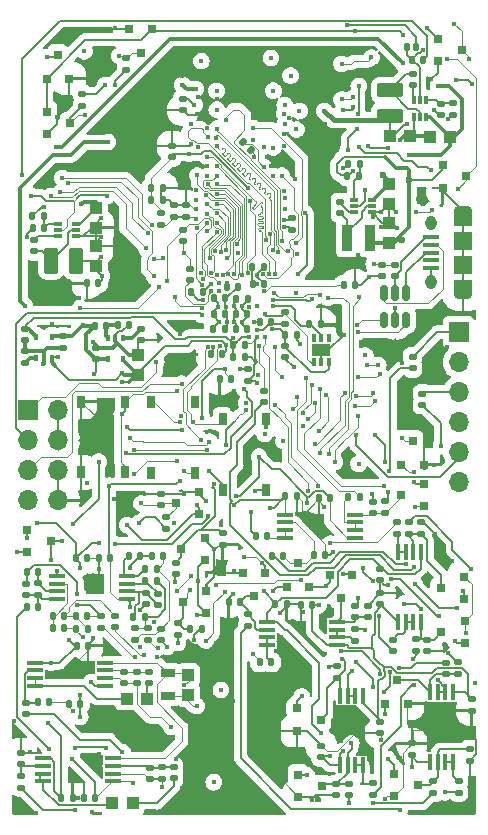
<source format=gbr>
G04 #@! TF.GenerationSoftware,KiCad,Pcbnew,7.0.1-0*
G04 #@! TF.CreationDate,2023-03-28T15:50:41-07:00*
G04 #@! TF.ProjectId,Kit-Brainboard,4b69742d-4272-4616-996e-626f6172642e,rev?*
G04 #@! TF.SameCoordinates,Original*
G04 #@! TF.FileFunction,Copper,L4,Bot*
G04 #@! TF.FilePolarity,Positive*
%FSLAX46Y46*%
G04 Gerber Fmt 4.6, Leading zero omitted, Abs format (unit mm)*
G04 Created by KiCad (PCBNEW 7.0.1-0) date 2023-03-28 15:50:41*
%MOMM*%
%LPD*%
G01*
G04 APERTURE LIST*
G04 Aperture macros list*
%AMRoundRect*
0 Rectangle with rounded corners*
0 $1 Rounding radius*
0 $2 $3 $4 $5 $6 $7 $8 $9 X,Y pos of 4 corners*
0 Add a 4 corners polygon primitive as box body*
4,1,4,$2,$3,$4,$5,$6,$7,$8,$9,$2,$3,0*
0 Add four circle primitives for the rounded corners*
1,1,$1+$1,$2,$3*
1,1,$1+$1,$4,$5*
1,1,$1+$1,$6,$7*
1,1,$1+$1,$8,$9*
0 Add four rect primitives between the rounded corners*
20,1,$1+$1,$2,$3,$4,$5,0*
20,1,$1+$1,$4,$5,$6,$7,0*
20,1,$1+$1,$6,$7,$8,$9,0*
20,1,$1+$1,$8,$9,$2,$3,0*%
G04 Aperture macros list end*
G04 #@! TA.AperFunction,SMDPad,CuDef*
%ADD10R,1.350000X0.400000*%
G04 #@! TD*
G04 #@! TA.AperFunction,ComponentPad*
%ADD11O,1.550000X0.890000*%
G04 #@! TD*
G04 #@! TA.AperFunction,SMDPad,CuDef*
%ADD12R,1.550000X1.200000*%
G04 #@! TD*
G04 #@! TA.AperFunction,ComponentPad*
%ADD13O,0.950000X1.250000*%
G04 #@! TD*
G04 #@! TA.AperFunction,SMDPad,CuDef*
%ADD14R,1.550000X1.500000*%
G04 #@! TD*
G04 #@! TA.AperFunction,SMDPad,CuDef*
%ADD15R,0.700000X1.000000*%
G04 #@! TD*
G04 #@! TA.AperFunction,ComponentPad*
%ADD16R,1.700000X1.700000*%
G04 #@! TD*
G04 #@! TA.AperFunction,ComponentPad*
%ADD17O,1.700000X1.700000*%
G04 #@! TD*
G04 #@! TA.AperFunction,SMDPad,CuDef*
%ADD18R,1.000000X1.000000*%
G04 #@! TD*
G04 #@! TA.AperFunction,SMDPad,CuDef*
%ADD19RoundRect,0.147500X-0.172500X0.147500X-0.172500X-0.147500X0.172500X-0.147500X0.172500X0.147500X0*%
G04 #@! TD*
G04 #@! TA.AperFunction,SMDPad,CuDef*
%ADD20RoundRect,0.147500X-0.147500X-0.172500X0.147500X-0.172500X0.147500X0.172500X-0.147500X0.172500X0*%
G04 #@! TD*
G04 #@! TA.AperFunction,SMDPad,CuDef*
%ADD21R,0.800100X0.800100*%
G04 #@! TD*
G04 #@! TA.AperFunction,SMDPad,CuDef*
%ADD22RoundRect,0.147500X0.147500X0.172500X-0.147500X0.172500X-0.147500X-0.172500X0.147500X-0.172500X0*%
G04 #@! TD*
G04 #@! TA.AperFunction,SMDPad,CuDef*
%ADD23R,1.450000X0.450000*%
G04 #@! TD*
G04 #@! TA.AperFunction,SMDPad,CuDef*
%ADD24RoundRect,0.150000X0.150000X-0.512500X0.150000X0.512500X-0.150000X0.512500X-0.150000X-0.512500X0*%
G04 #@! TD*
G04 #@! TA.AperFunction,SMDPad,CuDef*
%ADD25RoundRect,0.147500X0.172500X-0.147500X0.172500X0.147500X-0.172500X0.147500X-0.172500X-0.147500X0*%
G04 #@! TD*
G04 #@! TA.AperFunction,SMDPad,CuDef*
%ADD26R,0.450000X1.450000*%
G04 #@! TD*
G04 #@! TA.AperFunction,SMDPad,CuDef*
%ADD27RoundRect,0.250000X-0.375000X-0.850000X0.375000X-0.850000X0.375000X0.850000X-0.375000X0.850000X0*%
G04 #@! TD*
G04 #@! TA.AperFunction,SMDPad,CuDef*
%ADD28R,0.700000X0.340000*%
G04 #@! TD*
G04 #@! TA.AperFunction,SMDPad,CuDef*
%ADD29RoundRect,0.125000X0.125000X0.225000X-0.125000X0.225000X-0.125000X-0.225000X0.125000X-0.225000X0*%
G04 #@! TD*
G04 #@! TA.AperFunction,SMDPad,CuDef*
%ADD30RoundRect,0.147500X0.226274X0.017678X0.017678X0.226274X-0.226274X-0.017678X-0.017678X-0.226274X0*%
G04 #@! TD*
G04 #@! TA.AperFunction,SMDPad,CuDef*
%ADD31RoundRect,0.250000X-0.850000X0.375000X-0.850000X-0.375000X0.850000X-0.375000X0.850000X0.375000X0*%
G04 #@! TD*
G04 #@! TA.AperFunction,SMDPad,CuDef*
%ADD32R,0.350000X0.650000*%
G04 #@! TD*
G04 #@! TA.AperFunction,SMDPad,CuDef*
%ADD33R,1.600000X1.000000*%
G04 #@! TD*
G04 #@! TA.AperFunction,SMDPad,CuDef*
%ADD34R,1.300000X0.700000*%
G04 #@! TD*
G04 #@! TA.AperFunction,SMDPad,CuDef*
%ADD35R,0.340000X0.700000*%
G04 #@! TD*
G04 #@! TA.AperFunction,SMDPad,CuDef*
%ADD36R,0.340000X0.600000*%
G04 #@! TD*
G04 #@! TA.AperFunction,SMDPad,CuDef*
%ADD37R,0.850000X2.300000*%
G04 #@! TD*
G04 #@! TA.AperFunction,ViaPad*
%ADD38C,0.400000*%
G04 #@! TD*
G04 #@! TA.AperFunction,ViaPad*
%ADD39C,0.600000*%
G04 #@! TD*
G04 #@! TA.AperFunction,Conductor*
%ADD40C,0.200000*%
G04 #@! TD*
G04 #@! TA.AperFunction,Conductor*
%ADD41C,0.090000*%
G04 #@! TD*
G04 #@! TA.AperFunction,Conductor*
%ADD42C,0.127000*%
G04 #@! TD*
G04 #@! TA.AperFunction,Conductor*
%ADD43C,0.100000*%
G04 #@! TD*
G04 #@! TA.AperFunction,Conductor*
%ADD44C,0.130000*%
G04 #@! TD*
G04 #@! TA.AperFunction,Conductor*
%ADD45C,0.300000*%
G04 #@! TD*
G04 #@! TA.AperFunction,Conductor*
%ADD46C,0.203200*%
G04 #@! TD*
G04 #@! TA.AperFunction,Conductor*
%ADD47C,0.381000*%
G04 #@! TD*
G04 APERTURE END LIST*
D10*
G04 #@! TO.P,J3,1,VBUS*
G04 #@! TO.N,/USB_VBUS_JACK*
X225105000Y-74940000D03*
G04 #@! TO.P,J3,2,D-*
G04 #@! TO.N,Net-(J3-D-)*
X225105000Y-75590000D03*
G04 #@! TO.P,J3,3,D+*
G04 #@! TO.N,Net-(J3-D+)*
X225105000Y-76240000D03*
G04 #@! TO.P,J3,4,ID*
G04 #@! TO.N,unconnected-(J3-ID-Pad4)*
X225105000Y-76890000D03*
G04 #@! TO.P,J3,5,GND*
G04 #@! TO.N,GND*
X225105000Y-77540000D03*
D11*
G04 #@! TO.P,J3,6,Shield*
X227805000Y-72740000D03*
D12*
X227805000Y-73340000D03*
D13*
X225105000Y-73740000D03*
D14*
X227805000Y-75240000D03*
X227805000Y-77240000D03*
D13*
X225105000Y-78740000D03*
D12*
X227805000Y-79140000D03*
D11*
X227805000Y-79740000D03*
G04 #@! TD*
D15*
G04 #@! TO.P,S2,1,1*
G04 #@! TO.N,GND*
X195460000Y-88840000D03*
G04 #@! TO.P,S2,2,2*
X195460000Y-94840000D03*
G04 #@! TO.P,S2,3,3*
G04 #@! TO.N,/NRST*
X199160000Y-88840000D03*
G04 #@! TO.P,S2,4,4*
X199160000Y-94840000D03*
G04 #@! TD*
G04 #@! TO.P,S3,1,1*
G04 #@! TO.N,VDD*
X205080000Y-94880000D03*
G04 #@! TO.P,S3,2,2*
G04 #@! TO.N,unconnected-(S3-Pad2)*
X205080000Y-88880000D03*
G04 #@! TO.P,S3,3,3*
G04 #@! TO.N,unconnected-(S3-Pad3)*
X201380000Y-94880000D03*
G04 #@! TO.P,S3,4,4*
G04 #@! TO.N,/BOOT2*
X201380000Y-88880000D03*
G04 #@! TD*
G04 #@! TO.P,S1,1,1*
G04 #@! TO.N,GND*
X211150000Y-96325000D03*
G04 #@! TO.P,S1,2,2*
X211150000Y-90325000D03*
G04 #@! TO.P,S1,3,3*
G04 #@! TO.N,/BOOT0*
X207450000Y-96325000D03*
G04 #@! TO.P,S1,4,4*
X207450000Y-90325000D03*
G04 #@! TD*
D16*
G04 #@! TO.P,AN1,1,Pin_1*
G04 #@! TO.N,Net-(AN1-Pin_1)*
X227430000Y-82970000D03*
D17*
G04 #@! TO.P,AN1,2,Pin_2*
G04 #@! TO.N,/A1*
X227430000Y-85510000D03*
G04 #@! TO.P,AN1,3,Pin_3*
G04 #@! TO.N,Net-(AN1-Pin_3)*
X227430000Y-88050000D03*
G04 #@! TO.P,AN1,4,Pin_4*
G04 #@! TO.N,Net-(AN1-Pin_4)*
X227430000Y-90590000D03*
G04 #@! TO.P,AN1,5,Pin_5*
G04 #@! TO.N,/A0*
X227430000Y-93130000D03*
G04 #@! TO.P,AN1,6,Pin_6*
G04 #@! TO.N,Net-(AN1-Pin_6)*
X227430000Y-95670000D03*
G04 #@! TD*
D16*
G04 #@! TO.P,J1,1,Pin_1*
G04 #@! TO.N,/UART_TX*
X190980400Y-89580000D03*
D17*
G04 #@! TO.P,J1,2,Pin_2*
G04 #@! TO.N,GND*
X193520400Y-89580000D03*
G04 #@! TO.P,J1,3,Pin_3*
G04 #@! TO.N,/UART_RX*
X190980400Y-92120000D03*
G04 #@! TO.P,J1,4,Pin_4*
G04 #@! TO.N,GND*
X193520400Y-92120000D03*
G04 #@! TO.P,J1,5,Pin_5*
G04 #@! TO.N,/DEBUG2*
X190980400Y-94660000D03*
G04 #@! TO.P,J1,6,Pin_6*
G04 #@! TO.N,GND*
X193520400Y-94660000D03*
G04 #@! TO.P,J1,7,Pin_7*
G04 #@! TO.N,/DEBUG3*
X190980400Y-97200000D03*
G04 #@! TO.P,J1,8,Pin_8*
G04 #@! TO.N,GND*
X193520400Y-97200000D03*
G04 #@! TD*
D18*
G04 #@! TO.P,C91,1*
G04 #@! TO.N,GND*
X223329000Y-66318000D03*
G04 #@! TO.P,C91,2*
G04 #@! TO.N,VDD_DDR*
X221629000Y-66318000D03*
G04 #@! TD*
D19*
G04 #@! TO.P,C69,1*
G04 #@! TO.N,Net-(U17-SW)*
X223535000Y-61100000D03*
G04 #@! TO.P,C69,2*
G04 #@! TO.N,Net-(U17-BST)*
X223535000Y-62070000D03*
G04 #@! TD*
D20*
G04 #@! TO.P,C79,1*
G04 #@! TO.N,GND*
X195954000Y-78827000D03*
G04 #@! TO.P,C79,2*
G04 #@! TO.N,VDD_CORE*
X196924000Y-78827000D03*
G04 #@! TD*
G04 #@! TO.P,R17,1*
G04 #@! TO.N,Net-(C10-Pad1)*
X199875000Y-107040000D03*
G04 #@! TO.P,R17,2*
G04 #@! TO.N,Net-(C7-Pad1)*
X200845000Y-107040000D03*
G04 #@! TD*
D21*
G04 #@! TO.P,D15,1,Anode*
G04 #@! TO.N,GND*
X224530760Y-95800000D03*
G04 #@! TO.P,D15,2,cathode*
G04 #@! TO.N,+3V3*
X224530760Y-97700000D03*
G04 #@! TO.P,D15,3,AK*
G04 #@! TO.N,Net-(D15-AK)*
X222531780Y-96750000D03*
G04 #@! TD*
D22*
G04 #@! TO.P,C34,1*
G04 #@! TO.N,Net-(D12-AK)*
X208925000Y-105820000D03*
G04 #@! TO.P,C34,2*
G04 #@! TO.N,GND*
X207955000Y-105820000D03*
G04 #@! TD*
D23*
G04 #@! TO.P,U6,1*
G04 #@! TO.N,Net-(U6A--)*
X191580000Y-112895000D03*
G04 #@! TO.P,U6,2,-*
X191580000Y-112245000D03*
G04 #@! TO.P,U6,3,+*
G04 #@! TO.N,Net-(U6A-+)*
X191580000Y-111595000D03*
G04 #@! TO.P,U6,4,V-*
G04 #@! TO.N,-12VA*
X191580000Y-110945000D03*
G04 #@! TO.P,U6,5,+*
G04 #@! TO.N,/VCOM*
X197480000Y-110945000D03*
G04 #@! TO.P,U6,6,-*
G04 #@! TO.N,Net-(U6B--)*
X197480000Y-111595000D03*
G04 #@! TO.P,U6,7*
G04 #@! TO.N,Net-(C23-Pad1)*
X197480000Y-112245000D03*
G04 #@! TO.P,U6,8,V+*
G04 #@! TO.N,+12V*
X197480000Y-112895000D03*
G04 #@! TD*
D21*
G04 #@! TO.P,D7,1,Anode*
G04 #@! TO.N,GND*
X213859240Y-122320000D03*
G04 #@! TO.P,D7,2,cathode*
G04 #@! TO.N,+3V3*
X213859240Y-120420000D03*
G04 #@! TO.P,D7,3,AK*
G04 #@! TO.N,Net-(AN1-Pin_4)*
X215858220Y-121370000D03*
G04 #@! TD*
D20*
G04 #@! TO.P,R12,1*
G04 #@! TO.N,GNDA*
X195065000Y-108110000D03*
G04 #@! TO.P,R12,2*
G04 #@! TO.N,Net-(C6-Pad2)*
X196035000Y-108110000D03*
G04 #@! TD*
D19*
G04 #@! TO.P,R50,1*
G04 #@! TO.N,/ADC-IN8*
X223191832Y-99074872D03*
G04 #@! TO.P,R50,2*
G04 #@! TO.N,Net-(D16-AK)*
X223191832Y-100044872D03*
G04 #@! TD*
D18*
G04 #@! TO.P,C19,1*
G04 #@! TO.N,Net-(C19-Pad1)*
X201030696Y-113989760D03*
G04 #@! TO.P,C19,2*
G04 #@! TO.N,Net-(U6A--)*
X199330696Y-113989760D03*
G04 #@! TD*
D19*
G04 #@! TO.P,C46,1*
G04 #@! TO.N,GND*
X196708000Y-84300000D03*
G04 #@! TO.P,C46,2*
G04 #@! TO.N,+12V*
X196708000Y-85270000D03*
G04 #@! TD*
D20*
G04 #@! TO.P,R18,1*
G04 #@! TO.N,/AUDIO_OUT1*
X190875000Y-106250000D03*
G04 #@! TO.P,R18,2*
G04 #@! TO.N,Net-(C8-Pad1)*
X191845000Y-106250000D03*
G04 #@! TD*
G04 #@! TO.P,C66,1*
G04 #@! TO.N,-12VA*
X195085000Y-109500000D03*
G04 #@! TO.P,C66,2*
G04 #@! TO.N,GND*
X196055000Y-109500000D03*
G04 #@! TD*
D19*
G04 #@! TO.P,R42,1*
G04 #@! TO.N,Net-(U8A--)*
X220220000Y-121165000D03*
G04 #@! TO.P,R42,2*
G04 #@! TO.N,Net-(AN1-Pin_6)*
X220220000Y-122135000D03*
G04 #@! TD*
D24*
G04 #@! TO.P,U3,1,I/O1*
G04 #@! TO.N,/USB_HS_DP*
X223010000Y-81925000D03*
G04 #@! TO.P,U3,2,GND*
G04 #@! TO.N,GND*
X222060000Y-81925000D03*
G04 #@! TO.P,U3,3,I/O2*
G04 #@! TO.N,/USB_HS_DM*
X221110000Y-81925000D03*
G04 #@! TO.P,U3,4,I/O2*
G04 #@! TO.N,Net-(J3-D-)*
X221110000Y-79650000D03*
G04 #@! TO.P,U3,5,VBUS*
G04 #@! TO.N,/USB_VBUS_JACK*
X222060000Y-79650000D03*
G04 #@! TO.P,U3,6,I/O1*
G04 #@! TO.N,Net-(J3-D+)*
X223010000Y-79650000D03*
G04 #@! TD*
D25*
G04 #@! TO.P,R4,1*
G04 #@! TO.N,/USB_VBUS_JACK*
X222040000Y-78222500D03*
G04 #@! TO.P,R4,2*
G04 #@! TO.N,/USB_VBUS*
X222040000Y-77252500D03*
G04 #@! TD*
D22*
G04 #@! TO.P,C58,1*
G04 #@! TO.N,+12V*
X195385696Y-114419760D03*
G04 #@! TO.P,C58,2*
G04 #@! TO.N,GND*
X194415696Y-114419760D03*
G04 #@! TD*
G04 #@! TO.P,R55,1*
G04 #@! TO.N,Net-(U11A--)*
X211235000Y-100240000D03*
G04 #@! TO.P,R55,2*
G04 #@! TO.N,/A6*
X210265000Y-100240000D03*
G04 #@! TD*
D25*
G04 #@! TO.P,C38,1*
G04 #@! TO.N,Net-(D16-AK)*
X224260000Y-100045000D03*
G04 #@! TO.P,C38,2*
G04 #@! TO.N,GND*
X224260000Y-99075000D03*
G04 #@! TD*
D22*
G04 #@! TO.P,R10,1*
G04 #@! TO.N,Net-(U4A--)*
X191855000Y-103240000D03*
G04 #@! TO.P,R10,2*
G04 #@! TO.N,Net-(C6-Pad1)*
X190885000Y-103240000D03*
G04 #@! TD*
D19*
G04 #@! TO.P,R65,1*
G04 #@! TO.N,Net-(U17-FB)*
X225930000Y-63608000D03*
G04 #@! TO.P,R65,2*
G04 #@! TO.N,VDD_DDR*
X225930000Y-64578000D03*
G04 #@! TD*
D20*
G04 #@! TO.P,R62,1*
G04 #@! TO.N,GND*
X191364000Y-74132000D03*
G04 #@! TO.P,R62,2*
G04 #@! TO.N,Net-(U15-FB)*
X192334000Y-74132000D03*
G04 #@! TD*
D21*
G04 #@! TO.P,D5,1,Anode*
G04 #@! TO.N,GND*
X192549240Y-66200000D03*
G04 #@! TO.P,D5,2,cathode*
G04 #@! TO.N,+3V3*
X192549240Y-64300000D03*
G04 #@! TO.P,D5,3,AK*
G04 #@! TO.N,/D10*
X194548220Y-65250000D03*
G04 #@! TD*
D25*
G04 #@! TO.P,C26,1*
G04 #@! TO.N,Net-(AN1-Pin_1)*
X217170000Y-112225000D03*
G04 #@! TO.P,C26,2*
G04 #@! TO.N,GND*
X217170000Y-111255000D03*
G04 #@! TD*
D26*
G04 #@! TO.P,U9,1*
G04 #@! TO.N,Net-(U9A--)*
X226954736Y-119323656D03*
G04 #@! TO.P,U9,2,-*
X226304736Y-119323656D03*
G04 #@! TO.P,U9,3,+*
G04 #@! TO.N,Net-(D9-AK)*
X225654736Y-119323656D03*
G04 #@! TO.P,U9,4,V-*
G04 #@! TO.N,-12VA*
X225004736Y-119323656D03*
G04 #@! TO.P,U9,5,+*
G04 #@! TO.N,Net-(D10-AK)*
X225004736Y-113423656D03*
G04 #@! TO.P,U9,6,-*
G04 #@! TO.N,Net-(U9B--)*
X225654736Y-113423656D03*
G04 #@! TO.P,U9,7*
X226304736Y-113423656D03*
G04 #@! TO.P,U9,8,V+*
G04 #@! TO.N,+12V*
X226954736Y-113423656D03*
G04 #@! TD*
D25*
G04 #@! TO.P,R35,1*
G04 #@! TO.N,/ADC-IN0_DAC-OUT0*
X218110000Y-122155000D03*
G04 #@! TO.P,R35,2*
G04 #@! TO.N,Net-(AN1-Pin_4)*
X218110000Y-121185000D03*
G04 #@! TD*
D20*
G04 #@! TO.P,R13,1*
G04 #@! TO.N,Net-(U4B--)*
X200915000Y-104050000D03*
G04 #@! TO.P,R13,2*
G04 #@! TO.N,Net-(C7-Pad1)*
X201885000Y-104050000D03*
G04 #@! TD*
D25*
G04 #@! TO.P,R34,1*
G04 #@! TO.N,Net-(C23-Pad1)*
X199110696Y-112664760D03*
G04 #@! TO.P,R34,2*
G04 #@! TO.N,Net-(U6B--)*
X199110696Y-111694760D03*
G04 #@! TD*
D22*
G04 #@! TO.P,C59,1*
G04 #@! TO.N,GND*
X207631820Y-82717939D03*
G04 #@! TO.P,C59,2*
G04 #@! TO.N,VDD_CORE*
X206661820Y-82717939D03*
G04 #@! TD*
D21*
G04 #@! TO.P,D8,1,Anode*
G04 #@! TO.N,GND*
X213755224Y-116719136D03*
G04 #@! TO.P,D8,2,cathode*
G04 #@! TO.N,+3V3*
X213755224Y-114819136D03*
G04 #@! TO.P,D8,3,AK*
G04 #@! TO.N,Net-(AN1-Pin_1)*
X215754204Y-115769136D03*
G04 #@! TD*
D20*
G04 #@! TO.P,R60,1*
G04 #@! TO.N,+12V*
X196621000Y-82408000D03*
G04 #@! TO.P,R60,2*
G04 #@! TO.N,Net-(U19-EN)*
X197591000Y-82408000D03*
G04 #@! TD*
D22*
G04 #@! TO.P,R41,1*
G04 #@! TO.N,/PWR_ON*
X224425000Y-59879020D03*
G04 #@! TO.P,R41,2*
G04 #@! TO.N,/PWR_ONRST*
X223455000Y-59879020D03*
G04 #@! TD*
D27*
G04 #@! TO.P,L1,1,1*
G04 #@! TO.N,Net-(U15-SW)*
X192920000Y-76910000D03*
G04 #@! TO.P,L1,2,2*
G04 #@! TO.N,VDD_CORE*
X195070000Y-76910000D03*
G04 #@! TD*
D21*
G04 #@! TO.P,D17,1,Anode*
G04 #@! TO.N,GND*
X227963984Y-107382016D03*
G04 #@! TO.P,D17,2,cathode*
G04 #@! TO.N,+3V3*
X227963984Y-109282016D03*
G04 #@! TO.P,D17,3,AK*
G04 #@! TO.N,Net-(D17-AK)*
X225965004Y-108332016D03*
G04 #@! TD*
D25*
G04 #@! TO.P,R45,1*
G04 #@! TO.N,Net-(U9B--)*
X210920000Y-88915000D03*
G04 #@! TO.P,R45,2*
G04 #@! TO.N,/A3*
X210920000Y-87945000D03*
G04 #@! TD*
D22*
G04 #@! TO.P,C97,1*
G04 #@! TO.N,+12V*
X196675000Y-122420000D03*
G04 #@! TO.P,C97,2*
G04 #@! TO.N,GND*
X195705000Y-122420000D03*
G04 #@! TD*
G04 #@! TO.P,C104,1*
G04 #@! TO.N,+12V*
X216555000Y-97030000D03*
G04 #@! TO.P,C104,2*
G04 #@! TO.N,GND*
X215585000Y-97030000D03*
G04 #@! TD*
D23*
G04 #@! TO.P,U11,1*
G04 #@! TO.N,Net-(U11A--)*
X212720000Y-100370000D03*
G04 #@! TO.P,U11,2,-*
X212720000Y-99720000D03*
G04 #@! TO.P,U11,3,+*
G04 #@! TO.N,Net-(D14-AK)*
X212720000Y-99070000D03*
G04 #@! TO.P,U11,4,V-*
G04 #@! TO.N,-12VA*
X212720000Y-98420000D03*
G04 #@! TO.P,U11,5,+*
G04 #@! TO.N,Net-(D15-AK)*
X218620000Y-98420000D03*
G04 #@! TO.P,U11,6,-*
G04 #@! TO.N,Net-(U11B--)*
X218620000Y-99070000D03*
G04 #@! TO.P,U11,7*
X218620000Y-99720000D03*
G04 #@! TO.P,U11,8,V+*
G04 #@! TO.N,+12V*
X218620000Y-100370000D03*
G04 #@! TD*
D19*
G04 #@! TO.P,C7,1*
G04 #@! TO.N,Net-(C7-Pad1)*
X200070000Y-108025000D03*
G04 #@! TO.P,C7,2*
G04 #@! TO.N,Net-(C7-Pad2)*
X200070000Y-108995000D03*
G04 #@! TD*
D20*
G04 #@! TO.P,R11,1*
G04 #@! TO.N,Net-(U4A-+)*
X193055000Y-106990000D03*
G04 #@! TO.P,R11,2*
G04 #@! TO.N,Net-(C6-Pad2)*
X194025000Y-106990000D03*
G04 #@! TD*
D21*
G04 #@! TO.P,D16,1,Anode*
G04 #@! TO.N,GND*
X227918264Y-103685808D03*
G04 #@! TO.P,D16,2,cathode*
G04 #@! TO.N,+3V3*
X227918264Y-105585808D03*
G04 #@! TO.P,D16,3,AK*
G04 #@! TO.N,Net-(D16-AK)*
X225919284Y-104635808D03*
G04 #@! TD*
D22*
G04 #@! TO.P,C52,1*
G04 #@! TO.N,GND*
X210961000Y-78884779D03*
G04 #@! TO.P,C52,2*
G04 #@! TO.N,VDD_DDR*
X209991000Y-78884779D03*
G04 #@! TD*
D28*
G04 #@! TO.P,U15,1,VIN*
G04 #@! TO.N,+12V*
X194993000Y-73802000D03*
G04 #@! TO.P,U15,2,SW*
G04 #@! TO.N,Net-(U15-SW)*
X194993000Y-74302000D03*
G04 #@! TO.P,U15,3,GND*
G04 #@! TO.N,GND*
X194993000Y-74802000D03*
G04 #@! TO.P,U15,4,BST*
G04 #@! TO.N,Net-(U15-BST)*
X193493000Y-74802000D03*
G04 #@! TO.P,U15,5,EN*
G04 #@! TO.N,/PWR_ON*
X193493000Y-74302000D03*
G04 #@! TO.P,U15,6,FB*
G04 #@! TO.N,Net-(U15-FB)*
X193493000Y-73802000D03*
G04 #@! TD*
D22*
G04 #@! TO.P,R61,1*
G04 #@! TO.N,Net-(U15-FB)*
X192320000Y-73101000D03*
G04 #@! TO.P,R61,2*
G04 #@! TO.N,VDD_CORE*
X191350000Y-73101000D03*
G04 #@! TD*
D25*
G04 #@! TO.P,C28,1*
G04 #@! TO.N,Net-(D10-AK)*
X227340000Y-111890000D03*
G04 #@! TO.P,C28,2*
G04 #@! TO.N,GND*
X227340000Y-110920000D03*
G04 #@! TD*
D26*
G04 #@! TO.P,U12,1*
G04 #@! TO.N,Net-(U12A--)*
X222305000Y-101560000D03*
G04 #@! TO.P,U12,2,-*
X222955000Y-101560000D03*
G04 #@! TO.P,U12,3,+*
G04 #@! TO.N,Net-(D16-AK)*
X223605000Y-101560000D03*
G04 #@! TO.P,U12,4,V-*
G04 #@! TO.N,-12VA*
X224255000Y-101560000D03*
G04 #@! TO.P,U12,5,+*
G04 #@! TO.N,Net-(D17-AK)*
X224255000Y-107460000D03*
G04 #@! TO.P,U12,6,-*
G04 #@! TO.N,Net-(U12B--)*
X223605000Y-107460000D03*
G04 #@! TO.P,U12,7*
X222955000Y-107460000D03*
G04 #@! TO.P,U12,8,V+*
G04 #@! TO.N,+12V*
X222305000Y-107460000D03*
G04 #@! TD*
D25*
G04 #@! TO.P,C8,1*
G04 #@! TO.N,Net-(C8-Pad1)*
X191810000Y-105205000D03*
G04 #@! TO.P,C8,2*
G04 #@! TO.N,Net-(U4A--)*
X191810000Y-104235000D03*
G04 #@! TD*
G04 #@! TO.P,R33,1*
G04 #@! TO.N,Net-(C22-Pad1)*
X201270000Y-120805000D03*
G04 #@! TO.P,R33,2*
G04 #@! TO.N,Net-(U7B--)*
X201270000Y-119835000D03*
G04 #@! TD*
D20*
G04 #@! TO.P,C56,1*
G04 #@! TO.N,Net-(U19-EN)*
X198557000Y-82330000D03*
G04 #@! TO.P,C56,2*
G04 #@! TO.N,GND*
X199527000Y-82330000D03*
G04 #@! TD*
D25*
G04 #@! TO.P,R19,1*
G04 #@! TO.N,/AUDIO_OUT2*
X200920000Y-106005000D03*
G04 #@! TO.P,R19,2*
G04 #@! TO.N,Net-(C10-Pad1)*
X200920000Y-105035000D03*
G04 #@! TD*
D20*
G04 #@! TO.P,R64,1*
G04 #@! TO.N,GND*
X218090000Y-68731000D03*
G04 #@! TO.P,R64,2*
G04 #@! TO.N,Net-(U16-FB)*
X219060000Y-68731000D03*
G04 #@! TD*
D21*
G04 #@! TO.P,D23,1,Anode*
G04 #@! TO.N,GND*
X225689240Y-60000000D03*
G04 #@! TO.P,D23,2,cathode*
G04 #@! TO.N,+3V3*
X225689240Y-58100000D03*
G04 #@! TO.P,D23,3,AK*
G04 #@! TO.N,/D5*
X227688220Y-59050000D03*
G04 #@! TD*
D25*
G04 #@! TO.P,R36,1*
G04 #@! TO.N,/ADC-IN1_DAC-OUT1*
X223530000Y-86015000D03*
G04 #@! TO.P,R36,2*
G04 #@! TO.N,Net-(AN1-Pin_1)*
X223530000Y-85045000D03*
G04 #@! TD*
D19*
G04 #@! TO.P,C61,1*
G04 #@! TO.N,GND*
X203362080Y-72210099D03*
G04 #@! TO.P,C61,2*
G04 #@! TO.N,VDD_DDR*
X203362080Y-73180099D03*
G04 #@! TD*
D20*
G04 #@! TO.P,R48,1*
G04 #@! TO.N,/ADC-IN6*
X211615000Y-101900000D03*
G04 #@! TO.P,R48,2*
G04 #@! TO.N,Net-(D14-AK)*
X212585000Y-101900000D03*
G04 #@! TD*
D25*
G04 #@! TO.P,R43,1*
G04 #@! TO.N,Net-(U8B--)*
X224370000Y-89135000D03*
G04 #@! TO.P,R43,2*
G04 #@! TO.N,Net-(AN1-Pin_3)*
X224370000Y-88165000D03*
G04 #@! TD*
D21*
G04 #@! TO.P,D20,1,Anode*
G04 #@! TO.N,GND*
X226069240Y-70730000D03*
G04 #@! TO.P,D20,2,cathode*
G04 #@! TO.N,+3V3*
X226069240Y-68830000D03*
G04 #@! TO.P,D20,3,AK*
G04 #@! TO.N,/D8*
X228068220Y-69780000D03*
G04 #@! TD*
D25*
G04 #@! TO.P,R28,1*
G04 #@! TO.N,Net-(U7A-+)*
X190393486Y-119554440D03*
G04 #@! TO.P,R28,2*
G04 #@! TO.N,GND*
X190393486Y-118584440D03*
G04 #@! TD*
D26*
G04 #@! TO.P,U8,1*
G04 #@! TO.N,Net-(U8A--)*
X219325000Y-119640000D03*
G04 #@! TO.P,U8,2,-*
X218675000Y-119640000D03*
G04 #@! TO.P,U8,3,+*
G04 #@! TO.N,Net-(AN1-Pin_4)*
X218025000Y-119640000D03*
G04 #@! TO.P,U8,4,V-*
G04 #@! TO.N,-12VA*
X217375000Y-119640000D03*
G04 #@! TO.P,U8,5,+*
G04 #@! TO.N,Net-(AN1-Pin_1)*
X217375000Y-113740000D03*
G04 #@! TO.P,U8,6,-*
G04 #@! TO.N,Net-(U8B--)*
X218025000Y-113740000D03*
G04 #@! TO.P,U8,7*
X218675000Y-113740000D03*
G04 #@! TO.P,U8,8,V+*
G04 #@! TO.N,+12V*
X219325000Y-113740000D03*
G04 #@! TD*
D25*
G04 #@! TO.P,R6,1*
G04 #@! TO.N,/LIN+*
X197130000Y-107975000D03*
G04 #@! TO.P,R6,2*
G04 #@! TO.N,Net-(C6-Pad1)*
X197130000Y-107005000D03*
G04 #@! TD*
D20*
G04 #@! TO.P,C107,1*
G04 #@! TO.N,-12VA*
X212755000Y-96870000D03*
G04 #@! TO.P,C107,2*
G04 #@! TO.N,GND*
X213725000Y-96870000D03*
G04 #@! TD*
D22*
G04 #@! TO.P,C60,1*
G04 #@! TO.N,GND*
X211581000Y-82078779D03*
G04 #@! TO.P,C60,2*
G04 #@! TO.N,VDD*
X210611000Y-82078779D03*
G04 #@! TD*
D25*
G04 #@! TO.P,C32,1*
G04 #@! TO.N,GND*
X212720000Y-82251779D03*
G04 #@! TO.P,C32,2*
G04 #@! TO.N,VDDA_1V8*
X212720000Y-81281779D03*
G04 #@! TD*
D20*
G04 #@! TO.P,R56,1*
G04 #@! TO.N,Net-(U11B--)*
X218095000Y-96890000D03*
G04 #@! TO.P,R56,2*
G04 #@! TO.N,/A7*
X219065000Y-96890000D03*
G04 #@! TD*
G04 #@! TO.P,C101,1*
G04 #@! TO.N,-12VA*
X193775000Y-122440000D03*
G04 #@! TO.P,C101,2*
G04 #@! TO.N,GND*
X194745000Y-122440000D03*
G04 #@! TD*
D21*
G04 #@! TO.P,D9,1,Anode*
G04 #@! TO.N,GND*
X221968976Y-122243656D03*
G04 #@! TO.P,D9,2,cathode*
G04 #@! TO.N,+3V3*
X221968976Y-120343656D03*
G04 #@! TO.P,D9,3,AK*
G04 #@! TO.N,Net-(D9-AK)*
X223967956Y-121293656D03*
G04 #@! TD*
D18*
G04 #@! TO.P,C89,1*
G04 #@! TO.N,GND*
X196702000Y-75662000D03*
G04 #@! TO.P,C89,2*
G04 #@! TO.N,VDD_CORE*
X196702000Y-77362000D03*
G04 #@! TD*
D25*
G04 #@! TO.P,C67,1*
G04 #@! TO.N,Net-(U15-SW)*
X191487000Y-76116000D03*
G04 #@! TO.P,C67,2*
G04 #@! TO.N,Net-(U15-BST)*
X191487000Y-75146000D03*
G04 #@! TD*
G04 #@! TO.P,C68,1*
G04 #@! TO.N,Net-(U16-SW)*
X217406000Y-72905000D03*
G04 #@! TO.P,C68,2*
G04 #@! TO.N,Net-(U16-BST)*
X217406000Y-71935000D03*
G04 #@! TD*
G04 #@! TO.P,C35,1*
G04 #@! TO.N,Net-(D13-AK)*
X219720000Y-107090000D03*
G04 #@! TO.P,C35,2*
G04 #@! TO.N,GND*
X219720000Y-106120000D03*
G04 #@! TD*
G04 #@! TO.P,R7,1*
G04 #@! TO.N,/LIN-*
X198360000Y-107955000D03*
G04 #@! TO.P,R7,2*
G04 #@! TO.N,Net-(C6-Pad2)*
X198360000Y-106985000D03*
G04 #@! TD*
G04 #@! TO.P,C72,1*
G04 #@! TO.N,Net-(U18-Noise)*
X190703500Y-85561000D03*
G04 #@! TO.P,C72,2*
G04 #@! TO.N,GNDADC*
X190703500Y-84591000D03*
G04 #@! TD*
D20*
G04 #@! TO.P,R14,1*
G04 #@! TO.N,Net-(U4B-+)*
X200895000Y-102980000D03*
G04 #@! TO.P,R14,2*
G04 #@! TO.N,Net-(C7-Pad2)*
X201865000Y-102980000D03*
G04 #@! TD*
D25*
G04 #@! TO.P,R21,1*
G04 #@! TO.N,/D-IN1*
X203475784Y-103472416D03*
G04 #@! TO.P,R21,2*
G04 #@! TO.N,/D1*
X203475784Y-102502416D03*
G04 #@! TD*
D20*
G04 #@! TO.P,C74,1*
G04 #@! TO.N,VDD_DDR*
X209945000Y-77446779D03*
G04 #@! TO.P,C74,2*
G04 #@! TO.N,GND*
X210915000Y-77446779D03*
G04 #@! TD*
G04 #@! TO.P,C63,1*
G04 #@! TO.N,GND*
X206455000Y-84846779D03*
G04 #@! TO.P,C63,2*
G04 #@! TO.N,VDD*
X207425000Y-84846779D03*
G04 #@! TD*
D25*
G04 #@! TO.P,C78,1*
G04 #@! TO.N,+12V*
X220790000Y-106005000D03*
G04 #@! TO.P,C78,2*
G04 #@! TO.N,GND*
X220790000Y-105035000D03*
G04 #@! TD*
D19*
G04 #@! TO.P,C39,1*
G04 #@! TO.N,Net-(D17-AK)*
X224790000Y-108990000D03*
G04 #@! TO.P,C39,2*
G04 #@! TO.N,GND*
X224790000Y-109960000D03*
G04 #@! TD*
D28*
G04 #@! TO.P,U16,1,VIN*
G04 #@! TO.N,+12V*
X220074500Y-71799000D03*
G04 #@! TO.P,U16,2,SW*
G04 #@! TO.N,Net-(U16-SW)*
X220074500Y-72299000D03*
G04 #@! TO.P,U16,3,GND*
G04 #@! TO.N,GND*
X220074500Y-72799000D03*
G04 #@! TO.P,U16,4,BST*
G04 #@! TO.N,Net-(U16-BST)*
X218574500Y-72799000D03*
G04 #@! TO.P,U16,5,EN*
G04 #@! TO.N,/PWR_ONRST*
X218574500Y-72299000D03*
G04 #@! TO.P,U16,6,FB*
G04 #@! TO.N,Net-(U16-FB)*
X218574500Y-71799000D03*
G04 #@! TD*
D25*
G04 #@! TO.P,C22,1*
G04 #@! TO.N,Net-(C22-Pad1)*
X202290000Y-120775000D03*
G04 #@! TO.P,C22,2*
G04 #@! TO.N,Net-(U7B--)*
X202290000Y-119805000D03*
G04 #@! TD*
D19*
G04 #@! TO.P,C16,1*
G04 #@! TO.N,/D1*
X207450000Y-99975000D03*
G04 #@! TO.P,C16,2*
G04 #@! TO.N,GND*
X207450000Y-100945000D03*
G04 #@! TD*
D25*
G04 #@! TO.P,C95,1*
G04 #@! TO.N,GND*
X213310000Y-74301779D03*
G04 #@! TO.P,C95,2*
G04 #@! TO.N,VDD_DDR*
X213310000Y-73331779D03*
G04 #@! TD*
D18*
G04 #@! TO.P,C88,1*
G04 #@! TO.N,GND*
X200303000Y-84878000D03*
G04 #@! TO.P,C88,2*
G04 #@! TO.N,VDD*
X200303000Y-86578000D03*
G04 #@! TD*
D21*
G04 #@! TO.P,D2,1,Anode*
G04 #@! TO.N,GND*
X205950760Y-100360000D03*
G04 #@! TO.P,D2,2,cathode*
G04 #@! TO.N,+3V3*
X205950760Y-102260000D03*
G04 #@! TO.P,D2,3,AK*
G04 #@! TO.N,/D1*
X203951780Y-101310000D03*
G04 #@! TD*
D22*
G04 #@! TO.P,R3,1*
G04 #@! TO.N,GND*
X218675000Y-78940000D03*
G04 #@! TO.P,R3,2*
G04 #@! TO.N,/USB_RREF*
X217705000Y-78940000D03*
G04 #@! TD*
D21*
G04 #@! TO.P,D4,1,Anode*
G04 #@! TO.N,GND*
X205460000Y-96470000D03*
G04 #@! TO.P,D4,2,cathode*
G04 #@! TO.N,+3V3*
X205460000Y-98370000D03*
G04 #@! TO.P,D4,3,AK*
G04 #@! TO.N,/D3*
X203461020Y-97420000D03*
G04 #@! TD*
D25*
G04 #@! TO.P,R66,1*
G04 #@! TO.N,GND*
X226950000Y-64570000D03*
G04 #@! TO.P,R66,2*
G04 #@! TO.N,Net-(U17-FB)*
X226950000Y-63600000D03*
G04 #@! TD*
D21*
G04 #@! TO.P,D18,1,Anode*
G04 #@! TO.N,GND*
X224490000Y-94170000D03*
G04 #@! TO.P,D18,2,cathode*
G04 #@! TO.N,+3V3*
X222590000Y-94170000D03*
G04 #@! TO.P,D18,3,AK*
G04 #@! TO.N,/D6*
X223540000Y-92171020D03*
G04 #@! TD*
D22*
G04 #@! TO.P,C96,1*
G04 #@! TO.N,+12V*
X215045000Y-106080000D03*
G04 #@! TO.P,C96,2*
G04 #@! TO.N,GND*
X214075000Y-106080000D03*
G04 #@! TD*
D21*
G04 #@! TO.P,D3,1,Anode*
G04 #@! TO.N,GND*
X206080000Y-104860000D03*
G04 #@! TO.P,D3,2,cathode*
G04 #@! TO.N,+3V3*
X206080000Y-106760000D03*
G04 #@! TO.P,D3,3,AK*
G04 #@! TO.N,/D2*
X204081020Y-105810000D03*
G04 #@! TD*
D18*
G04 #@! TO.P,C49,1*
G04 #@! TO.N,GND*
X224965000Y-66404000D03*
G04 #@! TO.P,C49,2*
G04 #@! TO.N,+12V*
X226665000Y-66404000D03*
G04 #@! TD*
D20*
G04 #@! TO.P,C80,1*
G04 #@! TO.N,VDD_DDR*
X207822000Y-79141779D03*
G04 #@! TO.P,C80,2*
G04 #@! TO.N,GND*
X208792000Y-79141779D03*
G04 #@! TD*
D25*
G04 #@! TO.P,C84,1*
G04 #@! TO.N,GNDADC*
X190717500Y-83649000D03*
G04 #@! TO.P,C84,2*
G04 #@! TO.N,VDDA*
X190717500Y-82679000D03*
G04 #@! TD*
D19*
G04 #@! TO.P,R26,1*
G04 #@! TO.N,Net-(U7A-+)*
X190403486Y-120554440D03*
G04 #@! TO.P,R26,2*
G04 #@! TO.N,/AUDIO_IN2*
X190403486Y-121524440D03*
G04 #@! TD*
D18*
G04 #@! TO.P,C48,1*
G04 #@! TO.N,GND*
X221547000Y-72132000D03*
G04 #@! TO.P,C48,2*
G04 #@! TO.N,+12V*
X221547000Y-70432000D03*
G04 #@! TD*
D22*
G04 #@! TO.P,C31,1*
G04 #@! TO.N,GNDADC*
X209338560Y-84081919D03*
G04 #@! TO.P,C31,2*
G04 #@! TO.N,VDDA*
X208368560Y-84081919D03*
G04 #@! TD*
G04 #@! TO.P,C54,1*
G04 #@! TO.N,GND*
X213724000Y-83196779D03*
G04 #@! TO.P,C54,2*
G04 #@! TO.N,VDD*
X212754000Y-83196779D03*
G04 #@! TD*
D20*
G04 #@! TO.P,C17,1*
G04 #@! TO.N,/D2*
X204695000Y-108090000D03*
G04 #@! TO.P,C17,2*
G04 #@! TO.N,GND*
X205665000Y-108090000D03*
G04 #@! TD*
D19*
G04 #@! TO.P,R44,1*
G04 #@! TO.N,Net-(U9A--)*
X227419736Y-120978656D03*
G04 #@! TO.P,R44,2*
G04 #@! TO.N,/A2*
X227419736Y-121948656D03*
G04 #@! TD*
D22*
G04 #@! TO.P,C73,1*
G04 #@! TO.N,GND*
X207664560Y-81453019D03*
G04 #@! TO.P,C73,2*
G04 #@! TO.N,VDD_CORE*
X206694560Y-81453019D03*
G04 #@! TD*
D19*
G04 #@! TO.P,R31,1*
G04 #@! TO.N,Net-(U7B--)*
X203310000Y-119775000D03*
G04 #@! TO.P,R31,2*
G04 #@! TO.N,Net-(C20-Pad1)*
X203310000Y-120745000D03*
G04 #@! TD*
D29*
G04 #@! TO.P,D11,1,K*
G04 #@! TO.N,/NRST*
X223840000Y-58799020D03*
G04 #@! TO.P,D11,2,A*
G04 #@! TO.N,/PWR_ONRST*
X223040000Y-58799020D03*
G04 #@! TD*
D19*
G04 #@! TO.P,C27,1*
G04 #@! TO.N,Net-(D9-AK)*
X228390000Y-118260000D03*
G04 #@! TO.P,C27,2*
G04 #@! TO.N,GND*
X228390000Y-119230000D03*
G04 #@! TD*
D22*
G04 #@! TO.P,C70,1*
G04 #@! TO.N,GND*
X207664700Y-80096659D03*
G04 #@! TO.P,C70,2*
G04 #@! TO.N,VDD_CORE*
X206694700Y-80096659D03*
G04 #@! TD*
D19*
G04 #@! TO.P,R5,1*
G04 #@! TO.N,/USB_VBUS*
X220940000Y-77247500D03*
G04 #@! TO.P,R5,2*
G04 #@! TO.N,GND*
X220940000Y-78217500D03*
G04 #@! TD*
D20*
G04 #@! TO.P,C108,1*
G04 #@! TO.N,-12VA*
X195010000Y-102120000D03*
G04 #@! TO.P,C108,2*
G04 #@! TO.N,GND*
X195980000Y-102120000D03*
G04 #@! TD*
D21*
G04 #@! TO.P,D21,1,Anode*
G04 #@! TO.N,GND*
X190880000Y-101570000D03*
G04 #@! TO.P,D21,2,cathode*
G04 #@! TO.N,+3V3*
X190880000Y-99670000D03*
G04 #@! TO.P,D21,3,AK*
G04 #@! TO.N,/D15*
X192878980Y-100620000D03*
G04 #@! TD*
D25*
G04 #@! TO.P,R9,1*
G04 #@! TO.N,/RIN-*
X202200000Y-109025000D03*
G04 #@! TO.P,R9,2*
G04 #@! TO.N,Net-(C7-Pad2)*
X202200000Y-108055000D03*
G04 #@! TD*
D30*
G04 #@! TO.P,R68,1*
G04 #@! TO.N,/DDR_CLK_P*
X209836540Y-67559219D03*
G04 #@! TO.P,R68,2*
G04 #@! TO.N,/DDR_CLK_N*
X209150646Y-66873325D03*
G04 #@! TD*
D31*
G04 #@! TO.P,L3,1,1*
G04 #@! TO.N,Net-(U17-SW)*
X221591000Y-62476000D03*
G04 #@! TO.P,L3,2,2*
G04 #@! TO.N,VDD_DDR*
X221591000Y-64626000D03*
G04 #@! TD*
D22*
G04 #@! TO.P,C6,1*
G04 #@! TO.N,Net-(C6-Pad1)*
X196005000Y-107010000D03*
G04 #@! TO.P,C6,2*
G04 #@! TO.N,Net-(C6-Pad2)*
X195035000Y-107010000D03*
G04 #@! TD*
D19*
G04 #@! TO.P,R38,1*
G04 #@! TO.N,/ADC-IN3*
X226330000Y-110935000D03*
G04 #@! TO.P,R38,2*
G04 #@! TO.N,Net-(D10-AK)*
X226330000Y-111905000D03*
G04 #@! TD*
D25*
G04 #@! TO.P,C33,1*
G04 #@! TO.N,GNDADC*
X209590000Y-87085000D03*
G04 #@! TO.P,C33,2*
G04 #@! TO.N,VREF+*
X209590000Y-86115000D03*
G04 #@! TD*
D19*
G04 #@! TO.P,C25,1*
G04 #@! TO.N,Net-(AN1-Pin_4)*
X217060000Y-121215000D03*
G04 #@! TO.P,C25,2*
G04 #@! TO.N,GND*
X217060000Y-122185000D03*
G04 #@! TD*
G04 #@! TO.P,C77,1*
G04 #@! TO.N,+12V*
X228530000Y-114025000D03*
G04 #@! TO.P,C77,2*
G04 #@! TO.N,GND*
X228530000Y-114995000D03*
G04 #@! TD*
G04 #@! TO.P,R24,1*
G04 #@! TO.N,/D-IN10*
X195580000Y-62805000D03*
G04 #@! TO.P,R24,2*
G04 #@! TO.N,/D10*
X195580000Y-63775000D03*
G04 #@! TD*
D22*
G04 #@! TO.P,R72,1*
G04 #@! TO.N,/BOOT2*
X208160000Y-86940000D03*
G04 #@! TO.P,R72,2*
G04 #@! TO.N,GND*
X207190000Y-86940000D03*
G04 #@! TD*
D18*
G04 #@! TO.P,C90,1*
G04 #@! TO.N,GND*
X221537000Y-73690000D03*
G04 #@! TO.P,C90,2*
G04 #@! TO.N,+3V3*
X221537000Y-75390000D03*
G04 #@! TD*
D25*
G04 #@! TO.P,R16,1*
G04 #@! TO.N,Net-(C8-Pad1)*
X190770000Y-105215000D03*
G04 #@! TO.P,R16,2*
G04 #@! TO.N,Net-(C6-Pad1)*
X190770000Y-104245000D03*
G04 #@! TD*
G04 #@! TO.P,R46,1*
G04 #@! TO.N,/ADC-IN4*
X209590000Y-107815000D03*
G04 #@! TO.P,R46,2*
G04 #@! TO.N,Net-(D12-AK)*
X209590000Y-106845000D03*
G04 #@! TD*
G04 #@! TO.P,R57,1*
G04 #@! TO.N,Net-(U12A--)*
X222201768Y-100044872D03*
G04 #@! TO.P,R57,2*
G04 #@! TO.N,/A8*
X222201768Y-99074872D03*
G04 #@! TD*
D22*
G04 #@! TO.P,C109,1*
G04 #@! TO.N,GND*
X202358460Y-71806859D03*
G04 #@! TO.P,C109,2*
G04 #@! TO.N,VREF_DDR*
X201388460Y-71806859D03*
G04 #@! TD*
D25*
G04 #@! TO.P,R69,1*
G04 #@! TO.N,GND*
X204098680Y-75250199D03*
G04 #@! TO.P,R69,2*
G04 #@! TO.N,/DDR_RESETN*
X204098680Y-74280199D03*
G04 #@! TD*
G04 #@! TO.P,R51,1*
G04 #@! TO.N,/ADC-IN9*
X223780000Y-109935000D03*
G04 #@! TO.P,R51,2*
G04 #@! TO.N,Net-(D17-AK)*
X223780000Y-108965000D03*
G04 #@! TD*
D23*
G04 #@! TO.P,U7,1*
G04 #@! TO.N,Net-(U7A--)*
X192260000Y-120985000D03*
G04 #@! TO.P,U7,2,-*
X192260000Y-120335000D03*
G04 #@! TO.P,U7,3,+*
G04 #@! TO.N,Net-(U7A-+)*
X192260000Y-119685000D03*
G04 #@! TO.P,U7,4,V-*
G04 #@! TO.N,-12VA*
X192260000Y-119035000D03*
G04 #@! TO.P,U7,5,+*
G04 #@! TO.N,/VCOM*
X198160000Y-119035000D03*
G04 #@! TO.P,U7,6,-*
G04 #@! TO.N,Net-(U7B--)*
X198160000Y-119685000D03*
G04 #@! TO.P,U7,7*
G04 #@! TO.N,Net-(C22-Pad1)*
X198160000Y-120335000D03*
G04 #@! TO.P,U7,8,V+*
G04 #@! TO.N,+12V*
X198160000Y-120985000D03*
G04 #@! TD*
D21*
G04 #@! TO.P,D10,1,Anode*
G04 #@! TO.N,GND*
X223129736Y-114404416D03*
G04 #@! TO.P,D10,2,cathode*
G04 #@! TO.N,+3V3*
X221229736Y-114404416D03*
G04 #@! TO.P,D10,3,AK*
G04 #@! TO.N,Net-(D10-AK)*
X222179736Y-112405436D03*
G04 #@! TD*
D32*
G04 #@! TO.P,U20,1,IN*
G04 #@! TO.N,VDD*
X216443460Y-85526859D03*
G04 #@! TO.P,U20,2,GND*
G04 #@! TO.N,GND*
X215793460Y-85526859D03*
G04 #@! TO.P,U20,3,EN*
G04 #@! TO.N,VDDA_1V8*
X215143460Y-85526859D03*
G04 #@! TO.P,U20,4,~{FLG}*
G04 #@! TO.N,unconnected-(U20-~{FLG}-Pad4)*
X215143460Y-83426859D03*
G04 #@! TO.P,U20,5,OUT*
G04 #@! TO.N,VDD_USB*
X215793460Y-83426859D03*
G04 #@! TO.P,U20,6,NC*
G04 #@! TO.N,unconnected-(U20-NC-Pad6)*
X216443460Y-83426859D03*
D33*
G04 #@! TO.P,U20,7,EP*
G04 #@! TO.N,GND*
X215793460Y-84476859D03*
G04 #@! TD*
D20*
G04 #@! TO.P,R15,1*
G04 #@! TO.N,GNDA*
X201435000Y-101890000D03*
G04 #@! TO.P,R15,2*
G04 #@! TO.N,Net-(C7-Pad2)*
X202405000Y-101890000D03*
G04 #@! TD*
D34*
G04 #@! TO.P,C4,1*
G04 #@! TO.N,/VCOM*
X202790000Y-111830000D03*
G04 #@! TO.P,C4,2*
G04 #@! TO.N,GNDA*
X202790000Y-113730000D03*
G04 #@! TD*
D20*
G04 #@! TO.P,R71,1*
G04 #@! TO.N,VREF_DDR*
X201393460Y-70766859D03*
G04 #@! TO.P,R71,2*
G04 #@! TO.N,GND*
X202363460Y-70766859D03*
G04 #@! TD*
D25*
G04 #@! TO.P,C37,1*
G04 #@! TO.N,Net-(D15-AK)*
X220175000Y-98305000D03*
G04 #@! TO.P,C37,2*
G04 #@! TO.N,GND*
X220175000Y-97335000D03*
G04 #@! TD*
D23*
G04 #@! TO.P,U4,1*
G04 #@! TO.N,Net-(C8-Pad1)*
X193410000Y-105545000D03*
G04 #@! TO.P,U4,2,-*
G04 #@! TO.N,Net-(U4A--)*
X193410000Y-104895000D03*
G04 #@! TO.P,U4,3,+*
G04 #@! TO.N,Net-(U4A-+)*
X193410000Y-104245000D03*
G04 #@! TO.P,U4,4,V-*
G04 #@! TO.N,-12VA*
X193410000Y-103595000D03*
G04 #@! TO.P,U4,5,+*
G04 #@! TO.N,Net-(U4B-+)*
X199310000Y-103595000D03*
G04 #@! TO.P,U4,6,-*
G04 #@! TO.N,Net-(U4B--)*
X199310000Y-104245000D03*
G04 #@! TO.P,U4,7*
G04 #@! TO.N,Net-(C10-Pad1)*
X199310000Y-104895000D03*
G04 #@! TO.P,U4,8,V+*
G04 #@! TO.N,+12V*
X199310000Y-105545000D03*
G04 #@! TD*
D25*
G04 #@! TO.P,C45,1*
G04 #@! TO.N,GNDADC*
X193935500Y-84296000D03*
G04 #@! TO.P,C45,2*
G04 #@! TO.N,+12V*
X193935500Y-83326000D03*
G04 #@! TD*
D35*
G04 #@! TO.P,U17,1,VIN*
G04 #@! TO.N,+12V*
X224625000Y-64772000D03*
G04 #@! TO.P,U17,2,SW*
G04 #@! TO.N,Net-(U17-SW)*
X224125000Y-64772000D03*
G04 #@! TO.P,U17,3,GND*
G04 #@! TO.N,GND*
X223625000Y-64772000D03*
G04 #@! TO.P,U17,4,BST*
G04 #@! TO.N,Net-(U17-BST)*
X223625000Y-63272000D03*
G04 #@! TO.P,U17,5,EN*
G04 #@! TO.N,/PWR_ONRST*
X224125000Y-63272000D03*
G04 #@! TO.P,U17,6,FB*
G04 #@! TO.N,Net-(U17-FB)*
X224625000Y-63272000D03*
G04 #@! TD*
D23*
G04 #@! TO.P,U10,1*
G04 #@! TO.N,Net-(U10A--)*
X211198416Y-109457384D03*
G04 #@! TO.P,U10,2,-*
X211198416Y-108807384D03*
G04 #@! TO.P,U10,3,+*
G04 #@! TO.N,Net-(D12-AK)*
X211198416Y-108157384D03*
G04 #@! TO.P,U10,4,V-*
G04 #@! TO.N,-12VA*
X211198416Y-107507384D03*
G04 #@! TO.P,U10,5,+*
G04 #@! TO.N,Net-(D13-AK)*
X217098416Y-107507384D03*
G04 #@! TO.P,U10,6,-*
G04 #@! TO.N,Net-(U10B--)*
X217098416Y-108157384D03*
G04 #@! TO.P,U10,7*
X217098416Y-108807384D03*
G04 #@! TO.P,U10,8,V+*
G04 #@! TO.N,+12V*
X217098416Y-109457384D03*
G04 #@! TD*
D18*
G04 #@! TO.P,C47,1*
G04 #@! TO.N,GND*
X196727000Y-74109000D03*
G04 #@! TO.P,C47,2*
G04 #@! TO.N,+12V*
X196727000Y-72409000D03*
G04 #@! TD*
D20*
G04 #@! TO.P,C30,1*
G04 #@! TO.N,VDDA*
X208360940Y-85097919D03*
G04 #@! TO.P,C30,2*
G04 #@! TO.N,GNDADC*
X209330940Y-85097919D03*
G04 #@! TD*
D21*
G04 #@! TO.P,D13,1,Anode*
G04 #@! TO.N,GND*
X216519720Y-103501952D03*
G04 #@! TO.P,D13,2,cathode*
G04 #@! TO.N,+3V3*
X218419720Y-103501952D03*
G04 #@! TO.P,D13,3,AK*
G04 #@! TO.N,Net-(D13-AK)*
X217469720Y-105500932D03*
G04 #@! TD*
D19*
G04 #@! TO.P,R58,1*
G04 #@! TO.N,Net-(U12B--)*
X221871032Y-108986968D03*
G04 #@! TO.P,R58,2*
G04 #@! TO.N,/A9*
X221871032Y-109956968D03*
G04 #@! TD*
D22*
G04 #@! TO.P,C50,1*
G04 #@! TO.N,GND*
X209521440Y-82728099D03*
G04 #@! TO.P,C50,2*
G04 #@! TO.N,VDD_CORE*
X208551440Y-82728099D03*
G04 #@! TD*
G04 #@! TO.P,C11,1*
G04 #@! TO.N,GNDA*
X200455000Y-101940000D03*
G04 #@! TO.P,C11,2*
G04 #@! TO.N,Net-(U4B-+)*
X199485000Y-101940000D03*
G04 #@! TD*
D19*
G04 #@! TO.P,R49,1*
G04 #@! TO.N,/ADC-IN7*
X221190000Y-97265000D03*
G04 #@! TO.P,R49,2*
G04 #@! TO.N,Net-(D15-AK)*
X221190000Y-98235000D03*
G04 #@! TD*
D25*
G04 #@! TO.P,R52,1*
G04 #@! TO.N,Net-(U2E-DDR_ZQ)*
X204667640Y-78577599D03*
G04 #@! TO.P,R52,2*
G04 #@! TO.N,GND*
X204667640Y-77607599D03*
G04 #@! TD*
D22*
G04 #@! TO.P,C105,1*
G04 #@! TO.N,+12V*
X197935000Y-102090000D03*
G04 #@! TO.P,C105,2*
G04 #@! TO.N,GND*
X196965000Y-102090000D03*
G04 #@! TD*
D25*
G04 #@! TO.P,R23,1*
G04 #@! TO.N,/D-IN3*
X202669240Y-99585000D03*
G04 #@! TO.P,R23,2*
G04 #@! TO.N,/D3*
X202669240Y-98615000D03*
G04 #@! TD*
D36*
G04 #@! TO.P,U19,1,EN*
G04 #@! TO.N,Net-(U19-EN)*
X197709000Y-83442000D03*
G04 #@! TO.P,U19,2,GND*
G04 #@! TO.N,GND*
X198359000Y-83442000D03*
G04 #@! TO.P,U19,3,Noise*
G04 #@! TO.N,Net-(U19-Noise)*
X199009000Y-83442000D03*
G04 #@! TO.P,U19,4,OUT*
G04 #@! TO.N,VDD*
X199009000Y-85242000D03*
G04 #@! TO.P,U19,5,IN*
G04 #@! TO.N,+12V*
X197709000Y-85242000D03*
G04 #@! TD*
D18*
G04 #@! TO.P,C5,1*
G04 #@! TO.N,/VCOM*
X204540000Y-111960000D03*
G04 #@! TO.P,C5,2*
G04 #@! TO.N,GNDA*
X204540000Y-113660000D03*
G04 #@! TD*
D19*
G04 #@! TO.P,R27,1*
G04 #@! TO.N,Net-(U6A-+)*
X190800000Y-114330000D03*
G04 #@! TO.P,R27,2*
G04 #@! TO.N,/AUDIO_IN1*
X190800000Y-115300000D03*
G04 #@! TD*
D25*
G04 #@! TO.P,R54,1*
G04 #@! TO.N,Net-(U10B--)*
X218690000Y-109100000D03*
G04 #@! TO.P,R54,2*
G04 #@! TO.N,/A5*
X218690000Y-108130000D03*
G04 #@! TD*
D19*
G04 #@! TO.P,C93,1*
G04 #@! TO.N,GND*
X204337440Y-72222799D03*
G04 #@! TO.P,C93,2*
G04 #@! TO.N,VDD_DDR*
X204337440Y-73192799D03*
G04 #@! TD*
D21*
G04 #@! TO.P,D12,1,Anode*
G04 #@! TO.N,GND*
X209150000Y-103329240D03*
G04 #@! TO.P,D12,2,cathode*
G04 #@! TO.N,+3V3*
X211050000Y-103329240D03*
G04 #@! TO.P,D12,3,AK*
G04 #@! TO.N,Net-(D12-AK)*
X210100000Y-105328220D03*
G04 #@! TD*
D22*
G04 #@! TO.P,C62,1*
G04 #@! TO.N,GND*
X209577180Y-80132219D03*
G04 #@! TO.P,C62,2*
G04 #@! TO.N,VDD_CORE*
X208607180Y-80132219D03*
G04 #@! TD*
D20*
G04 #@! TO.P,C100,1*
G04 #@! TO.N,-12VA*
X211895000Y-106000000D03*
G04 #@! TO.P,C100,2*
G04 #@! TO.N,GND*
X212865000Y-106000000D03*
G04 #@! TD*
D19*
G04 #@! TO.P,C57,1*
G04 #@! TO.N,+12V*
X220800000Y-115935000D03*
G04 #@! TO.P,C57,2*
G04 #@! TO.N,GND*
X220800000Y-116905000D03*
G04 #@! TD*
D25*
G04 #@! TO.P,R22,1*
G04 #@! TO.N,/D-IN2*
X203669872Y-108558814D03*
G04 #@! TO.P,R22,2*
G04 #@! TO.N,/D2*
X203669872Y-107588814D03*
G04 #@! TD*
G04 #@! TO.P,R37,1*
G04 #@! TO.N,/ADC-IN2*
X225279736Y-121968656D03*
G04 #@! TO.P,R37,2*
G04 #@! TO.N,Net-(D9-AK)*
X225279736Y-120998656D03*
G04 #@! TD*
D22*
G04 #@! TO.P,C76,1*
G04 #@! TO.N,GND*
X215768460Y-82256859D03*
G04 #@! TO.P,C76,2*
G04 #@! TO.N,VDD_USB*
X214798460Y-82256859D03*
G04 #@! TD*
D25*
G04 #@! TO.P,C43,1*
G04 #@! TO.N,VREF_DDR*
X203170000Y-68161779D03*
G04 #@! TO.P,C43,2*
G04 #@! TO.N,GND*
X203170000Y-67191779D03*
G04 #@! TD*
G04 #@! TO.P,C18,1*
G04 #@! TO.N,/D3*
X202250000Y-97635000D03*
G04 #@! TO.P,C18,2*
G04 #@! TO.N,GND*
X202250000Y-96665000D03*
G04 #@! TD*
D36*
G04 #@! TO.P,U18,1,EN*
G04 #@! TO.N,VDD*
X192965500Y-85130000D03*
G04 #@! TO.P,U18,2,GND*
G04 #@! TO.N,GNDADC*
X192315500Y-85130000D03*
G04 #@! TO.P,U18,3,Noise*
G04 #@! TO.N,Net-(U18-Noise)*
X191665500Y-85130000D03*
G04 #@! TO.P,U18,4,OUT*
G04 #@! TO.N,VDDA*
X191665500Y-83330000D03*
G04 #@! TO.P,U18,5,IN*
G04 #@! TO.N,+12V*
X192965500Y-83330000D03*
G04 #@! TD*
D25*
G04 #@! TO.P,R8,1*
G04 #@! TO.N,/RIN+*
X201120000Y-109005000D03*
G04 #@! TO.P,R8,2*
G04 #@! TO.N,Net-(C7-Pad1)*
X201120000Y-108035000D03*
G04 #@! TD*
G04 #@! TO.P,C85,1*
G04 #@! TO.N,-12VA*
X223470000Y-118745000D03*
G04 #@! TO.P,C85,2*
G04 #@! TO.N,GND*
X223470000Y-117775000D03*
G04 #@! TD*
D19*
G04 #@! TO.P,R47,1*
G04 #@! TO.N,/ADC-IN5*
X218680000Y-106135000D03*
G04 #@! TO.P,R47,2*
G04 #@! TO.N,Net-(D13-AK)*
X218680000Y-107105000D03*
G04 #@! TD*
D18*
G04 #@! TO.P,C20,1*
G04 #@! TO.N,Net-(C20-Pad1)*
X199820000Y-122810000D03*
G04 #@! TO.P,C20,2*
G04 #@! TO.N,Net-(U7A--)*
X198120000Y-122810000D03*
G04 #@! TD*
D22*
G04 #@! TO.P,R53,1*
G04 #@! TO.N,Net-(U10A--)*
X211565000Y-110920000D03*
G04 #@! TO.P,R53,2*
G04 #@! TO.N,/A4*
X210595000Y-110920000D03*
G04 #@! TD*
D20*
G04 #@! TO.P,C36,1*
G04 #@! TO.N,Net-(D14-AK)*
X215145000Y-101830000D03*
G04 #@! TO.P,C36,2*
G04 #@! TO.N,GND*
X216115000Y-101830000D03*
G04 #@! TD*
D22*
G04 #@! TO.P,R63,1*
G04 #@! TO.N,Net-(U16-FB)*
X218979000Y-69780000D03*
G04 #@! TO.P,R63,2*
G04 #@! TO.N,+3V3*
X218009000Y-69780000D03*
G04 #@! TD*
D21*
G04 #@! TO.P,D14,1,Anode*
G04 #@! TO.N,GND*
X214770000Y-104500760D03*
G04 #@! TO.P,D14,2,cathode*
G04 #@! TO.N,+3V3*
X212870000Y-104500760D03*
G04 #@! TO.P,D14,3,AK*
G04 #@! TO.N,Net-(D14-AK)*
X213820000Y-102501780D03*
G04 #@! TD*
D22*
G04 #@! TO.P,C9,1*
G04 #@! TO.N,GNDA*
X194035000Y-108020000D03*
G04 #@! TO.P,C9,2*
G04 #@! TO.N,Net-(U4A-+)*
X193065000Y-108020000D03*
G04 #@! TD*
D19*
G04 #@! TO.P,C103,1*
G04 #@! TO.N,VDD_DDR*
X204083440Y-63198179D03*
G04 #@! TO.P,C103,2*
G04 #@! TO.N,GND*
X204083440Y-64168179D03*
G04 #@! TD*
D25*
G04 #@! TO.P,C10,1*
G04 #@! TO.N,Net-(C10-Pad1)*
X201960000Y-106095000D03*
G04 #@! TO.P,C10,2*
G04 #@! TO.N,Net-(U4B--)*
X201960000Y-105125000D03*
G04 #@! TD*
G04 #@! TO.P,C65,1*
G04 #@! TO.N,-12VA*
X215780000Y-118955000D03*
G04 #@! TO.P,C65,2*
G04 #@! TO.N,GND*
X215780000Y-117985000D03*
G04 #@! TD*
G04 #@! TO.P,R70,1*
G04 #@! TO.N,VDD_DDR*
X202193460Y-73851859D03*
G04 #@! TO.P,R70,2*
G04 #@! TO.N,VREF_DDR*
X202193460Y-72881859D03*
G04 #@! TD*
D37*
G04 #@! TO.P,L2,1,1*
G04 #@! TO.N,Net-(U16-SW)*
X217963000Y-74980000D03*
G04 #@! TO.P,L2,2,2*
G04 #@! TO.N,+3V3*
X219913000Y-74980000D03*
G04 #@! TD*
D19*
G04 #@! TO.P,R32,1*
G04 #@! TO.N,Net-(U6B--)*
X201250696Y-111694760D03*
G04 #@! TO.P,R32,2*
G04 #@! TO.N,Net-(C19-Pad1)*
X201250696Y-112664760D03*
G04 #@! TD*
G04 #@! TO.P,C86,1*
G04 #@! TO.N,-12VA*
X220780000Y-103015000D03*
G04 #@! TO.P,C86,2*
G04 #@! TO.N,GND*
X220780000Y-103985000D03*
G04 #@! TD*
D22*
G04 #@! TO.P,C53,1*
G04 #@! TO.N,GND*
X209546840Y-81458099D03*
G04 #@! TO.P,C53,2*
G04 #@! TO.N,VDD_CORE*
X208576840Y-81458099D03*
G04 #@! TD*
D25*
G04 #@! TO.P,C51,1*
G04 #@! TO.N,GND*
X212760000Y-85101779D03*
G04 #@! TO.P,C51,2*
G04 #@! TO.N,VDD*
X212760000Y-84131779D03*
G04 #@! TD*
D21*
G04 #@! TO.P,D25,1,Anode*
G04 #@! TO.N,GND*
X194450000Y-61490760D03*
G04 #@! TO.P,D25,2,cathode*
G04 #@! TO.N,+3V3*
X192550000Y-61490760D03*
G04 #@! TO.P,D25,3,AK*
G04 #@! TO.N,/D11*
X193500000Y-59491780D03*
G04 #@! TD*
D19*
G04 #@! TO.P,C75,1*
G04 #@! TO.N,Net-(U19-Noise)*
X200550000Y-82662000D03*
G04 #@! TO.P,C75,2*
G04 #@! TO.N,GND*
X200550000Y-83632000D03*
G04 #@! TD*
D25*
G04 #@! TO.P,C23,1*
G04 #@! TO.N,Net-(C23-Pad1)*
X200200696Y-112664760D03*
G04 #@! TO.P,C23,2*
G04 #@! TO.N,Net-(U6B--)*
X200200696Y-111694760D03*
G04 #@! TD*
D22*
G04 #@! TO.P,C71,1*
G04 #@! TO.N,VDD_DDR*
X205757160Y-79586119D03*
G04 #@! TO.P,C71,2*
G04 #@! TO.N,GND*
X204787160Y-79586119D03*
G04 #@! TD*
D20*
G04 #@! TO.P,R29,1*
G04 #@! TO.N,Net-(U6A-+)*
X191775000Y-114300000D03*
G04 #@! TO.P,R29,2*
G04 #@! TO.N,GND*
X192745000Y-114300000D03*
G04 #@! TD*
D25*
G04 #@! TO.P,R25,1*
G04 #@! TO.N,/D-IN12*
X199292992Y-60730640D03*
G04 #@! TO.P,R25,2*
G04 #@! TO.N,/D12*
X199292992Y-59760640D03*
G04 #@! TD*
D21*
G04 #@! TO.P,D6,1,Anode*
G04 #@! TO.N,GND*
X199550000Y-57299240D03*
G04 #@! TO.P,D6,2,cathode*
G04 #@! TO.N,+3V3*
X201450000Y-57299240D03*
G04 #@! TO.P,D6,3,AK*
G04 #@! TO.N,/D12*
X200500000Y-59298220D03*
G04 #@! TD*
D38*
G04 #@! TO.N,VDD*
X204217500Y-94692500D03*
G04 #@! TO.N,/D1*
X206710000Y-95840000D03*
G04 #@! TO.N,+3V3*
X190850000Y-100430000D03*
X214135500Y-113790000D03*
X196960000Y-93930000D03*
X218030000Y-67510000D03*
X223670000Y-94790000D03*
X214560000Y-120470000D03*
X205240000Y-97590000D03*
X223717000Y-97740000D03*
X221450000Y-119110000D03*
X218980000Y-62100000D03*
X194820000Y-99230000D03*
X205250000Y-106930000D03*
X205350000Y-104000000D03*
D39*
X222620000Y-75130000D03*
D38*
X227135000Y-109104430D03*
X210750000Y-102480000D03*
X219530000Y-84930000D03*
D39*
X223215989Y-70079000D03*
D38*
X218880000Y-64480000D03*
X221190000Y-115310000D03*
X218465989Y-69331000D03*
X209280000Y-102000000D03*
X218860512Y-65725321D03*
X227800000Y-104850000D03*
X211700000Y-104880000D03*
X218640000Y-57470000D03*
X222760000Y-57800000D03*
X218960000Y-94120000D03*
X224790000Y-57170000D03*
X199390000Y-99276448D03*
X217610000Y-103440000D03*
G04 #@! TO.N,GND*
X201250000Y-117730000D03*
X200420000Y-109620000D03*
X202160000Y-63310000D03*
X203798000Y-83140790D03*
X203670000Y-114850000D03*
X216040000Y-63286779D03*
X224020000Y-71710000D03*
X228015000Y-108389412D03*
X198050000Y-94630000D03*
X213912380Y-63284399D03*
X197170000Y-73320000D03*
X208236865Y-89494584D03*
X205217700Y-72543300D03*
X221180000Y-122460000D03*
X203970000Y-61286779D03*
X207680000Y-110190000D03*
X218950000Y-76450000D03*
X210364393Y-78106377D03*
X206121940Y-65682760D03*
X209064342Y-80786274D03*
X196465391Y-108865391D03*
X219800000Y-78330000D03*
X189820000Y-115900000D03*
X212699795Y-72572944D03*
X212615000Y-67235779D03*
X203965500Y-90043314D03*
X220127000Y-96640000D03*
X210458500Y-86552280D03*
X213779500Y-76377461D03*
X213865000Y-62221779D03*
X196960000Y-102990000D03*
X220850000Y-117475000D03*
X207650000Y-120960000D03*
X205330580Y-63026700D03*
X191140000Y-118510000D03*
X225380000Y-94210000D03*
X207310000Y-99260000D03*
X203560000Y-123230000D03*
X206956367Y-63201641D03*
X226520000Y-110140000D03*
X222670000Y-85540000D03*
X214240000Y-90870000D03*
X220880000Y-72799000D03*
X216420000Y-111290000D03*
X197470000Y-64880000D03*
X216140000Y-65300000D03*
X222030000Y-80900000D03*
X216580000Y-76730000D03*
X212370000Y-108800000D03*
X223550000Y-123560000D03*
X225110000Y-61560000D03*
X210014670Y-66682170D03*
X211140000Y-90960000D03*
X219770000Y-64046779D03*
X214135500Y-112860000D03*
X212659900Y-62558560D03*
X203530000Y-119140000D03*
X220887000Y-74094000D03*
X196980000Y-118660000D03*
X205637000Y-77934779D03*
X220140000Y-73170000D03*
X201850000Y-110470000D03*
X217960000Y-94820000D03*
X205240560Y-74142720D03*
X212685000Y-66145000D03*
X225948380Y-116618880D03*
X223420000Y-88840000D03*
X190848000Y-74939502D03*
X210400000Y-82776779D03*
X225460000Y-100090000D03*
X213075000Y-64865000D03*
X204790000Y-67046779D03*
X190030000Y-101540000D03*
X206400000Y-91300000D03*
X206957819Y-78112519D03*
X222120000Y-72778000D03*
X217600000Y-69089000D03*
X216160000Y-104480000D03*
X210364583Y-80784096D03*
X198340000Y-57250000D03*
X222480000Y-66650000D03*
X195282000Y-80082000D03*
X197210000Y-59340000D03*
X192470000Y-70200000D03*
X212340000Y-106700000D03*
X205680000Y-82520000D03*
X216830000Y-78410000D03*
X211547000Y-68886779D03*
X222194000Y-74103000D03*
X196480500Y-83814000D03*
X207230000Y-117830000D03*
X197400000Y-90775000D03*
X212624340Y-74062220D03*
X204140000Y-96660000D03*
X212680000Y-71036779D03*
X221419928Y-104349296D03*
X216050000Y-120270000D03*
X196000000Y-95720000D03*
X207140000Y-79476779D03*
X211532259Y-64193093D03*
X216050000Y-97750000D03*
X209070000Y-82126779D03*
X203850000Y-85880000D03*
X228790000Y-112630000D03*
X216010000Y-59010000D03*
X191270500Y-80000000D03*
X206669193Y-84196068D03*
X212130000Y-123490000D03*
X204754000Y-65321479D03*
X217693460Y-83166859D03*
X205754760Y-80200799D03*
X205199920Y-70960880D03*
X198270000Y-97050000D03*
X213470000Y-85936779D03*
X206152420Y-68900940D03*
X206720000Y-101350000D03*
X197170000Y-74910000D03*
X223630000Y-95630000D03*
X195240000Y-122440000D03*
X214230000Y-106690000D03*
X198620000Y-99760000D03*
X226505764Y-64940507D03*
X210200000Y-96375000D03*
X224790000Y-104280000D03*
X212490000Y-121150000D03*
X213560000Y-70006779D03*
X193450000Y-64710000D03*
X204990000Y-109040000D03*
X208440000Y-103220000D03*
X203340000Y-99110000D03*
X208735500Y-76278779D03*
X208345000Y-105095000D03*
X209050000Y-95420000D03*
X203389000Y-69424779D03*
X205238020Y-64472279D03*
X193283000Y-111930000D03*
X207010000Y-59932279D03*
X214990000Y-122560000D03*
X212470000Y-60216779D03*
X201650000Y-107490000D03*
X226840000Y-102360000D03*
X204800000Y-109940000D03*
X203930000Y-58870000D03*
X196360000Y-123600000D03*
X206020000Y-97240000D03*
X214008472Y-83941528D03*
X213642753Y-79621679D03*
X204166140Y-76251700D03*
X215840000Y-107060000D03*
X192980000Y-82240000D03*
X194760000Y-115050000D03*
X226440000Y-84240000D03*
X191660000Y-123650000D03*
X207790000Y-82076779D03*
X210953000Y-113750000D03*
X208330000Y-114170000D03*
X207746794Y-80788159D03*
X216810000Y-101580000D03*
G04 #@! TO.N,Net-(AN1-Pin_1)*
X217581205Y-110594577D03*
G04 #@! TO.N,/VCOM*
X204220000Y-112830000D03*
G04 #@! TO.N,/D1*
X206179825Y-84207514D03*
X205590000Y-92060000D03*
G04 #@! TO.N,VDD_CORE*
X197170000Y-76570000D03*
X209690555Y-80787905D03*
X192361256Y-72330499D03*
X207088260Y-80800239D03*
X208450000Y-82096779D03*
X208396003Y-80783791D03*
X207160000Y-82096779D03*
X197197500Y-78177500D03*
G04 #@! TO.N,VDD*
X211635000Y-82716779D03*
X207748000Y-84078779D03*
X199340000Y-90980000D03*
X193510000Y-85080000D03*
X198940000Y-86430000D03*
X208368000Y-83412779D03*
X210070220Y-82082939D03*
X204030000Y-91270000D03*
X198920000Y-87140000D03*
G04 #@! TO.N,/D2*
X204660000Y-104820000D03*
G04 #@! TO.N,/NRST*
X217940000Y-56990000D03*
X198900000Y-89930000D03*
X203609500Y-87920000D03*
G04 #@! TO.N,/D3*
X200570000Y-97460000D03*
G04 #@! TO.N,VDD_DDR*
X216060000Y-64216779D03*
X213697861Y-65792124D03*
X204050000Y-62006779D03*
X210917460Y-67295660D03*
X212715000Y-65325000D03*
X213954680Y-64231459D03*
X206957600Y-64123200D03*
X205205000Y-71781300D03*
X223080000Y-65310000D03*
X212624340Y-73465320D03*
X205650000Y-60016779D03*
X206116860Y-69734060D03*
X212698000Y-63742200D03*
X206480000Y-78866779D03*
X211750580Y-62515380D03*
X211735340Y-69728980D03*
X205062760Y-63706640D03*
X211538340Y-59741099D03*
X213202180Y-61242379D03*
X212700000Y-71606779D03*
X211732000Y-67331779D03*
X225320000Y-64149000D03*
X205345820Y-67317919D03*
X210367000Y-78913779D03*
X206932200Y-62523000D03*
X205192300Y-73340860D03*
X207790000Y-78764779D03*
X212675000Y-64465000D03*
X205154114Y-62359854D03*
G04 #@! TO.N,VDDA_1V8*
X211015972Y-81460015D03*
G04 #@! TO.N,Net-(U2D-VDDA1V1_REG)*
X211694353Y-80236133D03*
X214982771Y-80185500D03*
G04 #@! TO.N,+12V*
X195650000Y-82370000D03*
X225670000Y-62120000D03*
D39*
X221010989Y-69642000D03*
D38*
X195480000Y-72130000D03*
X215590000Y-106090000D03*
X199570000Y-106260000D03*
X193340000Y-67270000D03*
X194710000Y-119060000D03*
X196570000Y-86500000D03*
X196330000Y-112570000D03*
X223194460Y-67950000D03*
X208610000Y-96810000D03*
X210520000Y-93490000D03*
X203830000Y-95520000D03*
X195390000Y-115520000D03*
X197860000Y-95960000D03*
X195400000Y-113640000D03*
X214600000Y-97410000D03*
X222730000Y-60210000D03*
X199860000Y-121170000D03*
G04 #@! TO.N,GNDADC*
X211010000Y-91590000D03*
X190717500Y-83999000D03*
X210360000Y-83376779D03*
X210360000Y-87250000D03*
X197730000Y-66870000D03*
X190710000Y-80710000D03*
X192251500Y-85681000D03*
G04 #@! TO.N,VREF+*
X212580000Y-92160000D03*
X195750000Y-59180000D03*
X209460895Y-88928397D03*
X208940000Y-86040000D03*
G04 #@! TO.N,VREF_DDR*
X214420000Y-72870000D03*
X209615000Y-70744779D03*
X204593980Y-67836079D03*
X213828000Y-77996779D03*
G04 #@! TO.N,VDDA*
X209640000Y-83400000D03*
G04 #@! TO.N,GNDA*
X207300000Y-113240000D03*
X205270000Y-114630000D03*
X199640000Y-102910000D03*
X195590000Y-108790000D03*
X206700000Y-121070000D03*
G04 #@! TO.N,Net-(C6-Pad1)*
X195160000Y-105160000D03*
X195150000Y-106100000D03*
G04 #@! TO.N,VDD_USB*
X211723787Y-80747389D03*
G04 #@! TO.N,-12VA*
X197000000Y-100770000D03*
X192690000Y-116040000D03*
X193390000Y-103180000D03*
X198295000Y-100855000D03*
X217663141Y-118429541D03*
X192910000Y-110945000D03*
X223508824Y-119764048D03*
X195370000Y-102950000D03*
X216544144Y-118835424D03*
X215786848Y-116873152D03*
X208420498Y-97630000D03*
X211430000Y-97810000D03*
X194480000Y-109030000D03*
X191740000Y-99100000D03*
X210910000Y-104870000D03*
X206250000Y-98540000D03*
G04 #@! TO.N,/A0*
X218750000Y-91680000D03*
X212445077Y-86764206D03*
X211858925Y-84198347D03*
G04 #@! TO.N,/D14*
X199645500Y-91962500D03*
X213710000Y-88420500D03*
X206330000Y-92240000D03*
X213370000Y-89500000D03*
G04 #@! TO.N,/D15*
X192905000Y-102287000D03*
X193840000Y-100660000D03*
G04 #@! TO.N,/D4*
X221430000Y-67370000D03*
X219740000Y-67220000D03*
G04 #@! TO.N,/D17*
X218526426Y-63900000D03*
X217650000Y-64120000D03*
G04 #@! TO.N,/D5*
X223820000Y-72790000D03*
X225160000Y-72640000D03*
X228279500Y-59870000D03*
X227050000Y-56860000D03*
G04 #@! TO.N,/D18*
X217520000Y-63260000D03*
X218526426Y-63085000D03*
G04 #@! TO.N,/D19*
X220050000Y-59700000D03*
X217514001Y-60250000D03*
G04 #@! TO.N,/D7*
X227168900Y-61630000D03*
X228559003Y-61930000D03*
G04 #@! TO.N,/D8*
X226450000Y-59820000D03*
X227350000Y-70820000D03*
G04 #@! TO.N,/D9*
X225060000Y-69250000D03*
X203450000Y-79970000D03*
X218980000Y-67320000D03*
X205680000Y-80896779D03*
G04 #@! TO.N,/D10*
X195819244Y-64609244D03*
G04 #@! TO.N,/D11*
X199978778Y-92903778D03*
X214234500Y-89840000D03*
X192570000Y-59670000D03*
X215014999Y-87474999D03*
X206100000Y-92917000D03*
G04 #@! TO.N,/D12*
X198710000Y-59570000D03*
G04 #@! TO.N,/A1*
X215630000Y-91295000D03*
X216210000Y-88270000D03*
G04 #@! TO.N,/UART_TX*
X201834561Y-85444561D03*
G04 #@! TO.N,/UART_RX*
X205716000Y-81514779D03*
G04 #@! TO.N,/DEBUG2*
X203970000Y-87320000D03*
G04 #@! TO.N,/DEBUG3*
X199910000Y-95010000D03*
X203589001Y-93910000D03*
G04 #@! TO.N,/AUDIO_OUT2*
X200473751Y-106453751D03*
G04 #@! TO.N,/AUDIO_OUT1*
X192760000Y-118220000D03*
G04 #@! TO.N,/AUDIO_IN2*
X194980000Y-123450000D03*
G04 #@! TO.N,/AUDIO_IN1*
X198970000Y-118520000D03*
G04 #@! TO.N,/A2*
X211027000Y-83334779D03*
X226294696Y-121929144D03*
X214700000Y-96430000D03*
X217467730Y-109981884D03*
X220803497Y-111923047D03*
G04 #@! TO.N,/A3*
X210507127Y-84163689D03*
G04 #@! TO.N,/A4*
X210050000Y-110225000D03*
X209464000Y-89547460D03*
X207710000Y-92530000D03*
G04 #@! TO.N,/A5*
X219473000Y-108165446D03*
X221140000Y-95970000D03*
X215690000Y-87800000D03*
G04 #@! TO.N,/A6*
X209850271Y-98196674D03*
X215260000Y-88920000D03*
X214700000Y-90300000D03*
G04 #@! TO.N,/A7*
X214500000Y-86800000D03*
G04 #@! TO.N,/A8*
X215532715Y-95958764D03*
X211920000Y-89120000D03*
X216580000Y-100850000D03*
G04 #@! TO.N,/A9*
X221180000Y-93990000D03*
X220710000Y-107020000D03*
X220150500Y-104070000D03*
X219320000Y-102910000D03*
X220360000Y-91700000D03*
G04 #@! TO.N,/ADC-IN0_DAC-OUT0*
X218130000Y-122847000D03*
G04 #@! TO.N,/ADC-IN1_DAC-OUT1*
X221560000Y-94710000D03*
G04 #@! TO.N,/D-IN1*
X203390000Y-104130000D03*
G04 #@! TO.N,Net-(C22-Pad1)*
X202310000Y-121490000D03*
G04 #@! TO.N,Net-(C23-Pad1)*
X203075000Y-116375000D03*
G04 #@! TO.N,/D-IN2*
X203670000Y-109270000D03*
G04 #@! TO.N,/D-IN3*
X200350000Y-99125000D03*
X197580000Y-118160000D03*
X194950000Y-118150000D03*
G04 #@! TO.N,/ADC-IN2*
X220190000Y-122847000D03*
G04 #@! TO.N,/ADC-IN3*
X222360212Y-111415000D03*
X221581716Y-111724265D03*
X221082616Y-113416952D03*
G04 #@! TO.N,/ADC-IN4*
X222443040Y-123398280D03*
G04 #@! TO.N,/ADC-IN5*
X220178376Y-113026952D03*
X218710000Y-110860000D03*
X218910000Y-105440000D03*
G04 #@! TO.N,/ADC-IN6*
X222820000Y-105940000D03*
X223000000Y-102584502D03*
X224280000Y-106435498D03*
G04 #@! TO.N,/D-IN10*
X197510000Y-62020000D03*
G04 #@! TO.N,/ADC-IN7*
X221440000Y-96460000D03*
X221730000Y-103890000D03*
X225800000Y-107034000D03*
G04 #@! TO.N,/D-IN12*
X198330000Y-62000000D03*
G04 #@! TO.N,/ADC-IN8*
X228452203Y-102987972D03*
G04 #@! TO.N,/ADC-IN9*
X223527000Y-110620000D03*
G04 #@! TO.N,/SAI_MCLK*
X206890000Y-104390000D03*
X214123869Y-103913000D03*
G04 #@! TO.N,/SAI_SD_B*
X218900000Y-90050000D03*
X216960000Y-93930000D03*
G04 #@! TO.N,/SAI_FS*
X216350000Y-80040000D03*
X215720000Y-93160000D03*
G04 #@! TO.N,/SAI_SCK*
X216485182Y-93285815D03*
X219020000Y-80019500D03*
G04 #@! TO.N,/SAI_SD_A*
X217770000Y-88120000D03*
X215230000Y-92400000D03*
G04 #@! TO.N,/PWR_ONRST*
X219490000Y-70940000D03*
X224392927Y-59099312D03*
G04 #@! TO.N,/JTMS_SWDIO*
X194360000Y-70304500D03*
X201650000Y-78225000D03*
G04 #@! TO.N,/JTCK_SWCLK*
X193880000Y-69890000D03*
X201649500Y-76779280D03*
X201450000Y-73920000D03*
X202422500Y-76662288D03*
G04 #@! TO.N,/JTDO_SWO*
X201090500Y-74586528D03*
X193720000Y-71112293D03*
G04 #@! TO.N,/JTDI*
X192896012Y-71446793D03*
X200960000Y-75860000D03*
G04 #@! TO.N,/USB_VBUS*
X220240000Y-77170000D03*
G04 #@! TO.N,/USB_RREF*
X210957000Y-79504779D03*
G04 #@! TO.N,/DDR_CKE*
X210853000Y-78076779D03*
X212452740Y-69718219D03*
G04 #@! TO.N,/DDR_RESETN*
X202750000Y-78646779D03*
X206144000Y-74412779D03*
G04 #@! TO.N,/DDR_CLK_N*
X210910960Y-68953679D03*
G04 #@! TO.N,/DDR_CLK_P*
X210126720Y-68123359D03*
G04 #@! TO.N,Net-(U2E-DDR_ZQ)*
X206495000Y-79466779D03*
G04 #@! TO.N,/PWR_ON*
X209274500Y-87750000D03*
X191260000Y-71390000D03*
X190450000Y-69630000D03*
X197650000Y-71430000D03*
X199234500Y-93175000D03*
G04 #@! TO.N,/BOOT0*
X204940000Y-90530000D03*
X207202000Y-84143779D03*
X206300000Y-94750000D03*
G04 #@! TO.N,/FLASH_CS*
X220620000Y-85740000D03*
X219650000Y-85720000D03*
G04 #@! TO.N,/USB_HS_DM*
X218840000Y-82360000D03*
G04 #@! TO.N,/FLASH_IO2*
X218710494Y-88353949D03*
X220175000Y-88150000D03*
G04 #@! TO.N,/DDR_DQS1_P*
X213003000Y-76080779D03*
X206960140Y-65733560D03*
G04 #@! TO.N,/DDR_DQM1*
X210044837Y-65679636D03*
X213637000Y-75432779D03*
G04 #@! TO.N,/USB_HS_DP*
X218900000Y-82930000D03*
G04 #@! TO.N,/FLASH_IO1*
X218690000Y-89190000D03*
X220310000Y-88770000D03*
G04 #@! TO.N,/FLASH_IO0*
X218905500Y-86780000D03*
X220741109Y-86511891D03*
G04 #@! TO.N,/CODEC_RESET*
X206050000Y-109070000D03*
X207620000Y-104920000D03*
G04 #@! TO.N,/DDR_DQ9*
X207752791Y-65027440D03*
X212485000Y-75265000D03*
G04 #@! TO.N,/DDR_DQS1_N*
X212142000Y-76162779D03*
X206885000Y-66525000D03*
G04 #@! TO.N,/DDR_DQ10*
X211684650Y-75980575D03*
X206942256Y-67216886D03*
G04 #@! TO.N,/DDR_DQ13*
X206158620Y-68138339D03*
X211350961Y-78028054D03*
G04 #@! TO.N,/DDR_A8*
X211877000Y-77996779D03*
X211443011Y-74665307D03*
G04 #@! TO.N,/DDR_DQ8*
X206230718Y-66460442D03*
X211091315Y-75151551D03*
G04 #@! TO.N,/RIN+*
X201940000Y-109680000D03*
G04 #@! TO.N,/RIN-*
X202750000Y-109600000D03*
G04 #@! TO.N,/LIN+*
X200060000Y-110430000D03*
G04 #@! TO.N,/LIN-*
X200810000Y-110330000D03*
G04 #@! TO.N,/DDR_A10*
X209783000Y-71891779D03*
X209566332Y-77992867D03*
G04 #@! TO.N,/DDR_CASN*
X208625500Y-75512279D03*
X206960140Y-69716280D03*
G04 #@! TO.N,/DDR_WEN*
X207935610Y-78068538D03*
X207013000Y-70391779D03*
G04 #@! TO.N,/DDR_CSN*
X206171632Y-70449090D03*
X208421720Y-78011003D03*
G04 #@! TO.N,/DDR_ODT*
X205301520Y-69688340D03*
X207813580Y-76698740D03*
G04 #@! TO.N,/DDR_BA2*
X206957835Y-71273779D03*
X207446243Y-78080041D03*
G04 #@! TO.N,/DDR_BA0*
X207774500Y-75961779D03*
X206036000Y-71340779D03*
G04 #@! TO.N,/DDR_A0*
X206972840Y-72143900D03*
X207322000Y-76174779D03*
G04 #@! TO.N,/DDR_A3*
X206157500Y-72078480D03*
X206814000Y-76102779D03*
G04 #@! TO.N,/DDR_A2*
X206485741Y-77983075D03*
X206937280Y-72911600D03*
G04 #@! TO.N,/DDR_A9*
X206992380Y-73701540D03*
X206349000Y-76702779D03*
G04 #@! TO.N,/DDR_A13*
X205747069Y-78448746D03*
X206934000Y-74443779D03*
G04 #@! TO.N,/JTRST*
X195390000Y-80920000D03*
X202090000Y-79140000D03*
G04 #@! TO.N,/FLASH_CLK*
X211780000Y-79610000D03*
X215684710Y-79834710D03*
G04 #@! TO.N,/DDR_RASN*
X209103000Y-78150779D03*
X206960000Y-68930779D03*
G04 #@! TO.N,/DDR_A5*
X207107460Y-78819640D03*
X206139720Y-72919220D03*
G04 #@! TO.N,/DDR_A7*
X205720000Y-78952779D03*
X206134640Y-73716780D03*
G04 #@! TO.N,Net-(U9B--)*
X223610000Y-102870000D03*
X227250000Y-106310000D03*
X223720000Y-104270000D03*
X225660000Y-112440000D03*
G04 #@! TO.N,Net-(U8B--)*
X218420000Y-111620000D03*
X225925000Y-92610000D03*
G04 #@! TO.N,Net-(AN1-Pin_4)*
X218350000Y-117775000D03*
G04 #@! TO.N,Net-(AN1-Pin_6)*
X223620000Y-112870000D03*
G04 #@! TO.N,/BOOT2*
X203860000Y-90590000D03*
X205730000Y-90250000D03*
X207650000Y-86080000D03*
G04 #@! TO.N,/D6*
X222660000Y-91910000D03*
G04 #@! TO.N,/D13*
X204760000Y-103620000D03*
X203600000Y-104910000D03*
G04 #@! TD*
D40*
G04 #@! TO.N,GND*
X190848000Y-74939502D02*
X190848000Y-74648000D01*
X190848000Y-74648000D02*
X191364000Y-74132000D01*
D41*
G04 #@! TO.N,/BOOT2*
X201380000Y-88880000D02*
X201640000Y-88880000D01*
X201640000Y-88880000D02*
X203350000Y-90590000D01*
X203350000Y-90590000D02*
X203860000Y-90590000D01*
G04 #@! TO.N,VDD*
X205080000Y-94880000D02*
X204405000Y-94880000D01*
X204405000Y-94880000D02*
X204217500Y-94692500D01*
D42*
G04 #@! TO.N,+12V*
X197860000Y-95960000D02*
X197990000Y-95830000D01*
X197990000Y-95830000D02*
X203520000Y-95830000D01*
X203520000Y-95830000D02*
X203830000Y-95520000D01*
G04 #@! TO.N,/D1*
X206810000Y-96280000D02*
X206580000Y-96050000D01*
D41*
X206710000Y-95840000D02*
X206710000Y-95920000D01*
X206710000Y-95920000D02*
X206580000Y-96050000D01*
G04 #@! TO.N,/BOOT0*
X204739999Y-87700001D02*
X204410000Y-88030000D01*
D43*
X204739999Y-90180000D02*
X204739999Y-90329999D01*
D41*
X204739999Y-87536780D02*
X204739999Y-87700001D01*
X204410000Y-88030000D02*
X204410000Y-89590000D01*
X204410000Y-89590000D02*
X204739999Y-89919999D01*
X204739999Y-89919999D02*
X204739999Y-90180000D01*
G04 #@! TO.N,/D1*
X204865000Y-91300000D02*
X204320000Y-90755000D01*
X204320000Y-90755000D02*
X204320000Y-89830000D01*
X204320000Y-89830000D02*
X204100000Y-89610000D01*
X204100000Y-89610000D02*
X204100000Y-87807484D01*
X205930916Y-84456423D02*
X206179825Y-84207514D01*
X204100000Y-87807484D02*
X205930916Y-85976568D01*
X205930916Y-85976568D02*
X205930916Y-84456423D01*
G04 #@! TO.N,/DEBUG3*
X201010000Y-93910000D02*
X203589001Y-93910000D01*
X199910000Y-95010000D02*
X201010000Y-93910000D01*
G04 #@! TO.N,/NRST*
X199160000Y-94840000D02*
X199202954Y-94797046D01*
X199202954Y-94797046D02*
X199202954Y-94342954D01*
X199202954Y-94342954D02*
X198810000Y-93950000D01*
X198810000Y-93950000D02*
X198810000Y-90020000D01*
X198810000Y-90020000D02*
X198900000Y-89930000D01*
D42*
X199160000Y-88840000D02*
X199160000Y-89670000D01*
X199160000Y-89670000D02*
X198900000Y-89930000D01*
D41*
G04 #@! TO.N,GND*
X195460000Y-94840000D02*
X195460000Y-88840000D01*
D43*
G04 #@! TO.N,/NRST*
X199835000Y-88165000D02*
X200744914Y-88165000D01*
D41*
G04 #@! TO.N,GND*
X195460000Y-88840000D02*
X195465000Y-88840000D01*
X195465000Y-88840000D02*
X197400000Y-90775000D01*
D43*
G04 #@! TO.N,/NRST*
X199160000Y-88840000D02*
X199835000Y-88165000D01*
X200744914Y-88165000D02*
X200849914Y-88060000D01*
X200849914Y-88060000D02*
X203469500Y-88060000D01*
X203469500Y-88060000D02*
X203609500Y-87920000D01*
D41*
G04 #@! TO.N,GND*
X207450000Y-100945000D02*
X207125000Y-100945000D01*
X207125000Y-100945000D02*
X206720000Y-101350000D01*
D42*
G04 #@! TO.N,/D1*
X205620000Y-99700000D02*
X207175000Y-99700000D01*
X207175000Y-99700000D02*
X207450000Y-99975000D01*
G04 #@! TO.N,VDD*
X204030000Y-91270000D02*
X199630000Y-91270000D01*
X199630000Y-91270000D02*
X199340000Y-90980000D01*
D41*
G04 #@! TO.N,/UART_TX*
X194110000Y-88440000D02*
X192120400Y-88440000D01*
X192120400Y-88440000D02*
X190980400Y-89580000D01*
D42*
G04 #@! TO.N,/UART_RX*
X190980400Y-92120000D02*
X189956900Y-91096500D01*
X189956900Y-86536900D02*
X189930000Y-86510000D01*
X189956900Y-91096500D02*
X189956900Y-86536900D01*
X189930000Y-82270000D02*
X190850000Y-81350000D01*
X189930000Y-86510000D02*
X189930000Y-82270000D01*
X190850000Y-81350000D02*
X205551221Y-81350000D01*
X205551221Y-81350000D02*
X205716000Y-81514779D01*
D41*
G04 #@! TO.N,/DEBUG2*
X190980400Y-94660000D02*
X192105400Y-93535000D01*
X192105400Y-93535000D02*
X194260000Y-93535000D01*
X194260000Y-93535000D02*
X194675000Y-93120000D01*
X194675000Y-93120000D02*
X194675000Y-88200000D01*
X194675000Y-88200000D02*
X194915000Y-87960000D01*
X194915000Y-87960000D02*
X200660000Y-87960000D01*
X200660000Y-87960000D02*
X201300000Y-87320000D01*
X201300000Y-87320000D02*
X203970000Y-87320000D01*
D44*
G04 #@! TO.N,/A0*
X218750000Y-91680000D02*
X218750000Y-92540000D01*
X225870000Y-95210000D02*
X227430000Y-93650000D01*
X218750000Y-92540000D02*
X221420000Y-95210000D01*
X221420000Y-95210000D02*
X225870000Y-95210000D01*
X227430000Y-93650000D02*
X227430000Y-93130000D01*
D45*
G04 #@! TO.N,+3V3*
X223047990Y-69093240D02*
X223215989Y-69261239D01*
X222400000Y-75130000D02*
X222620000Y-75130000D01*
D42*
X196960000Y-93930000D02*
X196960000Y-97090000D01*
X221190000Y-115310000D02*
X221229736Y-115270264D01*
X202752950Y-100550000D02*
X204932950Y-98370000D01*
D40*
X218465989Y-69331000D02*
X218116989Y-69680000D01*
X217140000Y-69360000D02*
X217140000Y-68730000D01*
D45*
X220323000Y-75390000D02*
X219913000Y-74980000D01*
D42*
X221968976Y-120343656D02*
X221968976Y-119628976D01*
X218640000Y-57470000D02*
X222430000Y-57470000D01*
D41*
X218630000Y-57460000D02*
X218640000Y-57470000D01*
D42*
X192550000Y-61490760D02*
X195830760Y-58210000D01*
D40*
X221143000Y-68120000D02*
X221171500Y-68148500D01*
X223215989Y-70079000D02*
X223215989Y-69261239D01*
D42*
X213755224Y-114819136D02*
X213755224Y-114170276D01*
X205350000Y-104000000D02*
X205350000Y-106030000D01*
X201610760Y-57460000D02*
X218630000Y-57460000D01*
X200663552Y-100550000D02*
X202752950Y-100550000D01*
X221968976Y-119628976D02*
X221450000Y-119110000D01*
X211700000Y-104880000D02*
X212079240Y-104500760D01*
X196960000Y-97090000D02*
X194820000Y-99230000D01*
X200539240Y-58210000D02*
X201450000Y-57299240D01*
D40*
X217460000Y-69680000D02*
X217140000Y-69360000D01*
D41*
X223757000Y-97700000D02*
X223717000Y-97740000D01*
D45*
X222288500Y-75018500D02*
X221917000Y-75390000D01*
D42*
X213755224Y-114170276D02*
X214135500Y-113790000D01*
X199390000Y-99276448D02*
X200663552Y-100550000D01*
X221229736Y-115270264D02*
X221229736Y-114404416D01*
D40*
X218465989Y-69331000D02*
X218016989Y-69780000D01*
D42*
X190880000Y-99670000D02*
X190880000Y-100400000D01*
D45*
X223215989Y-74091011D02*
X222288500Y-75018500D01*
D42*
X211050000Y-102780000D02*
X210750000Y-102480000D01*
D45*
X223215989Y-69261239D02*
X223215989Y-74091011D01*
D42*
X211050000Y-103329240D02*
X211050000Y-102780000D01*
D45*
X221171500Y-68148500D02*
X222116240Y-69093240D01*
D42*
X204932950Y-98370000D02*
X205460000Y-98370000D01*
D45*
X222116240Y-69093240D02*
X223047990Y-69093240D01*
D42*
X205350000Y-104000000D02*
X205350000Y-102860760D01*
X190880000Y-100400000D02*
X190850000Y-100430000D01*
D40*
X217750000Y-68120000D02*
X221143000Y-68120000D01*
D42*
X225689240Y-58100000D02*
X224790000Y-57200760D01*
X205250000Y-106930000D02*
X205910000Y-106930000D01*
X218030000Y-66555833D02*
X218030000Y-67510000D01*
X227918264Y-105585808D02*
X227918264Y-104968264D01*
X192550000Y-61490760D02*
X192550000Y-64299240D01*
D40*
X217140000Y-68730000D02*
X217750000Y-68120000D01*
D42*
X214510000Y-120420000D02*
X214560000Y-120470000D01*
X227312586Y-109282016D02*
X227135000Y-109104430D01*
X225151000Y-70079000D02*
X226069240Y-69160760D01*
X218980000Y-62100000D02*
X218980000Y-64380000D01*
D41*
X223210000Y-94790000D02*
X222590000Y-94170000D01*
D42*
X223215989Y-70079000D02*
X225151000Y-70079000D01*
D41*
X218980000Y-64380000D02*
X218880000Y-64480000D01*
D40*
X218116989Y-69680000D02*
X217460000Y-69680000D01*
D42*
X205460000Y-98370000D02*
X205460000Y-97810000D01*
D41*
X210270000Y-102000000D02*
X210750000Y-102480000D01*
D42*
X213859240Y-120420000D02*
X214510000Y-120420000D01*
X205460000Y-97810000D02*
X205240000Y-97590000D01*
X227918264Y-104968264D02*
X227800000Y-104850000D01*
D45*
X221917000Y-75390000D02*
X221537000Y-75390000D01*
D42*
X218860512Y-65725321D02*
X218030000Y-66555833D01*
D41*
X223670000Y-94790000D02*
X223210000Y-94790000D01*
D42*
X217610000Y-103440000D02*
X218357768Y-103440000D01*
D45*
X221537000Y-75390000D02*
X220323000Y-75390000D01*
X222288500Y-75018500D02*
X222400000Y-75130000D01*
D42*
X205350000Y-102860760D02*
X205950760Y-102260000D01*
X212079240Y-104500760D02*
X212870000Y-104500760D01*
X222430000Y-57470000D02*
X222760000Y-57800000D01*
D41*
X209280000Y-102000000D02*
X210270000Y-102000000D01*
D42*
X195830760Y-58210000D02*
X200539240Y-58210000D01*
X224790000Y-57200760D02*
X224790000Y-57170000D01*
X227963984Y-109282016D02*
X227312586Y-109282016D01*
D41*
X224530760Y-97700000D02*
X223757000Y-97700000D01*
D42*
X205350000Y-106030000D02*
X206080000Y-106760000D01*
G04 #@! TO.N,GND*
X224790000Y-109960000D02*
X226340000Y-109960000D01*
X190030000Y-101540000D02*
X190850000Y-101540000D01*
X216139240Y-104500760D02*
X216160000Y-104480000D01*
X208345000Y-105095000D02*
X207955000Y-105485000D01*
X206720000Y-101350000D02*
X205950760Y-100580760D01*
D40*
X204645000Y-67191779D02*
X204790000Y-67046779D01*
D42*
X196055000Y-109455000D02*
X196465391Y-109044609D01*
X193450000Y-64710000D02*
X194450000Y-63710000D01*
X191065560Y-118584440D02*
X191140000Y-118510000D01*
X227805000Y-77240000D02*
X227805000Y-75240000D01*
D40*
X210883000Y-82776779D02*
X210400000Y-82776779D01*
X209064342Y-80975601D02*
X209546840Y-81458099D01*
D42*
X202250000Y-96665000D02*
X204135000Y-96665000D01*
D40*
X207664700Y-80096659D02*
X207664700Y-80706065D01*
D43*
X223536256Y-116618880D02*
X228080856Y-116618880D01*
D42*
X220175000Y-96688000D02*
X220175000Y-97335000D01*
D40*
X206669193Y-84632586D02*
X206669193Y-84196068D01*
X195665000Y-74802000D02*
X197062000Y-74802000D01*
D42*
X227805000Y-79140000D02*
X227805000Y-77240000D01*
X214564136Y-116719136D02*
X215920000Y-118075000D01*
D40*
X207746794Y-80788159D02*
X207746794Y-81370785D01*
D43*
X227918264Y-103685808D02*
X228530000Y-104297544D01*
X228080856Y-116618880D02*
X228419736Y-116280000D01*
D42*
X198389240Y-57299240D02*
X198340000Y-57250000D01*
D40*
X205401840Y-80200799D02*
X205754760Y-80200799D01*
X220965500Y-73690000D02*
X220074500Y-72799000D01*
D42*
X208549240Y-103329240D02*
X208440000Y-103220000D01*
X214075000Y-106535000D02*
X214230000Y-106690000D01*
D43*
X214130000Y-97275000D02*
X213725000Y-96870000D01*
D42*
X192549240Y-66200000D02*
X193450000Y-65299240D01*
X220127000Y-96640000D02*
X220175000Y-96688000D01*
X227300000Y-110920000D02*
X226520000Y-110140000D01*
D40*
X210364393Y-77997386D02*
X210364393Y-78106377D01*
D42*
X213859240Y-122320000D02*
X214750000Y-122320000D01*
D44*
X215791457Y-82453613D02*
X216980214Y-82453613D01*
D43*
X194415696Y-114419760D02*
X194415696Y-114705696D01*
D42*
X228390000Y-119230000D02*
X228920000Y-118700000D01*
X214770000Y-104500760D02*
X216139240Y-104500760D01*
D43*
X223039256Y-116121880D02*
X223536256Y-116618880D01*
D42*
X196965000Y-102090000D02*
X196965000Y-102985000D01*
D43*
X228530000Y-104297544D02*
X228530000Y-106816000D01*
D42*
X220780000Y-103985000D02*
X220780000Y-105025000D01*
D43*
X194745000Y-122440000D02*
X195240000Y-122440000D01*
D45*
X200303000Y-84878000D02*
X199503000Y-84878000D01*
D42*
X210250000Y-96325000D02*
X210200000Y-96375000D01*
X224530760Y-95800000D02*
X223800000Y-95800000D01*
D43*
X221968976Y-122243656D02*
X221396344Y-122243656D01*
D42*
X205460000Y-96680000D02*
X206020000Y-97240000D01*
X225689240Y-60980760D02*
X225110000Y-61560000D01*
D41*
X197400000Y-90775000D02*
X198050000Y-91425000D01*
D42*
X214075000Y-106080000D02*
X214075000Y-106535000D01*
D40*
X207790000Y-82076779D02*
X207790000Y-82559759D01*
D41*
X203798000Y-83140790D02*
X204418790Y-82520000D01*
D43*
X194415696Y-114705696D02*
X194760000Y-115050000D01*
X223039256Y-114494896D02*
X223039256Y-116121880D01*
X221968976Y-122243656D02*
X222761316Y-121451316D01*
X218747588Y-116783288D02*
X219168288Y-116783288D01*
D41*
X204098680Y-76184240D02*
X204166140Y-76251700D01*
D40*
X224965000Y-66404000D02*
X224175000Y-66404000D01*
D45*
X198527500Y-83902500D02*
X198359000Y-83734000D01*
D42*
X199550000Y-57299240D02*
X198389240Y-57299240D01*
D40*
X209577180Y-80273436D02*
X209064342Y-80786274D01*
D41*
X225340000Y-94170000D02*
X225380000Y-94210000D01*
D40*
X212624340Y-74062220D02*
X213070441Y-74062220D01*
D42*
X204990000Y-108620000D02*
X204990000Y-109040000D01*
D43*
X227963984Y-108338396D02*
X228015000Y-108389412D01*
D42*
X216519720Y-103501952D02*
X216519720Y-104120280D01*
D40*
X220074500Y-73104500D02*
X220140000Y-73170000D01*
D44*
X202252000Y-71739779D02*
X202891760Y-71739779D01*
D42*
X196965000Y-102985000D02*
X196960000Y-102990000D01*
X224445000Y-99075000D02*
X225460000Y-100090000D01*
D43*
X216115000Y-101830000D02*
X216115000Y-100915000D01*
D42*
X219720000Y-106105000D02*
X220790000Y-105035000D01*
D40*
X195337000Y-78827000D02*
X195332000Y-78832000D01*
X209546840Y-81649939D02*
X209070000Y-82126779D01*
D42*
X214750000Y-122320000D02*
X214990000Y-122560000D01*
D41*
X224490000Y-94170000D02*
X225340000Y-94170000D01*
D42*
X222060000Y-80930000D02*
X222030000Y-80900000D01*
D40*
X196358000Y-74109000D02*
X195665000Y-74802000D01*
X213070441Y-74062220D02*
X213310000Y-74301779D01*
D42*
X225105000Y-77540000D02*
X225105000Y-78740000D01*
X226069240Y-71004240D02*
X227805000Y-72740000D01*
X217060000Y-122185000D02*
X215365000Y-122185000D01*
X207955000Y-105485000D02*
X207955000Y-105820000D01*
D40*
X198955480Y-82901520D02*
X198648480Y-82901520D01*
D42*
X205460000Y-96470000D02*
X204330000Y-96470000D01*
D40*
X204787160Y-79586119D02*
X205401840Y-80200799D01*
D43*
X216115000Y-100915000D02*
X214130000Y-98930000D01*
D44*
X202891760Y-71739779D02*
X203362080Y-72210099D01*
D40*
X210923940Y-78816779D02*
X210364393Y-78257232D01*
D42*
X216383460Y-84476859D02*
X217693460Y-83166859D01*
X194450000Y-63710000D02*
X194450000Y-61490760D01*
D45*
X199503000Y-84878000D02*
X198527500Y-83902500D01*
D42*
X216560000Y-101830000D02*
X216810000Y-101580000D01*
X200550000Y-83632000D02*
X200303000Y-83879000D01*
D43*
X227963984Y-107382016D02*
X227963984Y-108338396D01*
D42*
X225689240Y-60000000D02*
X225689240Y-60980760D01*
D43*
X215585000Y-97285000D02*
X216050000Y-97750000D01*
D42*
X226340000Y-109960000D02*
X226520000Y-110140000D01*
D41*
X204667640Y-77607599D02*
X204667640Y-76753200D01*
D40*
X195954000Y-78827000D02*
X195337000Y-78827000D01*
D43*
X214130000Y-98485000D02*
X214130000Y-97275000D01*
X220844872Y-117469872D02*
X220850000Y-117475000D01*
D42*
X220940000Y-78217500D02*
X219912500Y-78217500D01*
D40*
X214008472Y-83941528D02*
X213724000Y-83657056D01*
X212720000Y-82251779D02*
X211754000Y-82251779D01*
D41*
X193303000Y-111950000D02*
X193283000Y-111930000D01*
D40*
X205176220Y-64534079D02*
X205238020Y-64472279D01*
X221537000Y-73690000D02*
X220965500Y-73690000D01*
D43*
X217106564Y-118424312D02*
X218747588Y-116783288D01*
D40*
X210915000Y-77446779D02*
X210364393Y-77997386D01*
D43*
X222761316Y-121451316D02*
X222761316Y-118558684D01*
D42*
X227805000Y-79140000D02*
X227805000Y-79740000D01*
X208236865Y-89494584D02*
X207190000Y-88447719D01*
D41*
X204667640Y-76753200D02*
X204166140Y-76251700D01*
D42*
X209150000Y-103329240D02*
X208549240Y-103329240D01*
X206720000Y-101350000D02*
X206720000Y-103692950D01*
D44*
X203362080Y-72210099D02*
X204324740Y-72210099D01*
D41*
X201880000Y-110500000D02*
X201850000Y-110470000D01*
D42*
X223329000Y-66318000D02*
X222812000Y-66318000D01*
X221144296Y-104349296D02*
X220780000Y-103985000D01*
D40*
X213724000Y-83657056D02*
X213724000Y-83196779D01*
D43*
X214130000Y-98930000D02*
X214130000Y-98485000D01*
X220844872Y-116818664D02*
X220844872Y-117469872D01*
X223010000Y-118235000D02*
X223539736Y-117705264D01*
D44*
X216980214Y-82453613D02*
X217693460Y-83166859D01*
D40*
X221781000Y-73690000D02*
X222194000Y-74103000D01*
X210364393Y-78257232D02*
X210364393Y-78106377D01*
D41*
X204418790Y-82520000D02*
X205680000Y-82520000D01*
D40*
X198359000Y-83191000D02*
X198359000Y-83442000D01*
D41*
X211140000Y-90960000D02*
X211140000Y-90600000D01*
D42*
X228920000Y-117458024D02*
X228080856Y-116618880D01*
D41*
X205043300Y-72543300D02*
X205217700Y-72543300D01*
D42*
X204330000Y-96470000D02*
X204140000Y-96660000D01*
D40*
X211581000Y-82078779D02*
X210883000Y-82776779D01*
X194993000Y-74802000D02*
X195665000Y-74802000D01*
D42*
X193450000Y-65299240D02*
X193450000Y-64710000D01*
D40*
X204111240Y-64168179D02*
X204477140Y-64534079D01*
D42*
X216455000Y-111255000D02*
X216420000Y-111290000D01*
D43*
X215920000Y-118075000D02*
X216269312Y-118424312D01*
D44*
X202252000Y-71739779D02*
X202252000Y-70748779D01*
D40*
X221547000Y-72205000D02*
X222120000Y-72778000D01*
D42*
X216519720Y-104120280D02*
X216160000Y-104480000D01*
D40*
X223329000Y-66318000D02*
X224089000Y-66318000D01*
D42*
X218675000Y-78940000D02*
X219190000Y-78940000D01*
X200303000Y-83879000D02*
X200303000Y-84878000D01*
X213755224Y-116719136D02*
X214564136Y-116719136D01*
D41*
X196055000Y-109845000D02*
X193950000Y-111950000D01*
D42*
X196465391Y-109044609D02*
X196465391Y-108865391D01*
D40*
X212760000Y-85226779D02*
X213470000Y-85936779D01*
X208713000Y-79141779D02*
X207758120Y-80096659D01*
X209064342Y-80786274D02*
X209064342Y-80975601D01*
D43*
X194745000Y-122440000D02*
X195685000Y-122440000D01*
D42*
X212340000Y-106700000D02*
X212865000Y-106175000D01*
X206720000Y-103692950D02*
X206080000Y-104332950D01*
D40*
X209070000Y-82276659D02*
X209521440Y-82728099D01*
D46*
X226569493Y-64940507D02*
X226505764Y-64940507D01*
D42*
X227805000Y-75240000D02*
X227805000Y-73340000D01*
D40*
X199527000Y-82330000D02*
X198955480Y-82901520D01*
D42*
X222060000Y-81925000D02*
X222060000Y-80930000D01*
D40*
X207790000Y-81578459D02*
X207790000Y-82076779D01*
D42*
X228920000Y-118700000D02*
X228920000Y-117458024D01*
X212865000Y-106000000D02*
X213995000Y-106000000D01*
D40*
X197062000Y-74802000D02*
X197170000Y-74910000D01*
D43*
X192745000Y-114300000D02*
X194295936Y-114300000D01*
D40*
X218090000Y-68731000D02*
X217732000Y-69089000D01*
D41*
X207370000Y-110500000D02*
X201880000Y-110500000D01*
D40*
X221547000Y-72132000D02*
X220880000Y-72799000D01*
D42*
X216115000Y-101830000D02*
X216560000Y-101830000D01*
D40*
X221291000Y-73690000D02*
X220887000Y-74094000D01*
X223625000Y-64772000D02*
X223625000Y-66022000D01*
X209070000Y-82126779D02*
X209070000Y-82276659D01*
D43*
X219203664Y-116818664D02*
X220844872Y-116818664D01*
X216269312Y-118424312D02*
X217106564Y-118424312D01*
D45*
X196708000Y-84041500D02*
X196480500Y-83814000D01*
D42*
X205835000Y-91300000D02*
X206400000Y-91300000D01*
D43*
X228419736Y-114758656D02*
X228419736Y-116280000D01*
D42*
X207190000Y-88447719D02*
X207190000Y-86940000D01*
X219912500Y-78217500D02*
X219800000Y-78330000D01*
D43*
X195980000Y-102120000D02*
X196935000Y-102120000D01*
D40*
X224089000Y-66318000D02*
X224175000Y-66404000D01*
X220074500Y-72799000D02*
X220074500Y-73104500D01*
D41*
X207680000Y-110190000D02*
X207370000Y-110500000D01*
D44*
X215796677Y-85757249D02*
X215796677Y-84707249D01*
D40*
X206455000Y-84846779D02*
X206669193Y-84632586D01*
D41*
X196055000Y-109500000D02*
X196055000Y-109845000D01*
X193950000Y-111950000D02*
X193303000Y-111950000D01*
D42*
X206080000Y-104332950D02*
X206080000Y-104860000D01*
D43*
X219168288Y-116783288D02*
X219203664Y-116818664D01*
D42*
X211150000Y-96325000D02*
X210250000Y-96325000D01*
X221419928Y-104349296D02*
X221144296Y-104349296D01*
D41*
X204337440Y-72222799D02*
X204722799Y-72222799D01*
D43*
X222761316Y-118558684D02*
X223010000Y-118310000D01*
D45*
X196708000Y-84300000D02*
X196708000Y-84041500D01*
D41*
X204722799Y-72222799D02*
X205043300Y-72543300D01*
D42*
X190393486Y-118584440D02*
X191065560Y-118584440D01*
X217170000Y-111255000D02*
X216455000Y-111255000D01*
D40*
X203170000Y-67191779D02*
X204645000Y-67191779D01*
X217732000Y-69089000D02*
X217600000Y-69089000D01*
D45*
X222812000Y-66318000D02*
X222480000Y-66650000D01*
X196708000Y-84300000D02*
X198130000Y-84300000D01*
D46*
X226950000Y-64560000D02*
X226569493Y-64940507D01*
D40*
X196702000Y-75378000D02*
X197170000Y-74910000D01*
D42*
X219190000Y-78940000D02*
X219800000Y-78330000D01*
D41*
X198050000Y-91425000D02*
X198050000Y-94630000D01*
D42*
X205665000Y-107945000D02*
X204990000Y-108620000D01*
D40*
X198648480Y-82901520D02*
X198359000Y-83191000D01*
D43*
X221396344Y-122243656D02*
X221180000Y-122460000D01*
D45*
X198359000Y-83734000D02*
X198359000Y-83442000D01*
D41*
X204098680Y-75250199D02*
X204098680Y-76184240D01*
D42*
X223800000Y-95800000D02*
X223630000Y-95630000D01*
D43*
X228530000Y-106816000D02*
X227963984Y-107382016D01*
D40*
X207664700Y-80706065D02*
X207746794Y-80788159D01*
D41*
X212490000Y-121150000D02*
X212689240Y-121150000D01*
D40*
X220880000Y-72799000D02*
X220074500Y-72799000D01*
D42*
X215365000Y-122185000D02*
X214990000Y-122560000D01*
D43*
X223539736Y-117705264D02*
X223539736Y-116622360D01*
D40*
X204477140Y-64534079D02*
X205176220Y-64534079D01*
D45*
X198130000Y-84300000D02*
X198527500Y-83902500D01*
D41*
X212689240Y-121150000D02*
X213859240Y-122320000D01*
D40*
X196727000Y-73763000D02*
X197170000Y-73320000D01*
D43*
X223010000Y-118310000D02*
X223010000Y-118235000D01*
D42*
X204135000Y-96665000D02*
X204140000Y-96660000D01*
D43*
X214130000Y-98485000D02*
X215585000Y-97030000D01*
D42*
G04 #@! TO.N,Net-(AN1-Pin_1)*
X225615000Y-82960000D02*
X227420000Y-82960000D01*
X216260000Y-115263340D02*
X215754204Y-115769136D01*
X217581205Y-110594577D02*
X217802420Y-110815792D01*
X217802420Y-110815792D02*
X217802420Y-111562796D01*
X217802420Y-111562796D02*
X216260000Y-113105216D01*
X223530000Y-85045000D02*
X225615000Y-82960000D01*
X217375000Y-113740000D02*
X217375000Y-112156376D01*
X216260000Y-113105216D02*
X216260000Y-115263340D01*
D43*
G04 #@! TO.N,/VCOM*
X202565000Y-119035000D02*
X198160000Y-119035000D01*
X202790000Y-111830000D02*
X201860000Y-112760000D01*
X201860000Y-114300000D02*
X204000000Y-116440000D01*
X197480000Y-110945000D02*
X201905000Y-110945000D01*
X204680000Y-112370000D02*
X204220000Y-112830000D01*
X202790000Y-111830000D02*
X204410000Y-111830000D01*
X201905000Y-110945000D02*
X202790000Y-111830000D01*
X204000000Y-117600000D02*
X202565000Y-119035000D01*
X204000000Y-116440000D02*
X204000000Y-117600000D01*
X201860000Y-112760000D02*
X201860000Y-114300000D01*
D42*
G04 #@! TO.N,/D1*
X203951780Y-101138220D02*
X205390000Y-99700000D01*
X206810000Y-98510000D02*
X206810000Y-96280000D01*
X203951780Y-102026420D02*
X203951780Y-101310000D01*
D41*
X204865000Y-91335000D02*
X205590000Y-92060000D01*
D42*
X205620000Y-99700000D02*
X206810000Y-98510000D01*
X205390000Y-99700000D02*
X205620000Y-99700000D01*
X203475784Y-102502416D02*
X203951780Y-102026420D01*
D40*
G04 #@! TO.N,VDD_CORE*
X195070000Y-76910000D02*
X196250000Y-76910000D01*
X196702000Y-77682000D02*
X197197500Y-78177500D01*
X208396003Y-80783791D02*
X208396003Y-80343396D01*
X208396003Y-80343396D02*
X208607180Y-80132219D01*
X206694560Y-81631339D02*
X207160000Y-82096779D01*
X197170000Y-76616944D02*
X197170000Y-76570000D01*
X206694560Y-81193939D02*
X207088260Y-80800239D01*
X192120501Y-72330499D02*
X191350000Y-73101000D01*
X207088260Y-80800239D02*
X207088260Y-80490219D01*
X197197500Y-78177500D02*
X197197500Y-78553500D01*
X207088260Y-80490219D02*
X206694700Y-80096659D01*
X196702000Y-77084944D02*
X197170000Y-76616944D01*
X206694560Y-81453019D02*
X206694560Y-81193939D01*
X196250000Y-76910000D02*
X196702000Y-77362000D01*
X192361256Y-72330499D02*
X192120501Y-72330499D01*
X208576840Y-81458099D02*
X208576840Y-80964628D01*
X208576840Y-80964628D02*
X208396003Y-80783791D01*
X206661820Y-82594959D02*
X207160000Y-82096779D01*
X208551440Y-82198219D02*
X208450000Y-82096779D01*
X208551440Y-82728099D02*
X208551440Y-82198219D01*
X208450000Y-82096779D02*
X208450000Y-81584939D01*
X197197500Y-78553500D02*
X196924000Y-78827000D01*
G04 #@! TO.N,VDD*
X198940000Y-87160000D02*
X198920000Y-87140000D01*
X193288500Y-85844000D02*
X194434500Y-86990000D01*
X204846221Y-83743779D02*
X204483926Y-84106074D01*
D46*
X193510000Y-85080000D02*
X193015500Y-85080000D01*
D40*
X194434500Y-86990000D02*
X198380000Y-86990000D01*
D45*
X192965500Y-85521000D02*
X193288500Y-85844000D01*
D40*
X198380000Y-86990000D02*
X198940000Y-86430000D01*
X212760000Y-83796779D02*
X212760000Y-84131779D01*
X199540000Y-87160000D02*
X198940000Y-87160000D01*
X212760000Y-84214742D02*
X214917477Y-86372219D01*
X202593926Y-84106074D02*
X199540000Y-87160000D01*
D45*
X199088000Y-86578000D02*
X198940000Y-86430000D01*
D40*
X216142117Y-86372219D02*
X216446677Y-86067659D01*
X214917477Y-86372219D02*
X216142117Y-86372219D01*
X212754000Y-83196779D02*
X212754000Y-83790779D01*
D45*
X192965500Y-85130000D02*
X192965500Y-85521000D01*
D40*
X207425000Y-84846779D02*
X207748000Y-84523779D01*
X207748000Y-84078779D02*
X207413000Y-83743779D01*
X204483926Y-84106074D02*
X202593926Y-84106074D01*
D45*
X199009000Y-85284000D02*
X200303000Y-86578000D01*
D40*
X207413000Y-83743779D02*
X204846221Y-83743779D01*
D45*
X200303000Y-86578000D02*
X199088000Y-86578000D01*
D40*
X212754000Y-83790779D02*
X212760000Y-83796779D01*
X212754000Y-83142779D02*
X212328000Y-82716779D01*
X216446677Y-86067659D02*
X216446677Y-85757249D01*
X210606840Y-82082939D02*
X210070220Y-82082939D01*
X207748000Y-84523779D02*
X207748000Y-84078779D01*
D45*
X200122000Y-86578000D02*
X199540000Y-87160000D01*
D40*
X212328000Y-82716779D02*
X211635000Y-82716779D01*
D42*
G04 #@! TO.N,/D2*
X204695000Y-108090000D02*
X204171058Y-108090000D01*
D41*
X204660000Y-104820000D02*
X204430000Y-105050000D01*
D42*
X204081020Y-107177666D02*
X203669872Y-107588814D01*
D41*
X204430000Y-105050000D02*
X204430000Y-105461020D01*
D42*
X204171058Y-108090000D02*
X203669872Y-107588814D01*
X204081020Y-105810000D02*
X204081020Y-107177666D01*
G04 #@! TO.N,/NRST*
X223840000Y-57980000D02*
X223840000Y-58799020D01*
X222850000Y-56990000D02*
X223840000Y-57980000D01*
X217940000Y-56990000D02*
X222850000Y-56990000D01*
D41*
G04 #@! TO.N,/D3*
X202245000Y-97630000D02*
X200740000Y-97630000D01*
D43*
X202465000Y-97420000D02*
X203461020Y-97420000D01*
X203461020Y-97420000D02*
X203461020Y-97823220D01*
X203461020Y-97823220D02*
X202669240Y-98615000D01*
D41*
X200740000Y-97630000D02*
X200570000Y-97460000D01*
G04 #@! TO.N,VDD_DDR*
X205044239Y-73192799D02*
X205192300Y-73340860D01*
D40*
X210270000Y-78816779D02*
X210367000Y-78913779D01*
X222858217Y-65310000D02*
X221850217Y-66318000D01*
D47*
X221558000Y-65000000D02*
X216843221Y-65000000D01*
D40*
X209955833Y-77457612D02*
X209955833Y-78502612D01*
X207790000Y-79109779D02*
X207790000Y-78764779D01*
X205760660Y-79586119D02*
X206480000Y-78866779D01*
X204083440Y-63198179D02*
X204554299Y-63198179D01*
D43*
X202193460Y-73851859D02*
X202690320Y-73851859D01*
D40*
X223080000Y-65310000D02*
X222858217Y-65310000D01*
D43*
X202690320Y-73851859D02*
X203362080Y-73180099D01*
D45*
X204403075Y-62359854D02*
X205154114Y-62359854D01*
X204050000Y-62006779D02*
X204403075Y-62359854D01*
D41*
X204337440Y-73192799D02*
X205044239Y-73192799D01*
D40*
X204554299Y-63198179D02*
X205062760Y-63706640D01*
X212624340Y-73465320D02*
X213176459Y-73465320D01*
X225749000Y-64578000D02*
X225320000Y-64149000D01*
D47*
X216843221Y-65000000D02*
X216060000Y-64216779D01*
D40*
X221591000Y-64626000D02*
X221591000Y-66280000D01*
X209965000Y-78816779D02*
X210270000Y-78816779D01*
X209955833Y-78502612D02*
X210367000Y-78913779D01*
D44*
X203362080Y-73180099D02*
X204324740Y-73180099D01*
D41*
G04 #@! TO.N,VDDA_1V8*
X212720000Y-81423726D02*
X214613000Y-83316726D01*
D40*
X211015972Y-81460015D02*
X211123736Y-81567779D01*
X212434000Y-81567779D02*
X212720000Y-81281779D01*
X211675830Y-81567779D02*
X211677310Y-81569259D01*
X212008528Y-81567779D02*
X212434000Y-81567779D01*
X212003517Y-81572790D02*
X212008528Y-81567779D01*
X211123736Y-81567779D02*
X211675830Y-81567779D01*
X211677310Y-81569259D02*
X211868098Y-81569259D01*
X211868098Y-81569259D02*
X211871629Y-81572790D01*
D41*
X214613000Y-83316726D02*
X214613000Y-85223572D01*
X214613000Y-85223572D02*
X215146677Y-85757249D01*
D40*
X211871629Y-81572790D02*
X212003517Y-81572790D01*
D44*
G04 #@! TO.N,Net-(U2D-VDDA1V1_REG)*
X214815852Y-80352419D02*
X214982771Y-80185500D01*
X211694353Y-80236133D02*
X214468811Y-80236133D01*
X214468811Y-80236133D02*
X214585097Y-80352419D01*
X214585097Y-80352419D02*
X214815852Y-80352419D01*
D42*
G04 #@! TO.N,+12V*
X197480000Y-112895000D02*
X196655000Y-112895000D01*
X228530000Y-114025000D02*
X227928656Y-113423656D01*
X220291008Y-110531512D02*
X220291008Y-109905656D01*
D45*
X227700000Y-65770000D02*
X227066000Y-66404000D01*
X195877000Y-84439000D02*
X195877000Y-83152000D01*
D42*
X214796500Y-96943500D02*
X215310000Y-96430000D01*
D45*
X225919000Y-67950000D02*
X226665000Y-67204000D01*
D42*
X222223881Y-111814886D02*
X225185114Y-111814886D01*
X196675000Y-122420000D02*
X196675000Y-121025000D01*
X214600000Y-97020000D02*
X214676500Y-96943500D01*
X218154556Y-109661524D02*
X220046876Y-109661524D01*
X214676500Y-96943500D02*
X214796500Y-96943500D01*
D45*
X197681000Y-85270000D02*
X197709000Y-85242000D01*
X225033000Y-64772000D02*
X224625000Y-64772000D01*
X225670000Y-62120000D02*
X226620000Y-62120000D01*
D42*
X228250000Y-111928389D02*
X228250000Y-113745000D01*
D40*
X194993000Y-73802000D02*
X195334000Y-73802000D01*
D42*
X197860000Y-95960000D02*
X197860000Y-102015000D01*
D43*
X216555000Y-98905000D02*
X218020000Y-100370000D01*
D42*
X220118916Y-109589484D02*
X220118916Y-108667828D01*
D45*
X195688000Y-82408000D02*
X195650000Y-82370000D01*
D42*
X215045000Y-106080000D02*
X215580000Y-106080000D01*
X225590000Y-111410000D02*
X227731611Y-111410000D01*
X210520000Y-95250000D02*
X210520000Y-93490000D01*
D45*
X226665000Y-67204000D02*
X226665000Y-66404000D01*
D42*
X199310000Y-105545000D02*
X199570000Y-105805000D01*
X225185114Y-111814886D02*
X225590000Y-111410000D01*
D45*
X227700000Y-63200000D02*
X227700000Y-65770000D01*
D42*
X196708000Y-85270000D02*
X196708000Y-86362000D01*
X199570000Y-105805000D02*
X199570000Y-106260000D01*
D40*
X195334000Y-73802000D02*
X196727000Y-72409000D01*
D42*
X195390000Y-114424064D02*
X195390000Y-115520000D01*
X210520000Y-93490000D02*
X211589322Y-94559322D01*
D45*
X226620000Y-62120000D02*
X227700000Y-63200000D01*
D42*
X221193497Y-112084591D02*
X220965041Y-112313047D01*
X196655000Y-112895000D02*
X196330000Y-112570000D01*
X215310000Y-96430000D02*
X215955000Y-96430000D01*
D45*
X193808320Y-67270000D02*
X193340000Y-67270000D01*
D42*
X220046876Y-109661524D02*
X220118916Y-109589484D01*
X220639186Y-112463902D02*
X220639186Y-115642978D01*
X196675000Y-121025000D02*
X194710000Y-119060000D01*
X215955000Y-96430000D02*
X216555000Y-97030000D01*
X220313068Y-108473676D02*
X220313068Y-106724492D01*
D45*
X195877000Y-83152000D02*
X196621000Y-82408000D01*
D42*
X220118916Y-108667828D02*
X220313068Y-108473676D01*
X220639186Y-110879690D02*
X221105997Y-111346501D01*
X221105997Y-111346501D02*
X221105997Y-111674003D01*
D45*
X220640000Y-58120000D02*
X202958320Y-58120000D01*
D42*
X214600000Y-96880000D02*
X214600000Y-97410000D01*
X221105997Y-111674003D02*
X221193497Y-111761503D01*
D45*
X195705217Y-71904783D02*
X195480000Y-72130000D01*
D43*
X198110000Y-120985000D02*
X196675000Y-122420000D01*
D42*
X220313068Y-106724492D02*
X220794072Y-106243488D01*
X228250000Y-113745000D02*
X228530000Y-114025000D01*
X211589322Y-94559322D02*
X212279322Y-94559322D01*
X215580000Y-106080000D02*
X215590000Y-106090000D01*
X227928656Y-113423656D02*
X226954736Y-113423656D01*
D45*
X196708000Y-85270000D02*
X197681000Y-85270000D01*
X196708000Y-85270000D02*
X195877000Y-84439000D01*
D42*
X220790041Y-112313047D02*
X220639186Y-112463902D01*
X220965041Y-112313047D02*
X220790041Y-112313047D01*
D45*
X226665000Y-66404000D02*
X225033000Y-64772000D01*
D42*
X208610000Y-96810000D02*
X208960000Y-96810000D01*
X217098416Y-109457384D02*
X217950416Y-109457384D01*
D45*
X222730000Y-60210000D02*
X220640000Y-58120000D01*
D43*
X199860000Y-121170000D02*
X199675000Y-120985000D01*
D45*
X227066000Y-66404000D02*
X226665000Y-66404000D01*
D42*
X221193497Y-111761503D02*
X221193497Y-112084591D01*
D43*
X197935000Y-104995000D02*
X198485000Y-105545000D01*
D42*
X220639186Y-110879690D02*
X221093761Y-111334265D01*
D45*
X223194460Y-67950000D02*
X225919000Y-67950000D01*
D42*
X214600000Y-97410000D02*
X214600000Y-97020000D01*
D43*
X198485000Y-105545000D02*
X199310000Y-105545000D01*
D42*
X215045000Y-108255968D02*
X216246416Y-109457384D01*
D45*
X220180000Y-71799000D02*
X221547000Y-70432000D01*
D42*
X220291008Y-109905656D02*
X220046876Y-109661524D01*
D43*
X197935000Y-102090000D02*
X197935000Y-104995000D01*
D42*
X212279322Y-94559322D02*
X214600000Y-96880000D01*
D45*
X221010989Y-69642000D02*
X221547000Y-70178011D01*
X196727000Y-71904783D02*
X195705217Y-71904783D01*
X196727000Y-72409000D02*
X196727000Y-71904783D01*
X194694000Y-83326000D02*
X195650000Y-82370000D01*
D42*
X221093761Y-111334265D02*
X221743260Y-111334265D01*
X221049264Y-106243488D02*
X222271696Y-107465920D01*
D45*
X193935500Y-83326000D02*
X192969500Y-83326000D01*
X202958320Y-58120000D02*
X193808320Y-67270000D01*
D42*
X215045000Y-106080000D02*
X215045000Y-108255968D01*
X196708000Y-86362000D02*
X196570000Y-86500000D01*
D43*
X216555000Y-97030000D02*
X216555000Y-98905000D01*
D42*
X219325000Y-114328792D02*
X220844872Y-115848664D01*
X221743260Y-111334265D02*
X222223881Y-111814886D01*
X227731611Y-111410000D02*
X228250000Y-111928389D01*
X195400000Y-114405456D02*
X195400000Y-113640000D01*
X208960000Y-96810000D02*
X210520000Y-95250000D01*
D43*
X199675000Y-120985000D02*
X198160000Y-120985000D01*
D42*
X217950416Y-109457384D02*
X218154556Y-109661524D01*
D45*
X193935500Y-83326000D02*
X194694000Y-83326000D01*
X196621000Y-82408000D02*
X195688000Y-82408000D01*
D42*
X220291008Y-110531512D02*
X220639186Y-110879690D01*
X216246416Y-109457384D02*
X217098416Y-109457384D01*
D45*
G04 #@! TO.N,GNDADC*
X190710000Y-80710000D02*
X190290000Y-80290000D01*
X194630000Y-67960000D02*
X195700000Y-66890000D01*
D44*
X210103500Y-86571500D02*
X209590000Y-87085000D01*
D45*
X192315500Y-85130000D02*
X192315500Y-85617000D01*
D41*
X209524201Y-83896278D02*
X209840501Y-83896278D01*
D45*
X192315500Y-85130000D02*
X192315500Y-84530000D01*
D42*
X209590000Y-87085000D02*
X210195000Y-87085000D01*
D44*
X209330940Y-85097919D02*
X209838140Y-85097919D01*
X210103500Y-85732659D02*
X210103500Y-86571500D01*
D45*
X197710000Y-66890000D02*
X197730000Y-66870000D01*
X192315500Y-85617000D02*
X192251500Y-85681000D01*
X192549500Y-84296000D02*
X193935500Y-84296000D01*
D44*
X210103500Y-85732659D02*
X210360578Y-85475581D01*
D45*
X193050000Y-67960000D02*
X194630000Y-67960000D01*
D42*
X210195000Y-87085000D02*
X210360000Y-87250000D01*
D44*
X210152626Y-83584153D02*
X210360000Y-83376779D01*
X210215802Y-85475581D02*
X210360578Y-85475581D01*
D45*
X190290000Y-80290000D02*
X190290000Y-70720000D01*
X190290000Y-70720000D02*
X193050000Y-67960000D01*
X195700000Y-66890000D02*
X197710000Y-66890000D01*
X192315500Y-84530000D02*
X190764500Y-84530000D01*
D44*
X210360578Y-85475581D02*
X210152626Y-85267629D01*
D45*
X190717500Y-83649000D02*
X190717500Y-83999000D01*
D44*
X209838140Y-85097919D02*
X210215802Y-85475581D01*
X210152626Y-85267629D02*
X210152626Y-83584153D01*
D45*
X190717500Y-83999000D02*
X190717500Y-84577000D01*
D41*
X209840501Y-83896278D02*
X210360000Y-83376779D01*
D45*
X192315500Y-84530000D02*
X192549500Y-84296000D01*
D42*
G04 #@! TO.N,VREF+*
X209015000Y-86115000D02*
X208940000Y-86040000D01*
X209590000Y-86115000D02*
X209015000Y-86115000D01*
D40*
G04 #@! TO.N,VREF_DDR*
X206460000Y-67586779D02*
X205860000Y-67586779D01*
D43*
X203170000Y-68161779D02*
X201393460Y-69938319D01*
X201393460Y-69938319D02*
X201393460Y-70766859D01*
D40*
X213828000Y-77996779D02*
X214590000Y-77234779D01*
D43*
X201393460Y-70766859D02*
X201393460Y-71801859D01*
D40*
X203170000Y-67865379D02*
X203140700Y-67836079D01*
X214590000Y-73040000D02*
X214420000Y-72870000D01*
X204593980Y-67836079D02*
X203140700Y-67836079D01*
X205610700Y-67836079D02*
X204593980Y-67836079D01*
X209615000Y-70744779D02*
X209615000Y-70741779D01*
X209615000Y-70741779D02*
X206460000Y-67586779D01*
D43*
X202193460Y-72611859D02*
X201388460Y-71806859D01*
D40*
X214590000Y-77234779D02*
X214590000Y-73040000D01*
X203170000Y-68161779D02*
X203170000Y-67865379D01*
D43*
X202193460Y-72881859D02*
X202193460Y-72611859D01*
D40*
X205860000Y-67586779D02*
X205610700Y-67836079D01*
G04 #@! TO.N,VDDA*
X203400000Y-83580000D02*
X201520000Y-81700000D01*
X208637700Y-83812779D02*
X208202314Y-83812779D01*
X190717500Y-82452500D02*
X190717500Y-82679000D01*
X207722973Y-83333438D02*
X204535030Y-83333438D01*
X208202314Y-83812779D02*
X207722973Y-83333438D01*
D46*
X209640000Y-83400000D02*
X209050479Y-83400000D01*
D44*
X208360940Y-85097919D02*
X208360940Y-84089539D01*
D40*
X191446500Y-81723500D02*
X190717500Y-82452500D01*
X204535030Y-83333438D02*
X204288468Y-83580000D01*
X204288468Y-83580000D02*
X203400000Y-83580000D01*
X199656788Y-81700000D02*
X199633287Y-81723500D01*
D45*
X190717500Y-82679000D02*
X191014500Y-82679000D01*
D40*
X208368560Y-84081919D02*
X208637700Y-83812779D01*
X199633287Y-81723500D02*
X191446500Y-81723500D01*
X201520000Y-81700000D02*
X199656788Y-81700000D01*
D45*
X191014500Y-82679000D02*
X191665500Y-83330000D01*
D46*
X209050479Y-83400000D02*
X208368560Y-84081919D01*
D43*
G04 #@! TO.N,GNDA*
X204540000Y-114210000D02*
X204960000Y-114630000D01*
X204540000Y-113660000D02*
X204540000Y-114210000D01*
D42*
X201415000Y-101940000D02*
X200455000Y-101940000D01*
X199640000Y-102755000D02*
X199640000Y-102910000D01*
D43*
X204960000Y-114630000D02*
X205270000Y-114630000D01*
X194035000Y-108020000D02*
X194975000Y-108020000D01*
X202790000Y-113730000D02*
X204470000Y-113730000D01*
X195065000Y-108265000D02*
X195590000Y-108790000D01*
D42*
X200455000Y-101940000D02*
X199640000Y-102755000D01*
G04 #@! TO.N,Net-(AN1-Pin_3)*
X224495000Y-88040000D02*
X227420000Y-88040000D01*
G04 #@! TO.N,Net-(C6-Pad1)*
X195160000Y-104130000D02*
X195160000Y-105160000D01*
X197130000Y-107005000D02*
X196225000Y-106100000D01*
X190885000Y-103240000D02*
X190885000Y-104130000D01*
D43*
X196005000Y-107010000D02*
X197125000Y-107010000D01*
D42*
X193690000Y-102660000D02*
X195160000Y-104130000D01*
X191465000Y-102660000D02*
X193690000Y-102660000D01*
X190885000Y-103240000D02*
X191465000Y-102660000D01*
X196225000Y-106100000D02*
X195150000Y-106100000D01*
D43*
G04 #@! TO.N,Net-(C6-Pad2)*
X194474501Y-106235499D02*
X195050000Y-105660000D01*
X194474501Y-106540499D02*
X194474501Y-106235499D01*
X194025000Y-106990000D02*
X194474501Y-106540499D01*
X197035000Y-105660000D02*
X198360000Y-106985000D01*
X195050000Y-105660000D02*
X197035000Y-105660000D01*
X194025000Y-106990000D02*
X195015000Y-106990000D01*
X195035000Y-107110000D02*
X196035000Y-108110000D01*
D40*
G04 #@! TO.N,VDD_USB*
X214081521Y-82453613D02*
X215033613Y-82453613D01*
X213561477Y-81061079D02*
X213561477Y-81933569D01*
X213247787Y-80747389D02*
X213561477Y-81061079D01*
X213561477Y-81933569D02*
X214081521Y-82453613D01*
X211723787Y-80747389D02*
X213247787Y-80747389D01*
X215033613Y-82453613D02*
X215796677Y-83216677D01*
D43*
G04 #@! TO.N,Net-(C7-Pad1)*
X200070000Y-108025000D02*
X201110000Y-108025000D01*
D42*
X201960000Y-107040000D02*
X200845000Y-107040000D01*
X202576500Y-106423500D02*
X201960000Y-107040000D01*
X201885000Y-104050000D02*
X202576500Y-104741500D01*
X202576500Y-104741500D02*
X202576500Y-106423500D01*
D43*
X200845000Y-107040000D02*
X200845000Y-107760000D01*
X200845000Y-107760000D02*
X201120000Y-108035000D01*
G04 #@! TO.N,Net-(C7-Pad2)*
X201735000Y-108520000D02*
X200545000Y-108520000D01*
X202200000Y-108055000D02*
X201735000Y-108520000D01*
X202405000Y-102543461D02*
X202405000Y-101890000D01*
X200545000Y-108520000D02*
X200070000Y-108995000D01*
X202940000Y-104055000D02*
X202940000Y-107315000D01*
X201968461Y-102980000D02*
X202405000Y-102543461D01*
X201865000Y-102980000D02*
X202940000Y-104055000D01*
X202940000Y-107315000D02*
X202200000Y-108055000D01*
D42*
G04 #@! TO.N,Net-(U4A--)*
X192470000Y-104895000D02*
X191810000Y-104235000D01*
X193410000Y-104895000D02*
X192470000Y-104895000D01*
X191855000Y-103240000D02*
X191855000Y-104190000D01*
D43*
G04 #@! TO.N,Net-(U4A-+)*
X193055000Y-106990000D02*
X193055000Y-108010000D01*
X194285000Y-105920000D02*
X193215000Y-106990000D01*
X194285000Y-104295000D02*
X194285000Y-105920000D01*
X193410000Y-104245000D02*
X194235000Y-104245000D01*
X194235000Y-104245000D02*
X194285000Y-104295000D01*
D42*
G04 #@! TO.N,Net-(U4B--)*
X200660000Y-104305000D02*
X200915000Y-104050000D01*
X199290000Y-104305000D02*
X200660000Y-104305000D01*
X201125180Y-104245180D02*
X201960000Y-105080000D01*
G04 #@! TO.N,-12VA*
X212050416Y-107507384D02*
X211198416Y-107507384D01*
X193410000Y-103200000D02*
X193390000Y-103180000D01*
X225004736Y-119323656D02*
X223914736Y-119323656D01*
D46*
X195370000Y-102950000D02*
X195370000Y-102480000D01*
D42*
X193775000Y-122440000D02*
X193775000Y-117125000D01*
D46*
X194950000Y-109500000D02*
X194480000Y-109030000D01*
D42*
X208900498Y-97150000D02*
X208420498Y-97630000D01*
X203195000Y-100855000D02*
X198295000Y-100855000D01*
X215033352Y-116119656D02*
X215033352Y-114626648D01*
X211921860Y-106012384D02*
X212444448Y-105489796D01*
X211430000Y-97810000D02*
X211815000Y-97810000D01*
X216544144Y-118835424D02*
X216129576Y-118835424D01*
X215782844Y-105489796D02*
X215832125Y-105440515D01*
X193625000Y-110960000D02*
X193290000Y-110960000D01*
X215620000Y-110970000D02*
X212858484Y-108208484D01*
X206250000Y-98690000D02*
X205720000Y-99220000D01*
X193775000Y-122365000D02*
X193180000Y-121770000D01*
X212751516Y-108208484D02*
X212050416Y-107507384D01*
X217180000Y-104457660D02*
X217180000Y-103270000D01*
X220163208Y-102190000D02*
X221433208Y-103460000D01*
X193410000Y-103595000D02*
X193410000Y-103200000D01*
X193180000Y-121770000D02*
X193180000Y-119328000D01*
X217375000Y-118717682D02*
X217663141Y-118429541D01*
X211815000Y-97810000D02*
X212755000Y-96870000D01*
X223914736Y-119323656D02*
X223539736Y-118948656D01*
X212858484Y-108208484D02*
X212751516Y-108208484D01*
D46*
X195010000Y-100800000D02*
X195010000Y-102120000D01*
D42*
X195085000Y-109500000D02*
X193625000Y-110960000D01*
X196360000Y-100770000D02*
X197000000Y-100770000D01*
X215033352Y-114626648D02*
X215620000Y-114040000D01*
X212444448Y-105489796D02*
X215782844Y-105489796D01*
D46*
X193310000Y-99100000D02*
X195010000Y-100800000D01*
D42*
X211198416Y-106696584D02*
X211198416Y-107507384D01*
X217180000Y-103270000D02*
X218260000Y-102190000D01*
X212475000Y-97150000D02*
X208900498Y-97150000D01*
D43*
X212720000Y-96905000D02*
X212720000Y-98420000D01*
D42*
X216515000Y-119640000D02*
X217375000Y-119640000D01*
X215920000Y-119045000D02*
X216515000Y-119640000D01*
X211895000Y-106000000D02*
X211198416Y-106696584D01*
X204830000Y-99220000D02*
X203195000Y-100855000D01*
X205720000Y-99220000D02*
X204830000Y-99220000D01*
X215786848Y-116873152D02*
X215033352Y-116119656D01*
X206250000Y-98540000D02*
X206250000Y-98690000D01*
X192910000Y-110945000D02*
X191580000Y-110945000D01*
X224221696Y-102978304D02*
X224221696Y-101565920D01*
X215620000Y-114040000D02*
X215620000Y-110970000D01*
X218260000Y-102190000D02*
X220163208Y-102190000D01*
X223508824Y-119764048D02*
X223508824Y-118979568D01*
X193275000Y-110945000D02*
X192910000Y-110945000D01*
X193775000Y-117125000D02*
X192690000Y-116040000D01*
X216197145Y-105440515D02*
X217180000Y-104457660D01*
X195010000Y-102120000D02*
X196360000Y-100770000D01*
X193180000Y-119328000D02*
X192887000Y-119035000D01*
D46*
X195370000Y-102480000D02*
X195010000Y-102120000D01*
D42*
X211895000Y-105855000D02*
X210910000Y-104870000D01*
X193290000Y-110960000D02*
X193275000Y-110945000D01*
X223740000Y-103460000D02*
X224221696Y-102978304D01*
X212755000Y-96870000D02*
X212475000Y-97150000D01*
X221433208Y-103460000D02*
X223740000Y-103460000D01*
X217375000Y-119640000D02*
X217375000Y-118717682D01*
X215832125Y-105440515D02*
X216197145Y-105440515D01*
D46*
X191740000Y-99100000D02*
X193310000Y-99100000D01*
D42*
G04 #@! TO.N,Net-(U4B-+)*
X199310000Y-103595000D02*
X199135000Y-103420000D01*
X200280000Y-103595000D02*
X199310000Y-103595000D01*
X200895000Y-102980000D02*
X200280000Y-103595000D01*
X199135000Y-103420000D02*
X199135000Y-102290000D01*
X199135000Y-102290000D02*
X199485000Y-101940000D01*
D41*
G04 #@! TO.N,/A0*
X211858925Y-86178054D02*
X211858925Y-84198347D01*
X212445077Y-86764206D02*
X211858925Y-86178054D01*
G04 #@! TO.N,/D14*
X204420000Y-92520000D02*
X206050000Y-92520000D01*
X206050000Y-92520000D02*
X206330000Y-92240000D01*
X204180000Y-92280000D02*
X204420000Y-92520000D01*
X200660000Y-92150000D02*
X200790000Y-92280000D01*
X213710000Y-88420500D02*
X213710000Y-89160000D01*
X200790000Y-92280000D02*
X204180000Y-92280000D01*
X199833000Y-92150000D02*
X200660000Y-92150000D01*
X213710000Y-89160000D02*
X213370000Y-89500000D01*
X199645500Y-91962500D02*
X199833000Y-92150000D01*
D42*
G04 #@! TO.N,/D15*
X192878980Y-102260980D02*
X192878980Y-100620000D01*
X193840000Y-100660000D02*
X193800000Y-100620000D01*
X193800000Y-100620000D02*
X192878980Y-100620000D01*
X192905000Y-102287000D02*
X192878980Y-102260980D01*
G04 #@! TO.N,/D4*
X221430000Y-67370000D02*
X219890000Y-67370000D01*
X219890000Y-67370000D02*
X219740000Y-67220000D01*
G04 #@! TO.N,/D17*
X218380000Y-64120000D02*
X218600000Y-63900000D01*
D41*
X218600000Y-63900000D02*
X218526426Y-63900000D01*
D42*
X217650000Y-64120000D02*
X218380000Y-64120000D01*
D41*
G04 #@! TO.N,/D5*
X225010000Y-72790000D02*
X225160000Y-72640000D01*
D43*
X228279500Y-59870000D02*
X228279500Y-59641280D01*
X227688220Y-57498220D02*
X227050000Y-56860000D01*
X228279500Y-59641280D02*
X227688220Y-59050000D01*
X227688220Y-59050000D02*
X227688220Y-57498220D01*
D41*
X223820000Y-72790000D02*
X225010000Y-72790000D01*
G04 #@! TO.N,/D18*
X218526426Y-63085000D02*
X218351426Y-63260000D01*
X218351426Y-63260000D02*
X217520000Y-63260000D01*
G04 #@! TO.N,/D19*
X218542003Y-60020000D02*
X218312003Y-60250000D01*
X218542003Y-60020000D02*
X219730000Y-60020000D01*
X219730000Y-60020000D02*
X220050000Y-59700000D01*
X218312003Y-60250000D02*
X217514001Y-60250000D01*
D42*
G04 #@! TO.N,/D7*
X228259003Y-61630000D02*
X227168900Y-61630000D01*
X228559003Y-61930000D02*
X228259003Y-61630000D01*
D43*
G04 #@! TO.N,/D8*
X228068220Y-70101780D02*
X227350000Y-70820000D01*
X228919003Y-61460883D02*
X228919003Y-68929217D01*
X227278120Y-59820000D02*
X228919003Y-61460883D01*
X228919003Y-68929217D02*
X228068220Y-69780000D01*
X226450000Y-59820000D02*
X227278120Y-59820000D01*
D42*
G04 #@! TO.N,/D9*
X224780000Y-68970000D02*
X225060000Y-69250000D01*
X223440000Y-68430000D02*
X223980000Y-68970000D01*
D41*
X205531000Y-80747779D02*
X203835000Y-80747779D01*
D42*
X223980000Y-68970000D02*
X224780000Y-68970000D01*
D41*
X203450000Y-80362779D02*
X203450000Y-79970000D01*
X203835000Y-80747779D02*
X203450000Y-80362779D01*
D42*
X219480000Y-67820000D02*
X222180000Y-67820000D01*
D41*
X205680000Y-80896779D02*
X205531000Y-80747779D01*
D42*
X222180000Y-67820000D02*
X222790000Y-68430000D01*
X222790000Y-68430000D02*
X223440000Y-68430000D01*
X218980000Y-67320000D02*
X219480000Y-67820000D01*
D41*
G04 #@! TO.N,/D10*
X195188976Y-64609244D02*
X194548220Y-65250000D01*
D42*
X194548220Y-64806780D02*
X194548220Y-65250000D01*
D41*
X195819244Y-64609244D02*
X195188976Y-64609244D01*
D42*
X195580000Y-63775000D02*
X194548220Y-64806780D01*
D41*
G04 #@! TO.N,/D11*
X206100000Y-92917000D02*
X206097000Y-92920000D01*
D42*
X192570000Y-59670000D02*
X193321780Y-59670000D01*
D41*
X214905000Y-88920685D02*
X214905000Y-87584998D01*
X214905000Y-87584998D02*
X215014999Y-87474999D01*
X214234500Y-89840000D02*
X214234500Y-89591185D01*
X206097000Y-92920000D02*
X199995000Y-92920000D01*
X214234500Y-89591185D02*
X214905000Y-88920685D01*
X199995000Y-92920000D02*
X199978778Y-92903778D01*
G04 #@! TO.N,/D12*
X199755412Y-59298220D02*
X200500000Y-59298220D01*
X198710000Y-59570000D02*
X199102352Y-59570000D01*
X199292992Y-59760640D02*
X199755412Y-59298220D01*
G04 #@! TO.N,/A1*
X216404500Y-90520500D02*
X216404500Y-88464500D01*
X216404500Y-88464500D02*
X216210000Y-88270000D01*
X215630000Y-91295000D02*
X216404500Y-90520500D01*
D42*
G04 #@! TO.N,Net-(C19-Pad1)*
X201250696Y-112664760D02*
X201030696Y-112884760D01*
X201030696Y-112884760D02*
X201030696Y-113989760D01*
D43*
G04 #@! TO.N,Net-(U6A--)*
X191580000Y-112245000D02*
X191580000Y-112895000D01*
D42*
X196779760Y-113989760D02*
X195685000Y-112895000D01*
X199330696Y-113989760D02*
X196779760Y-113989760D01*
X195685000Y-112895000D02*
X191580000Y-112895000D01*
G04 #@! TO.N,Net-(C20-Pad1)*
X199820000Y-122810000D02*
X201880000Y-122810000D01*
X203310000Y-121380000D02*
X203310000Y-120745000D01*
X201880000Y-122810000D02*
X203310000Y-121380000D01*
D41*
G04 #@! TO.N,/UART_TX*
X200511000Y-87640000D02*
X197240000Y-87640000D01*
X197240000Y-87640000D02*
X196900000Y-87300000D01*
X201834561Y-85444561D02*
X201834561Y-86316439D01*
X195250000Y-87300000D02*
X194110000Y-88440000D01*
X201834561Y-86316439D02*
X200511000Y-87640000D01*
X196900000Y-87300000D02*
X195250000Y-87300000D01*
D42*
G04 #@! TO.N,Net-(U7A--)*
X193570000Y-123020000D02*
X192260000Y-121710000D01*
X192260000Y-121710000D02*
X192260000Y-120985000D01*
X197910000Y-123020000D02*
X193570000Y-123020000D01*
X191944200Y-120304440D02*
X191944200Y-120954440D01*
G04 #@! TO.N,/AUDIO_OUT2*
X200473751Y-106453751D02*
X200473751Y-106451249D01*
X200473751Y-106451249D02*
X200920000Y-106005000D01*
G04 #@! TO.N,/AUDIO_OUT1*
X190080000Y-115540000D02*
X192760000Y-118220000D01*
X190080000Y-107045000D02*
X190080000Y-115540000D01*
X190875000Y-106250000D02*
X190080000Y-107045000D01*
G04 #@! TO.N,/AUDIO_IN2*
X192267074Y-123450000D02*
X190372500Y-121555426D01*
X194980000Y-123450000D02*
X192267074Y-123450000D01*
G04 #@! TO.N,/AUDIO_IN1*
X193150000Y-115300000D02*
X195337000Y-117487000D01*
X190800000Y-115300000D02*
X193150000Y-115300000D01*
X197937000Y-117487000D02*
X198970000Y-118520000D01*
X195337000Y-117487000D02*
X197937000Y-117487000D01*
D41*
G04 #@! TO.N,/A2*
X214700000Y-96430000D02*
X214700000Y-95690000D01*
X210853432Y-84521211D02*
X210853432Y-84163329D01*
X214700000Y-95690000D02*
X213000000Y-93990000D01*
X212387380Y-90317380D02*
X211410000Y-89340000D01*
X211410000Y-85077779D02*
X210853432Y-84521211D01*
X210853432Y-84163329D02*
X211027000Y-83989761D01*
D42*
X226294696Y-121929144D02*
X227400224Y-121929144D01*
D41*
X211027000Y-83989761D02*
X211027000Y-83334779D01*
X212387380Y-90356496D02*
X212387380Y-90317380D01*
X213000000Y-93990000D02*
X213000000Y-90969116D01*
D42*
X217467730Y-109981884D02*
X219252684Y-109981884D01*
D41*
X213000000Y-90969116D02*
X212387380Y-90356496D01*
X211410000Y-89340000D02*
X211410000Y-85077779D01*
D42*
X220803497Y-111532697D02*
X220803497Y-111923047D01*
X219252684Y-109981884D02*
X220803497Y-111532697D01*
D41*
G04 #@! TO.N,/A3*
X210975000Y-85973132D02*
X210975000Y-87890000D01*
X210975000Y-85973132D02*
X210560089Y-85558221D01*
X210560089Y-85558221D02*
X210560089Y-84216651D01*
X210560089Y-84216651D02*
X210507127Y-84163689D01*
G04 #@! TO.N,/A4*
X208960000Y-89930000D02*
X208480000Y-90410000D01*
D42*
X207710000Y-91220000D02*
X208480000Y-90450000D01*
D41*
X208480000Y-90410000D02*
X208480000Y-90450000D01*
X209464000Y-89547460D02*
X209081460Y-89930000D01*
X209081460Y-89930000D02*
X208960000Y-89930000D01*
X210050000Y-110225000D02*
X210505000Y-110680000D01*
D42*
X207710000Y-92530000D02*
X207710000Y-91220000D01*
D41*
G04 #@! TO.N,/A5*
X214380000Y-91510000D02*
X215690000Y-90200000D01*
X217477954Y-95970000D02*
X214380000Y-92872046D01*
X214380000Y-92872046D02*
X214380000Y-91510000D01*
X221140000Y-95970000D02*
X217477954Y-95970000D01*
D42*
X218690000Y-108130000D02*
X219437554Y-108130000D01*
X219437554Y-108130000D02*
X219473000Y-108165446D01*
D41*
X215690000Y-90200000D02*
X215690000Y-87800000D01*
G04 #@! TO.N,/A6*
X214710000Y-90300000D02*
X214700000Y-90300000D01*
X215260000Y-88920000D02*
X215260000Y-89750000D01*
X215260000Y-89750000D02*
X214710000Y-90300000D01*
D44*
X209850271Y-99825271D02*
X210265000Y-100240000D01*
X209850271Y-98196674D02*
X209850271Y-99825271D01*
D41*
G04 #@! TO.N,/A7*
X213770000Y-90329777D02*
X213725000Y-90284777D01*
X213725000Y-89545000D02*
X214520000Y-88750000D01*
X213725000Y-90284777D02*
X213725000Y-89545000D01*
X213770000Y-92850000D02*
X213770000Y-90329777D01*
X219065000Y-96890000D02*
X218544501Y-96369501D01*
X214520000Y-88750000D02*
X214520000Y-86820000D01*
X214520000Y-86820000D02*
X214500000Y-86800000D01*
X218544501Y-96369501D02*
X217289501Y-96369501D01*
X217289501Y-96369501D02*
X213770000Y-92850000D01*
G04 #@! TO.N,/A8*
X220536640Y-100740000D02*
X216690000Y-100740000D01*
X213220000Y-90630000D02*
X213220000Y-93510000D01*
X215532715Y-95822715D02*
X215532715Y-95958764D01*
X212700000Y-89900000D02*
X212700000Y-90110000D01*
X213220000Y-93510000D02*
X215532715Y-95822715D01*
X216690000Y-100740000D02*
X216580000Y-100850000D01*
X212700000Y-90110000D02*
X213220000Y-90630000D01*
X211920000Y-89120000D02*
X212700000Y-89900000D01*
X222201768Y-99074872D02*
X220536640Y-100740000D01*
D42*
G04 #@! TO.N,/A9*
X220150500Y-104070000D02*
X219320000Y-103239500D01*
X220660000Y-108745936D02*
X220660000Y-107070000D01*
X221871032Y-109956968D02*
X220660000Y-108745936D01*
D41*
X220660000Y-107070000D02*
X220710000Y-107020000D01*
D42*
X221180000Y-93990000D02*
X221180000Y-92520000D01*
X219320000Y-103239500D02*
X219320000Y-102910000D01*
X221180000Y-92520000D02*
X220360000Y-91700000D01*
G04 #@! TO.N,/ADC-IN0_DAC-OUT0*
X218130000Y-122847000D02*
X218130000Y-122175000D01*
G04 #@! TO.N,/ADC-IN1_DAC-OUT1*
X221560000Y-94710000D02*
X221660000Y-94610000D01*
X221660000Y-94610000D02*
X221660000Y-86855000D01*
X221660000Y-86855000D02*
X222500000Y-86015000D01*
X222500000Y-86015000D02*
X223530000Y-86015000D01*
G04 #@! TO.N,/D-IN1*
X203390000Y-104130000D02*
X203390000Y-103558200D01*
G04 #@! TO.N,Net-(C22-Pad1)*
X201270000Y-120805000D02*
X202260000Y-120805000D01*
D43*
X202290000Y-121470000D02*
X202310000Y-121490000D01*
X201270000Y-120805000D02*
X200800000Y-120335000D01*
X202290000Y-120775000D02*
X202290000Y-121470000D01*
X200800000Y-120335000D02*
X198160000Y-120335000D01*
D42*
G04 #@! TO.N,Net-(U7B--)*
X197844200Y-119654440D02*
X201089440Y-119654440D01*
X201270000Y-119835000D02*
X202260000Y-119835000D01*
X202290000Y-119805000D02*
X203280000Y-119805000D01*
D43*
G04 #@! TO.N,Net-(C23-Pad1)*
X198690936Y-112245000D02*
X199110696Y-112664760D01*
X203075000Y-116375000D02*
X202250000Y-115550000D01*
X199110696Y-112664760D02*
X200200696Y-112664760D01*
X197480000Y-112245000D02*
X198690936Y-112245000D01*
X201310936Y-115550000D02*
X200200696Y-114439760D01*
X202250000Y-115550000D02*
X201310936Y-115550000D01*
X200200696Y-114439760D02*
X200200696Y-112664760D01*
D42*
G04 #@! TO.N,/D-IN2*
X203670000Y-108590000D02*
X203670000Y-109270000D01*
D43*
G04 #@! TO.N,Net-(U6B--)*
X199110696Y-111694760D02*
X200200696Y-111694760D01*
X199010936Y-111595000D02*
X197480000Y-111595000D01*
X201250696Y-111694760D02*
X200200696Y-111694760D01*
D42*
G04 #@! TO.N,/D-IN3*
X197480000Y-118060000D02*
X197580000Y-118160000D01*
X200350000Y-99125000D02*
X200845000Y-98630000D01*
X200845000Y-98630000D02*
X201714240Y-98630000D01*
X194950000Y-118150000D02*
X195040000Y-118060000D01*
X195040000Y-118060000D02*
X197480000Y-118060000D01*
X201714240Y-98630000D02*
X202669240Y-99585000D01*
G04 #@! TO.N,/ADC-IN2*
X224414186Y-122834206D02*
X225279736Y-121968656D01*
X220190000Y-122847000D02*
X220202794Y-122834206D01*
X220202794Y-122834206D02*
X224414186Y-122834206D01*
G04 #@! TO.N,/ADC-IN3*
X226007904Y-110940000D02*
X223843505Y-110940000D01*
X221581716Y-112917852D02*
X221581716Y-111724265D01*
X223368505Y-111415000D02*
X222360212Y-111415000D01*
X223843505Y-110940000D02*
X223368505Y-111415000D01*
X221082616Y-113416952D02*
X221581716Y-112917852D01*
G04 #@! TO.N,/ADC-IN4*
X222354760Y-123310000D02*
X222443040Y-123398280D01*
X213270000Y-123310000D02*
X222354760Y-123310000D01*
X208990000Y-108415000D02*
X208990000Y-119030000D01*
X209590000Y-107815000D02*
X208990000Y-108415000D01*
X208990000Y-119030000D02*
X213270000Y-123310000D01*
G04 #@! TO.N,/ADC-IN5*
X220178376Y-112328376D02*
X218710000Y-110860000D01*
X218910000Y-105440000D02*
X218910000Y-105905000D01*
X220178376Y-113026952D02*
X220178376Y-112328376D01*
X218910000Y-105905000D02*
X218680000Y-106135000D01*
G04 #@! TO.N,/ADC-IN6*
X215060000Y-102490000D02*
X216510000Y-102490000D01*
X211770000Y-101900000D02*
X213030000Y-103160000D01*
X216510000Y-102490000D02*
X217420000Y-101580000D01*
X217420000Y-101580000D02*
X221048000Y-101580000D01*
X221048000Y-101580000D02*
X222088120Y-102620120D01*
X223784502Y-105940000D02*
X224280000Y-106435498D01*
X222088120Y-102620120D02*
X222964382Y-102620120D01*
X222964382Y-102620120D02*
X223000000Y-102584502D01*
X222820000Y-105940000D02*
X223784502Y-105940000D01*
X213030000Y-103160000D02*
X214390000Y-103160000D01*
X214390000Y-103160000D02*
X215060000Y-102490000D01*
G04 #@! TO.N,/D-IN10*
X195580000Y-62805000D02*
X196725000Y-62805000D01*
X196725000Y-62805000D02*
X197510000Y-62020000D01*
G04 #@! TO.N,/ADC-IN7*
X221440000Y-96460000D02*
X221440000Y-97055000D01*
X222460000Y-103890000D02*
X221730000Y-103890000D01*
X225604000Y-107034000D02*
X222460000Y-103890000D01*
X225800000Y-107034000D02*
X225604000Y-107034000D01*
G04 #@! TO.N,Net-(D9-AK)*
X224984736Y-121293656D02*
X223967956Y-121293656D01*
X225853184Y-118273208D02*
X228396800Y-118273208D01*
X225279736Y-120998656D02*
X224984736Y-121293656D01*
X225654736Y-118471656D02*
X225853184Y-118273208D01*
X225654736Y-120623656D02*
X225654736Y-119323656D01*
X225654736Y-119323656D02*
X225654736Y-118471656D01*
X225279736Y-120998656D02*
X225654736Y-120623656D01*
G04 #@! TO.N,/D-IN12*
X198330000Y-61693632D02*
X199292992Y-60730640D01*
X198330000Y-62000000D02*
X198330000Y-61693632D01*
G04 #@! TO.N,/ADC-IN8*
X224720000Y-98510000D02*
X226900000Y-100690000D01*
X226900000Y-100690000D02*
X226900000Y-101435769D01*
X223191832Y-99074872D02*
X223756704Y-98510000D01*
X226900000Y-101435769D02*
X228452203Y-102987972D01*
X223756704Y-98510000D02*
X224720000Y-98510000D01*
G04 #@! TO.N,/ADC-IN9*
X223992440Y-110154560D02*
X223527000Y-110620000D01*
G04 #@! TO.N,Net-(D10-AK)*
X223986516Y-112405436D02*
X225004736Y-113423656D01*
X222179736Y-112405436D02*
X223986516Y-112405436D01*
X225004736Y-113423656D02*
X225004736Y-112375264D01*
X225004736Y-112375264D02*
X225475000Y-111905000D01*
X227340000Y-111890000D02*
X226345000Y-111890000D01*
X225475000Y-111905000D02*
X226330000Y-111905000D01*
G04 #@! TO.N,Net-(D12-AK)*
X208925000Y-105820000D02*
X209416780Y-105328220D01*
X210210000Y-108030000D02*
X210210000Y-107465000D01*
X211198416Y-108157384D02*
X210337384Y-108157384D01*
X210210000Y-107465000D02*
X209590000Y-106845000D01*
X209416780Y-105328220D02*
X210100000Y-105328220D01*
X210337384Y-108157384D02*
X210210000Y-108030000D01*
X209590000Y-106485000D02*
X208925000Y-105820000D01*
X209590000Y-106845000D02*
X209590000Y-106485000D01*
G04 #@! TO.N,Net-(D13-AK)*
X218680000Y-107415000D02*
X218587616Y-107507384D01*
X218680000Y-107105000D02*
X218680000Y-107415000D01*
X218680000Y-107105000D02*
X219705000Y-107105000D01*
X217098416Y-107507384D02*
X218587616Y-107507384D01*
X217469720Y-107136080D02*
X217098416Y-107507384D01*
X217469720Y-105500932D02*
X217469720Y-107136080D01*
D41*
G04 #@! TO.N,/SAI_MCLK*
X213400760Y-103945710D02*
X212034290Y-103945710D01*
X211790000Y-104190000D02*
X207090000Y-104190000D01*
X207090000Y-104190000D02*
X206890000Y-104390000D01*
X213433470Y-103913000D02*
X213400760Y-103945710D01*
X214123869Y-103913000D02*
X213433470Y-103913000D01*
X212034290Y-103945710D02*
X211790000Y-104190000D01*
G04 #@! TO.N,/SAI_SD_B*
X217920000Y-91940000D02*
X217963454Y-91940000D01*
X217963454Y-91940000D02*
X218900000Y-91003454D01*
X216960000Y-93930000D02*
X216960000Y-92900000D01*
X218900000Y-91003454D02*
X218900000Y-90050000D01*
X216960000Y-92900000D02*
X217920000Y-91940000D01*
G04 #@! TO.N,/SAI_FS*
X215720000Y-92884558D02*
X217800000Y-90804558D01*
X215720000Y-93160000D02*
X215720000Y-92884558D01*
X217800000Y-88770000D02*
X218125000Y-88445000D01*
X217640000Y-80040000D02*
X218125000Y-80525000D01*
X217800000Y-90804558D02*
X217800000Y-88770000D01*
X218125000Y-88445000D02*
X218125000Y-80525000D01*
X216350000Y-80040000D02*
X217640000Y-80040000D01*
G04 #@! TO.N,/SAI_SCK*
X218355494Y-88624506D02*
X218100000Y-88880000D01*
X218355494Y-88064506D02*
X218355494Y-88624506D01*
X218480000Y-80719500D02*
X218480000Y-87940000D01*
X219020000Y-80179500D02*
X218480000Y-80719500D01*
X219020000Y-80019500D02*
X219020000Y-80179500D01*
X218480000Y-87940000D02*
X218355494Y-88064506D01*
X216485182Y-92764818D02*
X216485182Y-93285815D01*
X218100000Y-88880000D02*
X218100000Y-91150000D01*
X218100000Y-91150000D02*
X216485182Y-92764818D01*
G04 #@! TO.N,/SAI_SD_A*
X215230000Y-92400000D02*
X215400000Y-92400000D01*
X217400000Y-88490000D02*
X217770000Y-88120000D01*
X215400000Y-92400000D02*
X217400000Y-90400000D01*
X217400000Y-90400000D02*
X217400000Y-88490000D01*
D42*
G04 #@! TO.N,/PWR_ONRST*
X223040000Y-59464020D02*
X223455000Y-59879020D01*
D44*
X218574500Y-72299000D02*
X219054500Y-72299000D01*
X219490000Y-71863500D02*
X219490000Y-70940000D01*
X224392927Y-59099312D02*
X224132239Y-59360000D01*
D42*
X223455000Y-59879020D02*
X224125000Y-60549020D01*
D44*
X219054500Y-72299000D02*
X219490000Y-71863500D01*
X224132239Y-59360000D02*
X223974020Y-59360000D01*
D42*
X224125000Y-60549020D02*
X224125000Y-63272000D01*
X223040000Y-58799020D02*
X223040000Y-59464020D01*
D44*
X223974020Y-59360000D02*
X223455000Y-59879020D01*
D41*
G04 #@! TO.N,/JTMS_SWDIO*
X200250000Y-71620000D02*
X198880000Y-70250000D01*
X201153266Y-76576734D02*
X201460000Y-76270000D01*
X201050000Y-77625000D02*
X201050000Y-76840000D01*
X200250000Y-73222046D02*
X200250000Y-71620000D01*
X201050000Y-76840000D02*
X201153266Y-76736734D01*
X201153266Y-76736734D02*
X201153266Y-76576734D01*
X194414500Y-70250000D02*
X194360000Y-70304500D01*
X201460000Y-76270000D02*
X201460000Y-74432046D01*
X201460000Y-74432046D02*
X200250000Y-73222046D01*
X201650000Y-78225000D02*
X201050000Y-77625000D01*
X198880000Y-70250000D02*
X194414500Y-70250000D01*
G04 #@! TO.N,/JTCK_SWCLK*
X201450000Y-73920000D02*
X200600000Y-73070000D01*
D42*
X193880000Y-69890000D02*
X193939998Y-69949998D01*
D41*
X202305508Y-76779280D02*
X201649500Y-76779280D01*
X200600000Y-71270000D02*
X199280000Y-69950000D01*
X202422500Y-76662288D02*
X202305508Y-76779280D01*
X199280000Y-69950000D02*
X193939998Y-69950000D01*
X200600000Y-73070000D02*
X200600000Y-71270000D01*
G04 #@! TO.N,/JTDO_SWO*
X195255649Y-70660499D02*
X194803855Y-71112293D01*
X194803855Y-71112293D02*
X193720000Y-71112293D01*
X199800000Y-72026147D02*
X198434352Y-70660499D01*
X198434352Y-70660499D02*
X195255649Y-70660499D01*
X201090500Y-74586528D02*
X199800000Y-73296028D01*
X199800000Y-73296028D02*
X199800000Y-72026147D01*
D43*
G04 #@! TO.N,Net-(D14-AK)*
X213186780Y-102501780D02*
X213820000Y-102501780D01*
X215145000Y-100670000D02*
X215145000Y-101830000D01*
X212720000Y-99070000D02*
X213545000Y-99070000D01*
X212585000Y-101900000D02*
X213186780Y-102501780D01*
X214473220Y-102501780D02*
X215145000Y-101830000D01*
X213820000Y-102501780D02*
X214473220Y-102501780D01*
X213545000Y-99070000D02*
X215145000Y-100670000D01*
D41*
G04 #@! TO.N,/JTDI*
X199230000Y-72080000D02*
X199230000Y-74160000D01*
X192896012Y-71446793D02*
X192989219Y-71540000D01*
X192989219Y-71540000D02*
X194730000Y-71540000D01*
X195260000Y-71010000D02*
X198160000Y-71010000D01*
X198160000Y-71010000D02*
X199230000Y-72080000D01*
X200930000Y-75860000D02*
X200960000Y-75860000D01*
X199230000Y-74160000D02*
X200930000Y-75860000D01*
X194730000Y-71540000D02*
X195260000Y-71010000D01*
D42*
G04 #@! TO.N,Net-(D16-AK)*
X225919284Y-103482759D02*
X225919284Y-104635808D01*
X224742998Y-102306473D02*
X225919284Y-103482759D01*
X224201736Y-100018456D02*
X223218248Y-100018456D01*
X224201736Y-100018456D02*
X224742998Y-100559718D01*
X223605000Y-100618000D02*
X223191832Y-100204832D01*
X223605000Y-101560000D02*
X223605000Y-100618000D01*
X224742998Y-100559718D02*
X224742998Y-102306473D01*
G04 #@! TO.N,Net-(D17-AK)*
X224221696Y-107465920D02*
X224221696Y-108856264D01*
X225307020Y-108990000D02*
X225965004Y-108332016D01*
X224790000Y-108990000D02*
X225307020Y-108990000D01*
X223780000Y-108965000D02*
X224765000Y-108965000D01*
X224221696Y-108856264D02*
X223992440Y-109085520D01*
D45*
G04 #@! TO.N,Net-(U19-EN)*
X197591000Y-82408000D02*
X197591000Y-83324000D01*
X197591000Y-83324000D02*
X197709000Y-83442000D01*
X198495000Y-82392000D02*
X197607000Y-82392000D01*
D40*
G04 #@! TO.N,Net-(U15-SW)*
X191487000Y-76116000D02*
X192126000Y-76116000D01*
X194593978Y-74302000D02*
X194360000Y-74535978D01*
X194360000Y-75470000D02*
X192920000Y-76910000D01*
X194993000Y-74302000D02*
X194593978Y-74302000D01*
X192126000Y-76116000D02*
X192920000Y-76910000D01*
X194360000Y-74535978D02*
X194360000Y-75470000D01*
D43*
G04 #@! TO.N,/USB_VBUS*
X220240000Y-77170000D02*
X220862500Y-77170000D01*
X220940000Y-77247500D02*
X222035000Y-77247500D01*
D42*
G04 #@! TO.N,/USB_VBUS_JACK*
X224630000Y-74940000D02*
X222533500Y-77036500D01*
X222040000Y-78222500D02*
X222040000Y-79630000D01*
X222533500Y-77729000D02*
X222040000Y-78222500D01*
X222533500Y-77036500D02*
X222533500Y-77729000D01*
D43*
G04 #@! TO.N,/USB_RREF*
X217159472Y-78940000D02*
X217025104Y-79074368D01*
X217705000Y-78940000D02*
X217159472Y-78940000D01*
D41*
X211529411Y-79074368D02*
X217025104Y-79074368D01*
X210957000Y-79504779D02*
X211099000Y-79504779D01*
X211099000Y-79504779D02*
X211529411Y-79074368D01*
G04 #@! TO.N,/DDR_CKE*
X213490000Y-72606779D02*
X213835000Y-72951779D01*
X212145499Y-78393280D02*
X211201501Y-78393280D01*
X213445000Y-76036779D02*
X213445000Y-76499779D01*
X212452740Y-69718219D02*
X213490000Y-70755479D01*
X213278000Y-76666779D02*
X213278000Y-77260779D01*
X213435820Y-75082599D02*
X213244180Y-75082599D01*
X213835000Y-74683419D02*
X213435820Y-75082599D01*
X213143000Y-75734779D02*
X213445000Y-76036779D01*
X213445000Y-76499779D02*
X213278000Y-76666779D01*
X213043000Y-75283779D02*
X213043000Y-75428779D01*
X213278000Y-77260779D02*
X212145499Y-78393280D01*
X213244180Y-75082599D02*
X213043000Y-75283779D01*
X213835000Y-72951779D02*
X213835000Y-74683419D01*
X211201501Y-78393280D02*
X210885000Y-78076779D01*
X213490000Y-70755479D02*
X213490000Y-72606779D01*
X213043000Y-75428779D02*
X213143000Y-75528779D01*
X213143000Y-75528779D02*
X213143000Y-75734779D01*
X210885000Y-78076779D02*
X210853000Y-78076779D01*
G04 #@! TO.N,/DDR_RESETN*
X205370100Y-73808220D02*
X204616762Y-73808220D01*
X202777000Y-78619779D02*
X202750000Y-78646779D01*
X206330967Y-73350191D02*
X206316824Y-73350190D01*
X206316824Y-73350190D02*
X206271934Y-73305300D01*
X202777000Y-75647982D02*
X202777000Y-78619779D01*
X204616762Y-73808220D02*
X202777000Y-75647982D01*
X206144000Y-74412779D02*
X206473489Y-74083290D01*
X206473489Y-73492713D02*
X206330967Y-73350191D01*
X206271934Y-73305300D02*
X205873020Y-73305300D01*
X206473489Y-74083290D02*
X206473489Y-73492713D01*
X205873020Y-73305300D02*
X205370100Y-73808220D01*
G04 #@! TO.N,/DDR_CLK_N*
X210905880Y-68953679D02*
X210451220Y-68499019D01*
X210461231Y-68261919D02*
X210461231Y-67506010D01*
X210461231Y-67506010D02*
X209971902Y-67016681D01*
X210910960Y-68953679D02*
X210905880Y-68953679D01*
X209971902Y-67016681D02*
X209294002Y-67016681D01*
X210451220Y-68499019D02*
X210451220Y-68271930D01*
X210451220Y-68271930D02*
X210461231Y-68261919D01*
G04 #@! TO.N,/DDR_CLK_P*
X210126720Y-67849399D02*
X210126720Y-68123359D01*
X209836540Y-67559219D02*
X210126720Y-67849399D01*
G04 #@! TO.N,Net-(U2E-DDR_ZQ)*
X206190000Y-80286259D02*
X206190000Y-79771779D01*
X204304420Y-79052719D02*
X204304420Y-79875679D01*
X204660020Y-78697119D02*
X204304420Y-79052719D01*
X206190000Y-79771779D02*
X206495000Y-79466779D01*
X204304420Y-79875679D02*
X204979009Y-80550268D01*
X205925991Y-80550268D02*
X206190000Y-80286259D01*
X204979009Y-80550268D02*
X205925991Y-80550268D01*
D40*
G04 #@! TO.N,Net-(U15-BST)*
X191487000Y-75146000D02*
X191831000Y-74802000D01*
X191831000Y-74802000D02*
X193493000Y-74802000D01*
D42*
G04 #@! TO.N,/PWR_ON*
X224425000Y-59879020D02*
X224766427Y-59537593D01*
X209530000Y-88005500D02*
X209274500Y-87750000D01*
X208120000Y-92750000D02*
X208120000Y-91850000D01*
X197650000Y-71430000D02*
X197600000Y-71380000D01*
X207580000Y-93290000D02*
X208120000Y-92750000D01*
D41*
X194890500Y-71826673D02*
X195120000Y-71597173D01*
D42*
X190450000Y-59860000D02*
X193720000Y-56590000D01*
X224766427Y-57916427D02*
X223440000Y-56590000D01*
X199234500Y-93175000D02*
X199349500Y-93290000D01*
X192500000Y-71860000D02*
X194890500Y-71860000D01*
X192030000Y-71390000D02*
X192500000Y-71860000D01*
D41*
X194890500Y-72801500D02*
X194274007Y-73417993D01*
X194274007Y-73417993D02*
X194274007Y-73960993D01*
D42*
X208120000Y-91850000D02*
X209900000Y-90070000D01*
X209900000Y-88840000D02*
X209530000Y-88470000D01*
X197600000Y-71380000D02*
X195337173Y-71380000D01*
X193720000Y-56590000D02*
X223440000Y-56590000D01*
X199349500Y-93290000D02*
X207580000Y-93290000D01*
X224766427Y-59537593D02*
X224766427Y-57916427D01*
X191260000Y-71390000D02*
X192030000Y-71390000D01*
D41*
X194890500Y-71860000D02*
X194890500Y-72801500D01*
X193933000Y-74302000D02*
X193493000Y-74302000D01*
D42*
X209530000Y-88470000D02*
X209530000Y-88005500D01*
D41*
X194274007Y-73960993D02*
X193933000Y-74302000D01*
D42*
X190450000Y-59860000D02*
X190450000Y-69630000D01*
D41*
X194890500Y-71860000D02*
X194890500Y-71826673D01*
D42*
X195337173Y-71380000D02*
X195120000Y-71597173D01*
X209900000Y-90070000D02*
X209900000Y-88840000D01*
D40*
G04 #@! TO.N,Net-(U16-SW)*
X219208000Y-73271000D02*
X217963000Y-74516000D01*
X217406000Y-72905000D02*
X217963000Y-73462000D01*
X219208000Y-72766478D02*
X219208000Y-73271000D01*
X217963000Y-73462000D02*
X217963000Y-74980000D01*
X220074500Y-72299000D02*
X219675478Y-72299000D01*
X219675478Y-72299000D02*
X219208000Y-72766478D01*
G04 #@! TO.N,Net-(U16-BST)*
X218159000Y-72799000D02*
X218574500Y-72799000D01*
X217406000Y-72046000D02*
X218159000Y-72799000D01*
G04 #@! TO.N,Net-(U17-SW)*
X224125000Y-64330000D02*
X224125000Y-64772000D01*
X223843000Y-64048000D02*
X224125000Y-64330000D01*
X223535000Y-61100000D02*
X222967000Y-61100000D01*
X223163000Y-64048000D02*
X223843000Y-64048000D01*
X222967000Y-61100000D02*
X221591000Y-62476000D01*
X221591000Y-62476000D02*
X223163000Y-64048000D01*
G04 #@! TO.N,Net-(U17-BST)*
X223535000Y-63182000D02*
X223625000Y-63272000D01*
X223535000Y-62070000D02*
X223535000Y-63182000D01*
D45*
G04 #@! TO.N,Net-(U18-Noise)*
X191134500Y-85130000D02*
X190703500Y-85561000D01*
X191665500Y-85130000D02*
X191134500Y-85130000D01*
G04 #@! TO.N,Net-(U19-Noise)*
X199770000Y-83442000D02*
X200550000Y-82662000D01*
X199009000Y-83442000D02*
X199770000Y-83442000D01*
D41*
G04 #@! TO.N,/BOOT0*
X207202000Y-84143779D02*
X206960000Y-84385779D01*
D43*
X205120000Y-90710000D02*
X204940000Y-90530000D01*
X204739999Y-90329999D02*
X204940000Y-90530000D01*
D41*
X206960000Y-85316779D02*
X204739999Y-87536780D01*
D43*
X207065000Y-90710000D02*
X205120000Y-90710000D01*
D41*
X206960000Y-84385779D02*
X206960000Y-85316779D01*
D43*
X207450000Y-90325000D02*
X207065000Y-90710000D01*
D42*
X207450000Y-95900000D02*
X206300000Y-94750000D01*
D41*
G04 #@! TO.N,/FLASH_CS*
X220620000Y-85740000D02*
X219670000Y-85740000D01*
X219670000Y-85740000D02*
X219650000Y-85720000D01*
D43*
G04 #@! TO.N,/USB_HS_DM*
X221110000Y-81925000D02*
X219275000Y-81925000D01*
X219275000Y-81925000D02*
X218840000Y-82360000D01*
D41*
G04 #@! TO.N,/FLASH_IO2*
X219971051Y-88353949D02*
X218710494Y-88353949D01*
X220175000Y-88150000D02*
X219971051Y-88353949D01*
G04 #@! TO.N,/DDR_DQS1_P*
X212149022Y-74345801D02*
X212012000Y-74208779D01*
X212012000Y-70884779D02*
X207179770Y-66052549D01*
X206960140Y-65935331D02*
X206960140Y-65733560D01*
X207179770Y-66052549D02*
X207077358Y-66052549D01*
X213003000Y-76080779D02*
X212762000Y-76080779D01*
X207077358Y-66052549D02*
X206960140Y-65935331D01*
X212762000Y-76080779D02*
X212149022Y-75467801D01*
X212149022Y-75467801D02*
X212149022Y-74345801D01*
X212012000Y-74208779D02*
X212012000Y-70884779D01*
G04 #@! TO.N,/DDR_DQM1*
X214140000Y-72647954D02*
X214140000Y-68287017D01*
X211532619Y-65679636D02*
X210044837Y-65679636D01*
X214065000Y-73017046D02*
X214065000Y-72722954D01*
X214065000Y-72722954D02*
X214140000Y-72647954D01*
X213637000Y-75432779D02*
X214140000Y-74929779D01*
X214140000Y-74929779D02*
X214140000Y-73092046D01*
X214140000Y-73092046D02*
X214065000Y-73017046D01*
X214140000Y-68287017D02*
X211532619Y-65679636D01*
D43*
G04 #@! TO.N,/USB_HS_DP*
X223010000Y-82210000D02*
X222290000Y-82930000D01*
X222290000Y-82930000D02*
X218900000Y-82930000D01*
D41*
G04 #@! TO.N,/FLASH_IO1*
X219890000Y-89190000D02*
X218690000Y-89190000D01*
X220310000Y-88770000D02*
X219890000Y-89190000D01*
G04 #@! TO.N,/FLASH_IO0*
X218905500Y-86780000D02*
X220473000Y-86780000D01*
X220473000Y-86780000D02*
X220741109Y-86511891D01*
G04 #@! TO.N,/CODEC_RESET*
X207620000Y-104920000D02*
X206650000Y-105890000D01*
X206650000Y-105890000D02*
X206650000Y-108470000D01*
X206650000Y-108470000D02*
X206050000Y-109070000D01*
G04 #@! TO.N,/DDR_DQ9*
X208350000Y-64120000D02*
X207752791Y-64717209D01*
X209809297Y-68316427D02*
X208396435Y-66903565D01*
X208396435Y-66903565D02*
X208396435Y-66743565D01*
X208860000Y-64120000D02*
X208350000Y-64120000D01*
X209809297Y-68377076D02*
X209809297Y-68316427D01*
X212485000Y-75265000D02*
X212485000Y-74412779D01*
X212289000Y-74216779D02*
X212289000Y-70856779D01*
X212485000Y-74412779D02*
X212289000Y-74216779D01*
X209300000Y-65840000D02*
X209300000Y-64560000D01*
X212289000Y-70856779D02*
X209809297Y-68377076D01*
X209300000Y-64560000D02*
X208860000Y-64120000D01*
X208396435Y-66743565D02*
X209300000Y-65840000D01*
X207752791Y-64717209D02*
X207752791Y-65027440D01*
G04 #@! TO.N,/DDR_DQS1_N*
X212142000Y-76162779D02*
X212142000Y-75773779D01*
X206919350Y-66232069D02*
X206879980Y-66271439D01*
X207077290Y-66232069D02*
X206919350Y-66232069D01*
X211966000Y-74424856D02*
X211830000Y-74288856D01*
X211966000Y-75597779D02*
X211966000Y-74424856D01*
X206879980Y-66271439D02*
X206879980Y-66519980D01*
X212142000Y-75773779D02*
X211966000Y-75597779D01*
X206879980Y-66519980D02*
X206885000Y-66525000D01*
X211830000Y-74288856D02*
X211830000Y-70984779D01*
X211830000Y-70984779D02*
X207077290Y-66232069D01*
G04 #@! TO.N,/DDR_DQ10*
X209723258Y-69997888D02*
X209723259Y-69997889D01*
X210571786Y-70846416D02*
X210571787Y-70846417D01*
X211420315Y-71694945D02*
X211577355Y-71851985D01*
X207660244Y-68030412D02*
X207876527Y-67814126D01*
X211786489Y-74534268D02*
X211786489Y-75878736D01*
X210147522Y-70422152D02*
X210147523Y-70422153D01*
X208720891Y-69186626D02*
X208720891Y-69186625D01*
X211420314Y-71694944D02*
X211420315Y-71694945D01*
X207872394Y-68338025D02*
X207872393Y-68338024D01*
X211482751Y-71420378D02*
X211482752Y-71420377D01*
X207448113Y-67913820D02*
X207448112Y-67913819D01*
X210996050Y-71270680D02*
X210996051Y-71270681D01*
X210783920Y-70846416D02*
X210783919Y-70846417D01*
X206942256Y-67216886D02*
X207177685Y-67452315D01*
X211208184Y-71270680D02*
X211208183Y-71270681D01*
X208512916Y-68450529D02*
X208512917Y-68450528D01*
X208937218Y-68874751D02*
X208720891Y-69091074D01*
X209145162Y-69610862D02*
X209261759Y-69727459D01*
X209785718Y-69723299D02*
X209723258Y-69785756D01*
X211058519Y-70996082D02*
X211058520Y-70996081D01*
X208937217Y-68874752D02*
X208937218Y-68874751D01*
X207664411Y-67601986D02*
X207664412Y-67601985D01*
X209785717Y-69723300D02*
X209785718Y-69723299D01*
X211058520Y-70996081D02*
X210996050Y-71058548D01*
X208508779Y-68878926D02*
X208725084Y-68662617D01*
X210209959Y-70147586D02*
X210209960Y-70147585D01*
X208084525Y-68454655D02*
X208300783Y-68238394D01*
X209357293Y-69727459D02*
X209357294Y-69727459D01*
X210209960Y-70147585D02*
X210147522Y-70210020D01*
X207664412Y-67601985D02*
X207448112Y-67818281D01*
X209935392Y-69997888D02*
X209935391Y-69997889D01*
X211482752Y-71420377D02*
X211420314Y-71482812D01*
X208720891Y-69186625D02*
X208837471Y-69303205D01*
X210634224Y-70571849D02*
X210571786Y-70634284D01*
X208084524Y-68454655D02*
X208084525Y-68454655D01*
X207389818Y-67452314D02*
X207389817Y-67452315D01*
X211786489Y-75878736D02*
X211684650Y-75980575D01*
X209361417Y-69299076D02*
X209361418Y-69299075D01*
X207660243Y-68030412D02*
X207660244Y-68030412D01*
X208512917Y-68450528D02*
X208296647Y-68666794D01*
X211208183Y-71270681D02*
X211270620Y-71208245D01*
X211577355Y-71851985D02*
X211577355Y-74325134D01*
X207389817Y-67452315D02*
X207452280Y-67389853D01*
X210634223Y-70571850D02*
X210634224Y-70571849D01*
X207872393Y-68338024D02*
X207989024Y-68454655D01*
X208296647Y-68762312D02*
X208413261Y-68878926D01*
X207448112Y-67913819D02*
X207564705Y-68030412D01*
X210359656Y-70422152D02*
X210359655Y-70422153D01*
X208088661Y-68026260D02*
X207872393Y-68242524D01*
X209935391Y-69997889D02*
X209997828Y-69935453D01*
X208933022Y-69303206D02*
X208933023Y-69303205D01*
X209361418Y-69299075D02*
X209145162Y-69515327D01*
X208933023Y-69303205D02*
X209149284Y-69086941D01*
X210359655Y-70422153D02*
X210422092Y-70359717D01*
X209357294Y-69727459D02*
X209573584Y-69511165D01*
X210783919Y-70846417D02*
X210846388Y-70783949D01*
X208088660Y-68026261D02*
X208088661Y-68026260D01*
X209145161Y-69610862D02*
X209145162Y-69610862D01*
X211577355Y-74325134D02*
X211786489Y-74534268D01*
X211058503Y-70996066D02*
G75*
G03*
X211058519Y-70783950I-106003J106066D01*
G01*
X210209959Y-69935454D02*
G75*
G03*
X209997829Y-69935454I-106065J-106065D01*
G01*
X210996034Y-71270698D02*
G75*
G03*
X211208184Y-71270680I106066J106098D01*
G01*
X208088666Y-68026267D02*
G75*
G03*
X208088661Y-67814128I-106066J106067D01*
G01*
X207664411Y-67389854D02*
G75*
G03*
X207452281Y-67389854I-106065J-106065D01*
G01*
X210634240Y-70571867D02*
G75*
G03*
X210634224Y-70359717I-106040J106067D01*
G01*
X208720941Y-69091124D02*
G75*
G03*
X208720891Y-69186626I47759J-47776D01*
G01*
X208512868Y-68238445D02*
G75*
G03*
X208300783Y-68238394I-106068J-106055D01*
G01*
X211058519Y-70783950D02*
G75*
G03*
X210846389Y-70783950I-106065J-106065D01*
G01*
X210996036Y-71058534D02*
G75*
G03*
X210996050Y-71270680I106064J-106066D01*
G01*
X208937232Y-68874767D02*
G75*
G03*
X208937218Y-68662619I-106132J106067D01*
G01*
X210147534Y-70422142D02*
G75*
G03*
X210359656Y-70422152I106066J106042D01*
G01*
X210209940Y-70147567D02*
G75*
G03*
X210209960Y-69935453I-106040J106067D01*
G01*
X211482740Y-71420367D02*
G75*
G03*
X211482752Y-71208245I-106040J106067D01*
G01*
X209261759Y-69727459D02*
G75*
G03*
X209357293Y-69727459I47767J47766D01*
G01*
X209785684Y-69723267D02*
G75*
G03*
X209785718Y-69511167I-106084J106067D01*
G01*
X208088668Y-67814121D02*
G75*
G03*
X207876527Y-67814126I-106068J-106079D01*
G01*
X209145167Y-69515332D02*
G75*
G03*
X209145161Y-69610862I47733J-47768D01*
G01*
X209785667Y-69511217D02*
G75*
G03*
X209573584Y-69511165I-106067J-105983D01*
G01*
X210571834Y-70846370D02*
G75*
G03*
X210783920Y-70846416I106066J105970D01*
G01*
X207177734Y-67452266D02*
G75*
G03*
X207389818Y-67452314I106066J105966D01*
G01*
X211482751Y-71208246D02*
G75*
G03*
X211270621Y-71208246I-106065J-106065D01*
G01*
X208837424Y-69303252D02*
G75*
G03*
X208933022Y-69303206I47776J47852D01*
G01*
X207872420Y-68242551D02*
G75*
G03*
X207872395Y-68338024I47680J-47749D01*
G01*
X209361408Y-69299067D02*
G75*
G03*
X209361418Y-69086943I-106108J106067D01*
G01*
X209723235Y-69997913D02*
G75*
G03*
X209935391Y-69997887I106065J106113D01*
G01*
X208413261Y-68878926D02*
G75*
G03*
X208508779Y-68878926I47759J47760D01*
G01*
X210571836Y-70634334D02*
G75*
G03*
X210571786Y-70846416I106064J-106066D01*
G01*
X207989025Y-68454654D02*
G75*
G03*
X208084523Y-68454654I47749J47748D01*
G01*
X211420336Y-71482834D02*
G75*
G03*
X211420314Y-71694944I106064J-106066D01*
G01*
X208296695Y-68666842D02*
G75*
G03*
X208296648Y-68762311I47705J-47758D01*
G01*
X207564706Y-68030411D02*
G75*
G03*
X207660242Y-68030411I47768J47767D01*
G01*
X208937168Y-68662669D02*
G75*
G03*
X208725084Y-68662617I-106068J-106031D01*
G01*
X207448062Y-67818231D02*
G75*
G03*
X207448113Y-67913820I47838J-47769D01*
G01*
X208512953Y-68450566D02*
G75*
G03*
X208512916Y-68238397I-106153J106066D01*
G01*
X210634223Y-70359718D02*
G75*
G03*
X210422093Y-70359718I-106065J-106065D01*
G01*
X209723236Y-69785734D02*
G75*
G03*
X209723258Y-69997888I106064J-106066D01*
G01*
X209361368Y-69086993D02*
G75*
G03*
X209149284Y-69086941I-106068J-106007D01*
G01*
X207664392Y-67601967D02*
G75*
G03*
X207664412Y-67389853I-106092J106067D01*
G01*
X210147536Y-70210034D02*
G75*
G03*
X210147522Y-70422152I106064J-106066D01*
G01*
G04 #@! TO.N,/DDR_DQ13*
X210530261Y-73953919D02*
X210798400Y-73953919D01*
X210748400Y-74453919D02*
X210748400Y-76342140D01*
X210848400Y-74003919D02*
X210848400Y-74103919D01*
X210848400Y-73203919D02*
X210848400Y-73303919D01*
X210522297Y-73553919D02*
X210798400Y-73553919D01*
X210530261Y-73753919D02*
X210798400Y-73753919D01*
X207333520Y-68939040D02*
X210307240Y-71912760D01*
X207333520Y-68798299D02*
X207333520Y-68939040D01*
X210144505Y-72499758D02*
X210682063Y-71962194D01*
X210562122Y-74153919D02*
X210798400Y-74153919D01*
X206158620Y-68138339D02*
X206673560Y-68138339D01*
X211350961Y-76944701D02*
X211350961Y-78028054D01*
X210731501Y-72337020D02*
X210731502Y-72337021D01*
X206673560Y-68138339D02*
X207333520Y-68798299D01*
X210522297Y-73353919D02*
X210798400Y-73353919D01*
X210518330Y-73153919D02*
X210798400Y-73153919D01*
X210748400Y-72353919D02*
X210748400Y-72853919D01*
X210648400Y-72953919D02*
X210518330Y-72953919D01*
X210848400Y-73603919D02*
X210848400Y-73703919D01*
X210562122Y-74353919D02*
X210648400Y-74353919D01*
X210748400Y-76342140D02*
X211350961Y-76944701D01*
X210731502Y-72337021D02*
X210748400Y-72353919D01*
X210823484Y-72103615D02*
X210731501Y-72195598D01*
X210307240Y-72054181D02*
X210003084Y-72358337D01*
X210003083Y-72499758D02*
X210003084Y-72499759D01*
X210307239Y-72054181D02*
X210307240Y-72054181D01*
X210748381Y-74453919D02*
G75*
G03*
X210648400Y-74353919I-99981J19D01*
G01*
X210798400Y-74153900D02*
G75*
G03*
X210848400Y-74103919I0J50000D01*
G01*
X210518330Y-72953930D02*
G75*
G03*
X210418330Y-73053919I-30J-99970D01*
G01*
X210848381Y-73603919D02*
G75*
G03*
X210798400Y-73553919I-49981J19D01*
G01*
X210848381Y-73203919D02*
G75*
G03*
X210798400Y-73153919I-49981J19D01*
G01*
X210648400Y-72953900D02*
G75*
G03*
X210748400Y-72853919I0J100000D01*
G01*
X210823480Y-72103611D02*
G75*
G03*
X210823485Y-71962194I-70680J70711D01*
G01*
X210462081Y-74253919D02*
G75*
G03*
X210562122Y-74353919I100019J19D01*
G01*
X210530261Y-73753861D02*
G75*
G03*
X210430261Y-73853919I39J-100039D01*
G01*
X210003037Y-72358290D02*
G75*
G03*
X210003084Y-72499757I70763J-70710D01*
G01*
X210430281Y-73853919D02*
G75*
G03*
X210530261Y-73953919I100019J19D01*
G01*
X210522297Y-73353897D02*
G75*
G03*
X210422297Y-73453919I3J-100003D01*
G01*
X210418281Y-73053919D02*
G75*
G03*
X210518330Y-73153919I100019J19D01*
G01*
X210422281Y-73453919D02*
G75*
G03*
X210522297Y-73553919I100019J19D01*
G01*
X210731492Y-72195589D02*
G75*
G03*
X210731501Y-72337020I70708J-70711D01*
G01*
X210003090Y-72499753D02*
G75*
G03*
X210144505Y-72499758I70710J70753D01*
G01*
X210798400Y-73753900D02*
G75*
G03*
X210848400Y-73703919I0J50000D01*
G01*
X210848381Y-74003919D02*
G75*
G03*
X210798400Y-73953919I-49981J19D01*
G01*
X210823484Y-71962195D02*
G75*
G03*
X210682064Y-71962195I-70710J-70712D01*
G01*
X210562122Y-74153922D02*
G75*
G03*
X210462122Y-74253919I-22J-99978D01*
G01*
X210307269Y-72054211D02*
G75*
G03*
X210307240Y-71912760I-70769J70711D01*
G01*
X210798400Y-73353900D02*
G75*
G03*
X210848400Y-73303919I0J50000D01*
G01*
G04 #@! TO.N,/DDR_A8*
X211443011Y-75491768D02*
X211220000Y-75714779D01*
X211220000Y-76282779D02*
X211877000Y-76939779D01*
X211877000Y-76939779D02*
X211877000Y-77996779D01*
X211443011Y-74665307D02*
X211443011Y-75491768D01*
X211220000Y-75714779D02*
X211220000Y-76282779D01*
G04 #@! TO.N,/DDR_DQ8*
X205786940Y-66016664D02*
X205786940Y-65796940D01*
X204730000Y-66650000D02*
X204930000Y-66650000D01*
X205786940Y-65796940D02*
X205646479Y-65656479D01*
X204930000Y-66650000D02*
X205262919Y-66982919D01*
X211091315Y-74809151D02*
X211091315Y-75151551D01*
X206198140Y-66982919D02*
X209508249Y-70293028D01*
X206230718Y-66460442D02*
X205786940Y-66016664D01*
X204510000Y-66430000D02*
X204730000Y-66650000D01*
X204510000Y-65920000D02*
X204510000Y-66430000D01*
X204773521Y-65656479D02*
X204510000Y-65920000D01*
X209508249Y-70293028D02*
X209652520Y-70293028D01*
X209652520Y-70293028D02*
X211076499Y-71717007D01*
X211076499Y-71717007D02*
X211076499Y-74794335D01*
X211076499Y-74794335D02*
X211091315Y-74809151D01*
X205262919Y-66982919D02*
X206198140Y-66982919D01*
X205646479Y-65656479D02*
X204773521Y-65656479D01*
D43*
G04 #@! TO.N,/RIN+*
X201120000Y-109005000D02*
X201795000Y-109680000D01*
X201795000Y-109680000D02*
X201940000Y-109680000D01*
G04 #@! TO.N,/RIN-*
X202200000Y-109050000D02*
X202750000Y-109600000D01*
G04 #@! TO.N,/LIN+*
X199850000Y-110430000D02*
X200060000Y-110430000D01*
X197395000Y-107975000D02*
X199850000Y-110430000D01*
G04 #@! TO.N,/LIN-*
X200440126Y-110330000D02*
X200810000Y-110330000D01*
X198360000Y-107955000D02*
X198360000Y-108249874D01*
X198360000Y-108249874D02*
X200440126Y-110330000D01*
D41*
G04 #@! TO.N,/DDR_A10*
X210189000Y-76453779D02*
X209515480Y-77127299D01*
X209515480Y-77942015D02*
X209566332Y-77992867D01*
X209783000Y-71891779D02*
X209783000Y-72614779D01*
X210189000Y-73020779D02*
X210189000Y-76453779D01*
X209515480Y-77127299D02*
X209515480Y-77942015D01*
X209783000Y-72614779D02*
X210189000Y-73020779D01*
G04 #@! TO.N,/DDR_CASN*
X205979000Y-70789779D02*
X205801900Y-70612679D01*
X208625500Y-75512279D02*
X208625500Y-75285413D01*
X205801900Y-70163320D02*
X205860320Y-70104900D01*
X205801900Y-70612679D02*
X205801900Y-70163320D01*
X205860320Y-70104900D02*
X206571520Y-70104900D01*
X208902467Y-72263246D02*
X207574000Y-70934779D01*
X206218503Y-70789779D02*
X205979000Y-70789779D01*
X206571520Y-70104900D02*
X206960140Y-69716280D01*
X207574000Y-70934779D02*
X206363503Y-70934779D01*
X208625500Y-75285413D02*
X208902467Y-75008446D01*
X206363503Y-70934779D02*
X206218503Y-70789779D01*
X208902467Y-75008446D02*
X208902467Y-72263246D01*
G04 #@! TO.N,/DDR_WEN*
X207013000Y-70391779D02*
X207084261Y-70463040D01*
X208110760Y-70463040D02*
X209261489Y-71613769D01*
X208758499Y-78030223D02*
X208758499Y-78336122D01*
X208641842Y-78452779D02*
X208319851Y-78452779D01*
X209261489Y-71613769D02*
X209261489Y-76504290D01*
X208794000Y-76971779D02*
X208794000Y-77994722D01*
X207084261Y-70463040D02*
X208110760Y-70463040D01*
X208794000Y-77994722D02*
X208758499Y-78030223D01*
X209261489Y-76504290D02*
X208794000Y-76971779D01*
X208319851Y-78452779D02*
X207935610Y-78068538D01*
X208758499Y-78336122D02*
X208641842Y-78452779D01*
G04 #@! TO.N,/DDR_CSN*
X209081978Y-72099757D02*
X209081978Y-76429935D01*
X208614489Y-76934290D02*
X208492000Y-77056779D01*
X208492000Y-77940723D02*
X208421720Y-78011003D01*
X209081978Y-76429935D02*
X208614489Y-76897424D01*
X206171632Y-70449090D02*
X206459321Y-70736779D01*
X206459321Y-70736779D02*
X207719000Y-70736779D01*
X208614489Y-76897424D02*
X208614489Y-76934290D01*
X207719000Y-70736779D02*
X209081978Y-72099757D01*
X208492000Y-77056779D02*
X208492000Y-77940723D01*
G04 #@! TO.N,/DDR_ODT*
X207813580Y-76698740D02*
X207813580Y-76640320D01*
X208505520Y-74868610D02*
X208505520Y-72458299D01*
X205899919Y-70987779D02*
X205301520Y-70389380D01*
X206156057Y-70987779D02*
X205899919Y-70987779D01*
X205301520Y-70389380D02*
X205301520Y-69688340D01*
X208109000Y-75265130D02*
X208505520Y-74868610D01*
X207813580Y-76640320D02*
X208109000Y-76344900D01*
X207669000Y-71621779D02*
X206790057Y-71621779D01*
X208109000Y-76344900D02*
X208109000Y-75265130D01*
X206790057Y-71621779D02*
X206156057Y-70987779D01*
X208505520Y-72458299D02*
X207669000Y-71621779D01*
G04 #@! TO.N,/DDR_BA2*
X208291000Y-77235284D02*
X207446243Y-78080041D01*
X206957835Y-71273779D02*
X207612000Y-71273779D01*
X208714000Y-74914010D02*
X208291000Y-75337010D01*
X207612000Y-71273779D02*
X208714000Y-72375779D01*
X208714000Y-72375779D02*
X208714000Y-74914010D01*
X208291000Y-75337010D02*
X208291000Y-77235284D01*
G04 #@! TO.N,/DDR_BA0*
X207575015Y-71802779D02*
X206498000Y-71802779D01*
X206498000Y-71802779D02*
X206036000Y-71340779D01*
X207774500Y-75961779D02*
X207774500Y-75345750D01*
X208326000Y-74794250D02*
X208326000Y-72553764D01*
X207774500Y-75345750D02*
X208326000Y-74794250D01*
X208326000Y-72553764D02*
X207575015Y-71802779D01*
G04 #@! TO.N,/DDR_A0*
X207322000Y-75544370D02*
X207322000Y-76174779D01*
X208110000Y-72760980D02*
X208110000Y-74756370D01*
X208110000Y-74756370D02*
X207322000Y-75544370D01*
X206972840Y-72143900D02*
X207492920Y-72143900D01*
X207492920Y-72143900D02*
X208110000Y-72760980D01*
G04 #@! TO.N,/DDR_A3*
X207169632Y-72530779D02*
X206609799Y-72530779D01*
X207875000Y-74737490D02*
X207875000Y-73236147D01*
X206814000Y-75798490D02*
X207875000Y-74737490D01*
X207875000Y-73236147D02*
X207169632Y-72530779D01*
X206814000Y-76102779D02*
X206814000Y-75798490D01*
X206609799Y-72530779D02*
X206157500Y-72078480D01*
G04 #@! TO.N,/DDR_A2*
X206694000Y-77774816D02*
X206485741Y-77983075D01*
X206937280Y-72911600D02*
X207662000Y-73636320D01*
X206471000Y-76301779D02*
X206694000Y-76524779D01*
X206694000Y-76524779D02*
X206694000Y-77774816D01*
X206471000Y-75887610D02*
X206471000Y-76301779D01*
X207662000Y-74696610D02*
X206471000Y-75887610D01*
X207662000Y-73636320D02*
X207662000Y-74696610D01*
G04 #@! TO.N,/DDR_A9*
X206992380Y-73748056D02*
X206992380Y-73701540D01*
X207146920Y-74957810D02*
X207453000Y-74651730D01*
X206262000Y-76615779D02*
X206262000Y-75833659D01*
X207453000Y-74651730D02*
X207453000Y-74208676D01*
X207137849Y-74957810D02*
X207146920Y-74957810D01*
X206349000Y-76702779D02*
X206262000Y-76615779D01*
X207453000Y-74208676D02*
X206992380Y-73748056D01*
X206262000Y-75833659D02*
X207137849Y-74957810D01*
G04 #@! TO.N,/DDR_A13*
X206934000Y-74443779D02*
X205717000Y-75660779D01*
X205717000Y-75660779D02*
X205717000Y-77541722D01*
X205717000Y-77541722D02*
X205971729Y-77796451D01*
X205973501Y-78197758D02*
X205973501Y-78222314D01*
X205971730Y-78195987D02*
X205973501Y-78197758D01*
X205971729Y-77796451D02*
X205971730Y-78195987D01*
X205973501Y-78222314D02*
X205747069Y-78448746D01*
D43*
G04 #@! TO.N,/JTRST*
X200310000Y-80920000D02*
X202090000Y-79140000D01*
X195390000Y-80920000D02*
X200310000Y-80920000D01*
G04 #@! TO.N,/FLASH_CLK*
X215550000Y-79700000D02*
X215684710Y-79834710D01*
X212190000Y-80020000D02*
X214290000Y-80020000D01*
X211780000Y-79610000D02*
X212190000Y-80020000D01*
X214610000Y-79700000D02*
X215550000Y-79700000D01*
X214290000Y-80020000D02*
X214610000Y-79700000D01*
D41*
G04 #@! TO.N,/DDR_RASN*
X209441000Y-76614779D02*
X209103000Y-76952779D01*
X209103000Y-76952779D02*
X209103000Y-78150779D01*
X206960000Y-68930779D02*
X209441000Y-71411779D01*
X209441000Y-71411779D02*
X209441000Y-76614779D01*
G04 #@! TO.N,/DDR_A5*
X206566440Y-73170680D02*
X206391180Y-73170680D01*
X206157499Y-77282939D02*
X205908580Y-77034020D01*
X206353322Y-78319247D02*
X206353008Y-78318933D01*
X205908580Y-75933199D02*
X207063489Y-74778290D01*
X207063489Y-74778290D02*
X207072560Y-74778290D01*
X206391180Y-73170680D02*
X206139720Y-72919220D01*
X206353444Y-78319280D02*
X206353411Y-78319247D01*
X206653000Y-73871920D02*
X206653000Y-73257240D01*
X206151240Y-78121631D02*
X206151240Y-77844519D01*
X206157499Y-77838260D02*
X206157499Y-77282939D01*
X206347185Y-78317576D02*
X206151240Y-78121631D01*
X207087140Y-74105400D02*
X206886480Y-74105400D01*
X206353411Y-78319247D02*
X206353322Y-78319247D01*
X206607100Y-78319280D02*
X206353444Y-78319280D01*
X205908580Y-77034020D02*
X205908580Y-75933199D01*
X206653000Y-73257240D02*
X206566440Y-73170680D01*
X206350477Y-78318456D02*
X206350398Y-78318456D01*
X207270020Y-74580830D02*
X207270020Y-74288280D01*
X206350211Y-78318403D02*
X206350202Y-78318403D01*
X207270020Y-74288280D02*
X207087140Y-74105400D01*
X206886480Y-74105400D02*
X206653000Y-73871920D01*
X206151240Y-77844519D02*
X206157499Y-77838260D01*
X206352159Y-78318933D02*
X206352005Y-78318779D01*
X206349375Y-78317576D02*
X206347185Y-78317576D01*
X206353008Y-78318933D02*
X206352159Y-78318933D01*
X206350398Y-78318456D02*
X206350348Y-78318406D01*
X207107460Y-78819640D02*
X206607100Y-78319280D01*
X206350506Y-78318485D02*
X206350477Y-78318456D01*
X207072560Y-74778290D02*
X207270020Y-74580830D01*
X206351295Y-78318485D02*
X206350506Y-78318485D01*
X206350214Y-78318406D02*
X206350211Y-78318403D01*
X206352005Y-78318779D02*
X206351589Y-78318779D01*
X206350348Y-78318406D02*
X206350214Y-78318406D01*
X206351589Y-78318779D02*
X206351295Y-78318485D01*
X206350202Y-78318403D02*
X206349375Y-78317576D01*
G04 #@! TO.N,/DDR_A7*
X205174520Y-78407299D02*
X205720000Y-78952779D01*
X206134640Y-73721697D02*
X205174520Y-74681817D01*
X205174520Y-74681817D02*
X205174520Y-78407299D01*
X206134640Y-73716780D02*
X206134640Y-73721697D01*
D43*
G04 #@! TO.N,Net-(J3-D-)*
X221310000Y-80490000D02*
X221110000Y-80290000D01*
X226080000Y-76060000D02*
X226080000Y-79270000D01*
X226080000Y-79270000D02*
X224860000Y-80490000D01*
X221110000Y-80290000D02*
X221110000Y-79650000D01*
X225610000Y-75590000D02*
X226080000Y-76060000D01*
X224860000Y-80490000D02*
X221310000Y-80490000D01*
D42*
G04 #@! TO.N,Net-(J3-D+)*
X223010000Y-79650000D02*
X223010000Y-77860000D01*
X223010000Y-77860000D02*
X224630000Y-76240000D01*
G04 #@! TO.N,Net-(C8-Pad1)*
X191845000Y-106250000D02*
X191845000Y-105240000D01*
X192150000Y-105545000D02*
X193410000Y-105545000D01*
X191810000Y-105205000D02*
X190780000Y-105205000D01*
X191810000Y-105205000D02*
X192150000Y-105545000D01*
G04 #@! TO.N,Net-(C10-Pad1)*
X200920000Y-105055000D02*
X201960000Y-106095000D01*
X200350000Y-104955000D02*
X200840000Y-104955000D01*
X200030000Y-106170000D02*
X200350000Y-105850000D01*
X200030000Y-106885000D02*
X200030000Y-106170000D01*
X200350000Y-105850000D02*
X200350000Y-104955000D01*
X199290000Y-104955000D02*
X200350000Y-104955000D01*
G04 #@! TO.N,Net-(U7A-+)*
X190493486Y-119654440D02*
X191944200Y-119654440D01*
X190393486Y-119554440D02*
X190393486Y-120544440D01*
G04 #@! TO.N,Net-(U6A-+)*
X190800000Y-114330000D02*
X191745000Y-114330000D01*
X190691500Y-111928500D02*
X191025000Y-111595000D01*
X190691500Y-114221500D02*
X190691500Y-111928500D01*
G04 #@! TO.N,Net-(U9A--)*
X226954736Y-120513656D02*
X226954736Y-119323656D01*
X226304736Y-119323656D02*
X226954736Y-119323656D01*
X227419736Y-120978656D02*
X226954736Y-120513656D01*
G04 #@! TO.N,Net-(U9B--)*
X208075000Y-94815000D02*
X208075000Y-97075000D01*
D41*
X223610000Y-102870000D02*
X223480000Y-103000000D01*
D42*
X223420000Y-103060000D02*
X223480000Y-103000000D01*
X216840000Y-102890000D02*
X217880000Y-101850000D01*
X220780000Y-101850000D02*
X221990000Y-103060000D01*
X210200000Y-89635000D02*
X210200000Y-90710000D01*
X214670000Y-103540000D02*
X215320000Y-102890000D01*
X208075000Y-97075000D02*
X208261145Y-97261145D01*
X217880000Y-101850000D02*
X220780000Y-101850000D01*
X210920000Y-88915000D02*
X210200000Y-89635000D01*
X208046998Y-99248789D02*
X212338209Y-103540000D01*
X208650000Y-92260000D02*
X208650000Y-94240000D01*
X225760000Y-106310000D02*
X227250000Y-106310000D01*
X208261145Y-97261145D02*
X208046998Y-97475291D01*
X210200000Y-90710000D02*
X208650000Y-92260000D01*
X208650000Y-94240000D02*
X208075000Y-94815000D01*
X226304736Y-113084736D02*
X225660000Y-112440000D01*
X208046998Y-97475291D02*
X208046998Y-99248789D01*
X225654736Y-113423656D02*
X226304736Y-113423656D01*
X221990000Y-103060000D02*
X223420000Y-103060000D01*
X212338209Y-103540000D02*
X214670000Y-103540000D01*
X223720000Y-104270000D02*
X225760000Y-106310000D01*
X215320000Y-102890000D02*
X216840000Y-102890000D01*
G04 #@! TO.N,Net-(U8B--)*
X225925000Y-90690000D02*
X224370000Y-89135000D01*
X218025000Y-112015000D02*
X218420000Y-111620000D01*
X225925000Y-92610000D02*
X225925000Y-90690000D01*
X218025000Y-113740000D02*
X218025000Y-112015000D01*
X218025000Y-113740000D02*
X218675000Y-113740000D01*
G04 #@! TO.N,Net-(U8A--)*
X219325000Y-119640000D02*
X219325000Y-121040000D01*
X219325000Y-119640000D02*
X218675000Y-119640000D01*
X219180000Y-121185000D02*
X220200000Y-121185000D01*
X219325000Y-121040000D02*
X219180000Y-121185000D01*
G04 #@! TO.N,Net-(U10A--)*
X211565000Y-110920000D02*
X211198416Y-110553416D01*
X211198416Y-110553416D02*
X211198416Y-109457384D01*
X211198416Y-109457384D02*
X211198416Y-108807384D01*
G04 #@! TO.N,Net-(U10B--)*
X217098416Y-108157384D02*
X217098416Y-108807384D01*
X218663416Y-109262384D02*
X218208416Y-108807384D01*
X218208416Y-108807384D02*
X217098416Y-108807384D01*
D43*
G04 #@! TO.N,Net-(U11A--)*
X212720000Y-99720000D02*
X212720000Y-100370000D01*
X211365000Y-100370000D02*
X212720000Y-100370000D01*
G04 #@! TO.N,Net-(U11B--)*
X217745000Y-99020000D02*
X217745000Y-97240000D01*
X218620000Y-99070000D02*
X217795000Y-99070000D01*
X218620000Y-99070000D02*
X218620000Y-99720000D01*
X217745000Y-97240000D02*
X218095000Y-96890000D01*
X217795000Y-99070000D02*
X217745000Y-99020000D01*
D42*
G04 #@! TO.N,Net-(U12A--)*
X222271696Y-101565920D02*
X222271696Y-100144800D01*
X222921696Y-101565920D02*
X222271696Y-101565920D01*
G04 #@! TO.N,Net-(U12B--)*
X222318000Y-108540000D02*
X221871032Y-108986968D01*
X222921696Y-107465920D02*
X222921696Y-108317920D01*
X222699616Y-108540000D02*
X222318000Y-108540000D01*
X222921696Y-108317920D02*
X222699616Y-108540000D01*
X222921696Y-107465920D02*
X223571696Y-107465920D01*
D40*
G04 #@! TO.N,Net-(U15-FB)*
X192664000Y-73802000D02*
X192334000Y-74132000D01*
X193493000Y-73802000D02*
X192664000Y-73802000D01*
X192320000Y-73101000D02*
X192320000Y-74118000D01*
G04 #@! TO.N,Net-(U16-FB)*
X219060000Y-68731000D02*
X219060000Y-69699000D01*
X218574500Y-70184500D02*
X218979000Y-69780000D01*
X218574500Y-71799000D02*
X218574500Y-70184500D01*
G04 #@! TO.N,Net-(U17-FB)*
X225938000Y-63600000D02*
X226950000Y-63600000D01*
X225500000Y-63272000D02*
X225836000Y-63608000D01*
X224625000Y-63272000D02*
X225500000Y-63272000D01*
D42*
G04 #@! TO.N,Net-(AN1-Pin_4)*
X217060000Y-121215000D02*
X216013220Y-121215000D01*
X218375000Y-118225000D02*
X218375000Y-117800000D01*
X218375000Y-117800000D02*
X218350000Y-117775000D01*
X218025000Y-120250000D02*
X217060000Y-121215000D01*
X218025000Y-118575000D02*
X218375000Y-118225000D01*
X218110000Y-121185000D02*
X217090000Y-121185000D01*
X218025000Y-119640000D02*
X218025000Y-118575000D01*
G04 #@! TO.N,Net-(AN1-Pin_6)*
X222556186Y-113830866D02*
X223517052Y-112870000D01*
X220870000Y-121485000D02*
X220870000Y-118020000D01*
X220220000Y-122135000D02*
X220870000Y-121485000D01*
X220870000Y-118020000D02*
X222556186Y-116333814D01*
X222556186Y-116333814D02*
X222556186Y-113830866D01*
X223517052Y-112870000D02*
X223620000Y-112870000D01*
D43*
G04 #@! TO.N,Net-(D15-AK)*
X221230000Y-98235000D02*
X222531780Y-96933220D01*
X220175000Y-98305000D02*
X221160000Y-98305000D01*
X218620000Y-98420000D02*
X220060000Y-98420000D01*
D42*
G04 #@! TO.N,/BOOT2*
X205730000Y-90250000D02*
X205730000Y-87110000D01*
D43*
X207650000Y-86080000D02*
X207650000Y-86430000D01*
X207650000Y-86430000D02*
X208160000Y-86940000D01*
D42*
X206760000Y-86080000D02*
X207650000Y-86080000D01*
X205730000Y-87110000D02*
X206760000Y-86080000D01*
D41*
G04 #@! TO.N,/D6*
X222660000Y-91910000D02*
X222921020Y-92171020D01*
X222921020Y-92171020D02*
X223540000Y-92171020D01*
G04 #@! TO.N,/D13*
X203600000Y-104910000D02*
X203600000Y-104780000D01*
X203600000Y-104780000D02*
X204760000Y-103620000D01*
G04 #@! TD*
G04 #@! TA.AperFunction,Conductor*
G04 #@! TO.N,GND*
G36*
X228440500Y-119143263D02*
G01*
X228476737Y-119179500D01*
X228490000Y-119229000D01*
X228490000Y-120524999D01*
X228490001Y-120525000D01*
X228633332Y-120525000D01*
X228721711Y-120518865D01*
X228778333Y-120505548D01*
X228836763Y-120509603D01*
X228882675Y-120545969D01*
X228900000Y-120601918D01*
X228900000Y-123701000D01*
X228886737Y-123750500D01*
X228850500Y-123786737D01*
X228801000Y-123800000D01*
X223183299Y-123800000D01*
X223137292Y-123788660D01*
X223101824Y-123757239D01*
X223085021Y-123712934D01*
X223090732Y-123665895D01*
X223103967Y-123630996D01*
X223128180Y-123567152D01*
X223138122Y-123485272D01*
X223154925Y-123440967D01*
X223190392Y-123409546D01*
X223236400Y-123398206D01*
X224370730Y-123398206D01*
X224383651Y-123399052D01*
X224414186Y-123403073D01*
X224561420Y-123383689D01*
X224698619Y-123326859D01*
X224786854Y-123259155D01*
X224805167Y-123245103D01*
X224805168Y-123245101D01*
X224816436Y-123236456D01*
X224835191Y-123212011D01*
X224843716Y-123202291D01*
X225252856Y-122793152D01*
X225284974Y-122771692D01*
X225322860Y-122764156D01*
X225517675Y-122764156D01*
X225517676Y-122764156D01*
X225554411Y-122761265D01*
X225711633Y-122715587D01*
X225852556Y-122632246D01*
X225895507Y-122589294D01*
X225930404Y-122566732D01*
X225971488Y-122560479D01*
X226011515Y-122571637D01*
X226044471Y-122588934D01*
X226127055Y-122609288D01*
X226209639Y-122629644D01*
X226209640Y-122629644D01*
X226379752Y-122629644D01*
X226379753Y-122629644D01*
X226450343Y-122612245D01*
X226544921Y-122588934D01*
X226663184Y-122526863D01*
X226703210Y-122515706D01*
X226744294Y-122521958D01*
X226779189Y-122544519D01*
X226846916Y-122612246D01*
X226987839Y-122695587D01*
X227145061Y-122741265D01*
X227181796Y-122744156D01*
X227657675Y-122744156D01*
X227657676Y-122744156D01*
X227694411Y-122741265D01*
X227851633Y-122695587D01*
X227992556Y-122612246D01*
X228108326Y-122496476D01*
X228191667Y-122355553D01*
X228237345Y-122198331D01*
X228240236Y-122161596D01*
X228240236Y-121735716D01*
X228237345Y-121698981D01*
X228191667Y-121541759D01*
X228175280Y-121514050D01*
X228161493Y-121463656D01*
X228175280Y-121413261D01*
X228191667Y-121385553D01*
X228237345Y-121228331D01*
X228240236Y-121191596D01*
X228240236Y-120765716D01*
X228237345Y-120728981D01*
X228214869Y-120651619D01*
X228216445Y-120591443D01*
X228252589Y-120543303D01*
X228280652Y-120534346D01*
X228290000Y-120524999D01*
X228290000Y-119229000D01*
X228303263Y-119179500D01*
X228339500Y-119143263D01*
X228389000Y-119130000D01*
X228391000Y-119130000D01*
X228440500Y-119143263D01*
G37*
G04 #@! TD.AperFunction*
G04 #@! TA.AperFunction,Conductor*
G36*
X208005500Y-105733263D02*
G01*
X208041737Y-105769500D01*
X208055000Y-105819000D01*
X208055000Y-107139999D01*
X208055001Y-107140000D01*
X208173332Y-107140000D01*
X208261713Y-107133865D01*
X208468726Y-107085176D01*
X208633741Y-107012314D01*
X208679785Y-107004063D01*
X208724477Y-107017874D01*
X208757840Y-107050661D01*
X208769127Y-107085059D01*
X208769561Y-107084934D01*
X208818069Y-107251898D01*
X208834455Y-107279606D01*
X208848241Y-107330000D01*
X208834455Y-107380394D01*
X208818069Y-107408101D01*
X208772391Y-107565324D01*
X208769500Y-107602061D01*
X208769500Y-107796876D01*
X208761964Y-107834762D01*
X208740503Y-107866880D01*
X208621919Y-107985462D01*
X208612187Y-107993997D01*
X208587751Y-108012748D01*
X208555104Y-108055292D01*
X208555100Y-108055300D01*
X208497347Y-108130566D01*
X208440516Y-108267766D01*
X208421133Y-108415000D01*
X208425153Y-108445534D01*
X208426000Y-108458456D01*
X208426000Y-118986544D01*
X208425153Y-118999466D01*
X208421133Y-119029999D01*
X208440516Y-119177233D01*
X208497347Y-119314433D01*
X208553737Y-119387925D01*
X208553740Y-119387927D01*
X208553742Y-119387930D01*
X208587750Y-119432250D01*
X208592791Y-119436118D01*
X208612178Y-119450994D01*
X208621915Y-119459532D01*
X212793379Y-123630996D01*
X212820473Y-123681686D01*
X212814839Y-123738886D01*
X212778376Y-123783315D01*
X212723375Y-123800000D01*
X200776169Y-123800000D01*
X200724140Y-123785226D01*
X200687640Y-123745314D01*
X200677563Y-123692175D01*
X200696916Y-123641671D01*
X200763796Y-123552331D01*
X200806289Y-123438403D01*
X200842585Y-123391679D01*
X200899047Y-123374000D01*
X201836544Y-123374000D01*
X201849465Y-123374846D01*
X201880000Y-123378867D01*
X202027234Y-123359483D01*
X202164433Y-123302653D01*
X202252668Y-123234949D01*
X202270981Y-123220897D01*
X202270981Y-123220896D01*
X202282250Y-123212250D01*
X202300999Y-123187812D01*
X202309523Y-123178091D01*
X203678089Y-121809525D01*
X203687801Y-121801008D01*
X203712250Y-121782250D01*
X203802653Y-121664433D01*
X203859483Y-121527234D01*
X203869546Y-121450793D01*
X203878909Y-121419931D01*
X203897693Y-121393716D01*
X203998590Y-121292820D01*
X204081931Y-121151897D01*
X204105725Y-121069999D01*
X205994354Y-121069999D01*
X206014859Y-121238870D01*
X206035320Y-121292821D01*
X206075182Y-121397930D01*
X206171817Y-121537929D01*
X206171818Y-121537930D01*
X206299145Y-121650733D01*
X206363428Y-121684471D01*
X206449775Y-121729790D01*
X206521993Y-121747590D01*
X206614943Y-121770500D01*
X206614944Y-121770500D01*
X206785056Y-121770500D01*
X206785057Y-121770500D01*
X206840112Y-121756930D01*
X206950225Y-121729790D01*
X207100852Y-121650734D01*
X207100851Y-121650734D01*
X207100854Y-121650733D01*
X207183862Y-121577194D01*
X207228183Y-121537929D01*
X207324818Y-121397930D01*
X207385140Y-121238872D01*
X207405645Y-121070000D01*
X207404670Y-121061974D01*
X207390832Y-120948006D01*
X207385140Y-120901128D01*
X207324818Y-120742070D01*
X207228183Y-120602071D01*
X207228181Y-120602069D01*
X207100854Y-120489266D01*
X206950223Y-120410209D01*
X206785057Y-120369500D01*
X206785056Y-120369500D01*
X206614944Y-120369500D01*
X206614943Y-120369500D01*
X206449776Y-120410209D01*
X206299145Y-120489266D01*
X206171818Y-120602069D01*
X206075182Y-120742070D01*
X206014859Y-120901129D01*
X205994354Y-121069999D01*
X204105725Y-121069999D01*
X204127609Y-120994675D01*
X204130500Y-120957940D01*
X204130500Y-120532060D01*
X204127609Y-120495325D01*
X204081931Y-120338103D01*
X204065543Y-120310393D01*
X204051757Y-120259998D01*
X204065543Y-120209606D01*
X204081931Y-120181897D01*
X204127609Y-120024675D01*
X204130500Y-119987940D01*
X204130500Y-119562060D01*
X204127609Y-119525325D01*
X204081931Y-119368103D01*
X203998590Y-119227180D01*
X203882820Y-119111410D01*
X203741897Y-119028069D01*
X203741896Y-119028068D01*
X203741895Y-119028068D01*
X203599331Y-118986649D01*
X203555857Y-118960475D01*
X203531062Y-118916200D01*
X203531461Y-118865457D01*
X203556948Y-118821577D01*
X204381426Y-117997097D01*
X204383828Y-117994775D01*
X204431044Y-117950680D01*
X204453063Y-117914469D01*
X204458750Y-117906114D01*
X204484361Y-117872343D01*
X204491730Y-117853653D01*
X204499232Y-117838548D01*
X204509672Y-117821382D01*
X204521105Y-117780574D01*
X204524331Y-117770984D01*
X204526033Y-117766668D01*
X204539876Y-117731565D01*
X204541929Y-117711580D01*
X204545082Y-117694999D01*
X204550500Y-117675666D01*
X204550500Y-117633293D01*
X204551019Y-117623170D01*
X204551576Y-117617750D01*
X204555351Y-117581029D01*
X204551939Y-117561237D01*
X204550500Y-117544419D01*
X204550500Y-116451079D01*
X204550558Y-116447699D01*
X204552762Y-116383175D01*
X204549046Y-116367929D01*
X204542730Y-116342010D01*
X204540838Y-116332053D01*
X204535070Y-116290080D01*
X204527067Y-116271658D01*
X204521685Y-116255652D01*
X204516933Y-116236148D01*
X204516932Y-116236146D01*
X204496167Y-116199215D01*
X204491657Y-116190135D01*
X204489285Y-116184675D01*
X204474780Y-116151280D01*
X204474780Y-116151279D01*
X204462109Y-116135705D01*
X204452608Y-116121745D01*
X204442766Y-116104241D01*
X204412801Y-116074275D01*
X204406016Y-116066758D01*
X204379278Y-116033892D01*
X204372481Y-116029094D01*
X204362871Y-116022310D01*
X204349960Y-116011435D01*
X203088028Y-114749503D01*
X203060934Y-114698813D01*
X203066568Y-114641613D01*
X203103031Y-114597184D01*
X203158032Y-114580499D01*
X203487872Y-114580499D01*
X203547483Y-114574091D01*
X203637336Y-114540577D01*
X203686022Y-114535344D01*
X203731261Y-114554083D01*
X203760150Y-114575709D01*
X203797669Y-114603796D01*
X203932517Y-114654091D01*
X203992127Y-114660500D01*
X204170965Y-114660499D01*
X204208851Y-114668035D01*
X204240970Y-114689495D01*
X204562903Y-115011428D01*
X204565252Y-115013859D01*
X204609320Y-115061044D01*
X204645519Y-115083057D01*
X204653900Y-115088761D01*
X204687658Y-115114361D01*
X204701986Y-115120011D01*
X204706340Y-115121728D01*
X204721461Y-115129239D01*
X204738618Y-115139672D01*
X204779420Y-115151104D01*
X204789010Y-115154328D01*
X204802440Y-115159624D01*
X204831763Y-115177614D01*
X204869148Y-115210734D01*
X205019775Y-115289790D01*
X205101771Y-115310000D01*
X205184943Y-115330500D01*
X205184944Y-115330500D01*
X205355056Y-115330500D01*
X205355057Y-115330500D01*
X205410112Y-115316929D01*
X205520225Y-115289790D01*
X205670852Y-115210734D01*
X205670851Y-115210734D01*
X205670854Y-115210733D01*
X205738161Y-115151104D01*
X205798183Y-115097929D01*
X205894818Y-114957930D01*
X205955140Y-114798872D01*
X205975645Y-114630000D01*
X205955140Y-114461128D01*
X205894818Y-114302070D01*
X205798183Y-114162071D01*
X205670852Y-114049266D01*
X205593489Y-114008662D01*
X205554777Y-113972220D01*
X205540499Y-113921004D01*
X205540499Y-113240000D01*
X206594354Y-113240000D01*
X206614859Y-113408870D01*
X206614860Y-113408872D01*
X206675182Y-113567930D01*
X206736077Y-113656151D01*
X206771818Y-113707930D01*
X206899145Y-113820733D01*
X206952249Y-113848604D01*
X207049775Y-113899790D01*
X207128233Y-113919128D01*
X207214943Y-113940500D01*
X207214944Y-113940500D01*
X207385056Y-113940500D01*
X207385057Y-113940500D01*
X207464155Y-113921004D01*
X207550225Y-113899790D01*
X207700852Y-113820734D01*
X207700851Y-113820734D01*
X207700854Y-113820733D01*
X207771548Y-113758103D01*
X207828183Y-113707929D01*
X207924818Y-113567930D01*
X207985140Y-113408872D01*
X208005645Y-113240000D01*
X207985140Y-113071128D01*
X207924818Y-112912070D01*
X207828183Y-112772071D01*
X207828181Y-112772069D01*
X207700854Y-112659266D01*
X207550223Y-112580209D01*
X207385057Y-112539500D01*
X207385056Y-112539500D01*
X207214944Y-112539500D01*
X207214943Y-112539500D01*
X207049776Y-112580209D01*
X206899145Y-112659266D01*
X206771818Y-112772069D01*
X206675182Y-112912070D01*
X206614859Y-113071129D01*
X206594354Y-113240000D01*
X205540499Y-113240000D01*
X205540499Y-113112128D01*
X205540498Y-113112127D01*
X205534091Y-113052517D01*
X205505473Y-112975787D01*
X205483797Y-112917671D01*
X205481423Y-112914500D01*
X205447607Y-112869328D01*
X205430123Y-112831043D01*
X205430124Y-112788954D01*
X205447606Y-112750673D01*
X205483796Y-112702331D01*
X205534091Y-112567483D01*
X205540500Y-112507873D01*
X205540499Y-111412128D01*
X205534091Y-111352517D01*
X205483796Y-111217669D01*
X205397546Y-111102454D01*
X205309048Y-111036204D01*
X205282330Y-111016203D01*
X205163717Y-110971964D01*
X205147483Y-110965909D01*
X205087873Y-110959500D01*
X205087869Y-110959500D01*
X203992128Y-110959500D01*
X203932516Y-110965908D01*
X203797669Y-111016203D01*
X203784755Y-111025871D01*
X203739517Y-111044608D01*
X203690832Y-111039374D01*
X203578689Y-110997548D01*
X203547483Y-110985909D01*
X203487873Y-110979500D01*
X203487869Y-110979500D01*
X202759033Y-110979500D01*
X202721147Y-110971964D01*
X202689029Y-110950504D01*
X202302095Y-110563570D01*
X202299747Y-110561140D01*
X202284717Y-110545047D01*
X202255680Y-110513956D01*
X202221146Y-110492955D01*
X202185538Y-110455523D01*
X202173636Y-110405248D01*
X202188683Y-110355823D01*
X202226580Y-110320709D01*
X202226979Y-110320500D01*
X202340852Y-110260734D01*
X202349494Y-110253077D01*
X202403211Y-110228901D01*
X202461151Y-110239518D01*
X202499775Y-110259790D01*
X202566297Y-110276186D01*
X202664943Y-110300500D01*
X202664944Y-110300500D01*
X202835056Y-110300500D01*
X202835057Y-110300500D01*
X202897095Y-110285209D01*
X203000225Y-110259790D01*
X203150852Y-110180734D01*
X203150851Y-110180734D01*
X203150854Y-110180733D01*
X203239283Y-110102391D01*
X203278183Y-110067929D01*
X203341438Y-109976288D01*
X203387808Y-109939959D01*
X203446605Y-109936403D01*
X203461033Y-109939959D01*
X203584943Y-109970500D01*
X203584944Y-109970500D01*
X203755056Y-109970500D01*
X203755057Y-109970500D01*
X203810112Y-109956929D01*
X203920225Y-109929790D01*
X204070852Y-109850734D01*
X204070851Y-109850734D01*
X204070854Y-109850733D01*
X204147440Y-109782883D01*
X204198183Y-109737929D01*
X204294818Y-109597930D01*
X204355140Y-109438872D01*
X204375645Y-109270000D01*
X204360313Y-109143737D01*
X204361697Y-109111498D01*
X204373374Y-109081417D01*
X204439860Y-108968995D01*
X204474597Y-108934227D01*
X204521778Y-108920449D01*
X204569771Y-108931060D01*
X204606746Y-108963446D01*
X204630905Y-108998714D01*
X204781285Y-109149094D01*
X204956729Y-109269276D01*
X205151273Y-109355176D01*
X205358280Y-109403863D01*
X205385303Y-109405739D01*
X205427466Y-109418488D01*
X205459925Y-109448264D01*
X205521816Y-109537928D01*
X205649145Y-109650733D01*
X205714748Y-109685164D01*
X205799775Y-109729790D01*
X205847967Y-109741668D01*
X205964943Y-109770500D01*
X205964944Y-109770500D01*
X206135056Y-109770500D01*
X206135057Y-109770500D01*
X206198596Y-109754839D01*
X206300225Y-109729790D01*
X206450852Y-109650734D01*
X206450851Y-109650734D01*
X206450854Y-109650733D01*
X206539319Y-109572359D01*
X206578183Y-109537929D01*
X206674818Y-109397930D01*
X206735140Y-109238872D01*
X206742432Y-109178813D01*
X206751699Y-109147412D01*
X206770702Y-109120749D01*
X207027981Y-108863470D01*
X207030353Y-108861179D01*
X207077129Y-108817495D01*
X207098921Y-108781656D01*
X207104615Y-108773290D01*
X207129961Y-108739869D01*
X207137232Y-108721428D01*
X207144739Y-108706312D01*
X207155043Y-108689371D01*
X207166358Y-108648982D01*
X207169584Y-108639389D01*
X207184973Y-108600369D01*
X207186999Y-108580651D01*
X207190150Y-108564068D01*
X207195500Y-108544977D01*
X207195500Y-108503046D01*
X207196019Y-108492921D01*
X207199934Y-108454841D01*
X207200308Y-108451202D01*
X207200307Y-108451200D01*
X207200308Y-108451199D01*
X207196940Y-108431662D01*
X207195500Y-108414841D01*
X207195500Y-107128591D01*
X207207461Y-107081419D01*
X207240453Y-107045646D01*
X207286504Y-107029914D01*
X207334488Y-107038026D01*
X207441275Y-107085177D01*
X207648286Y-107133865D01*
X207736668Y-107140000D01*
X207854999Y-107140000D01*
X207855000Y-107139999D01*
X207855000Y-105819000D01*
X207868263Y-105769500D01*
X207904500Y-105733263D01*
X207954000Y-105720000D01*
X207956000Y-105720000D01*
X208005500Y-105733263D01*
G37*
G04 #@! TD.AperFunction*
G04 #@! TA.AperFunction,Conductor*
G36*
X197194670Y-123594471D02*
G01*
X197229606Y-123623668D01*
X197243084Y-123641671D01*
X197262437Y-123692175D01*
X197252360Y-123745314D01*
X197215860Y-123785226D01*
X197163831Y-123800000D01*
X196427986Y-123800000D01*
X196376649Y-123785649D01*
X196340195Y-123746758D01*
X196329193Y-123694601D01*
X196346832Y-123644299D01*
X196387998Y-123610435D01*
X196421664Y-123595570D01*
X196422529Y-123597531D01*
X196466229Y-123584000D01*
X197150356Y-123584000D01*
X197194670Y-123594471D01*
G37*
G04 #@! TD.AperFunction*
G04 #@! TA.AperFunction,Conductor*
G36*
X189799001Y-122156365D02*
G01*
X189830666Y-122188030D01*
X189971589Y-122271371D01*
X190128811Y-122317049D01*
X190165546Y-122319940D01*
X190298389Y-122319940D01*
X190336275Y-122327476D01*
X190368393Y-122348936D01*
X191650454Y-123630996D01*
X191677548Y-123681686D01*
X191671914Y-123738886D01*
X191635451Y-123783315D01*
X191580450Y-123800000D01*
X189729000Y-123800000D01*
X189679500Y-123786737D01*
X189643263Y-123750500D01*
X189630000Y-123701000D01*
X189630000Y-122226371D01*
X189646685Y-122171370D01*
X189691114Y-122134907D01*
X189748314Y-122129273D01*
X189799001Y-122156365D01*
G37*
G04 #@! TD.AperFunction*
G04 #@! TA.AperFunction,Conductor*
G36*
X215249072Y-122226241D02*
G01*
X215254439Y-122228242D01*
X215298239Y-122260547D01*
X215303713Y-122274317D01*
X215352664Y-122264353D01*
X215410297Y-122270550D01*
X215410300Y-122270549D01*
X215410301Y-122270550D01*
X215641000Y-122270550D01*
X215690500Y-122283813D01*
X215726737Y-122320050D01*
X215740000Y-122369550D01*
X215740000Y-122403332D01*
X215746134Y-122491713D01*
X215777326Y-122624334D01*
X215773271Y-122682763D01*
X215736904Y-122728675D01*
X215680956Y-122746000D01*
X215358290Y-122746000D01*
X215308790Y-122732737D01*
X215272553Y-122696500D01*
X215259290Y-122647000D01*
X215259290Y-122408722D01*
X215219840Y-122420000D01*
X213858240Y-122420000D01*
X213808740Y-122406737D01*
X213772503Y-122370500D01*
X213759240Y-122321000D01*
X213759240Y-122319000D01*
X213772503Y-122269500D01*
X213808740Y-122233263D01*
X213858240Y-122220000D01*
X215214478Y-122220000D01*
X215249072Y-122226241D01*
G37*
G04 #@! TD.AperFunction*
G04 #@! TA.AperFunction,Conductor*
G36*
X194582140Y-119749949D02*
G01*
X194628451Y-119776068D01*
X195808688Y-120956305D01*
X195834311Y-121000686D01*
X195834311Y-121051932D01*
X195808688Y-121096313D01*
X195805000Y-121100001D01*
X195805000Y-122357000D01*
X195791737Y-122406500D01*
X195755500Y-122442737D01*
X195706000Y-122456000D01*
X195704000Y-122456000D01*
X195654500Y-122442737D01*
X195618263Y-122406500D01*
X195605000Y-122357000D01*
X195605000Y-121100001D01*
X195604999Y-121100000D01*
X195486668Y-121100000D01*
X195398286Y-121106134D01*
X195205149Y-121151559D01*
X195159818Y-121151560D01*
X195051709Y-121126134D01*
X194963332Y-121120000D01*
X194845001Y-121120000D01*
X194845000Y-121120001D01*
X194845000Y-122357000D01*
X194831737Y-122406500D01*
X194795500Y-122442737D01*
X194746000Y-122456000D01*
X194744000Y-122456000D01*
X194694500Y-122442737D01*
X194658263Y-122406500D01*
X194645000Y-122357000D01*
X194645000Y-121120001D01*
X194644999Y-121120000D01*
X194526669Y-121120000D01*
X194444856Y-121125679D01*
X194392513Y-121114848D01*
X194353430Y-121078384D01*
X194339000Y-121026917D01*
X194339000Y-119816386D01*
X194356524Y-119760148D01*
X194402893Y-119723820D01*
X194461690Y-119720262D01*
X194582140Y-119749949D01*
G37*
G04 #@! TD.AperFunction*
G04 #@! TA.AperFunction,Conductor*
G36*
X212138559Y-108410994D02*
G01*
X212181686Y-108436270D01*
X212321983Y-108576567D01*
X212330515Y-108586297D01*
X212348863Y-108610210D01*
X212349266Y-108610734D01*
X212453335Y-108690588D01*
X212453336Y-108690589D01*
X212453338Y-108690591D01*
X212467081Y-108701136D01*
X212467082Y-108701136D01*
X212467083Y-108701137D01*
X212565903Y-108742070D01*
X212596446Y-108754721D01*
X212628564Y-108776181D01*
X213828671Y-109976288D01*
X215027004Y-111174620D01*
X215048464Y-111206738D01*
X215056000Y-111244624D01*
X215056000Y-113765376D01*
X215048464Y-113803263D01*
X215027004Y-113835378D01*
X215017735Y-113844648D01*
X215009954Y-113852429D01*
X214962188Y-113878894D01*
X214907657Y-113876007D01*
X214862951Y-113844648D01*
X214841674Y-113794356D01*
X214828129Y-113682808D01*
X214820640Y-113621128D01*
X214760318Y-113462070D01*
X214663683Y-113322071D01*
X214663681Y-113322069D01*
X214536354Y-113209266D01*
X214385723Y-113130209D01*
X214220557Y-113089500D01*
X214220556Y-113089500D01*
X214050444Y-113089500D01*
X214050443Y-113089500D01*
X213885276Y-113130209D01*
X213734645Y-113209266D01*
X213607318Y-113322069D01*
X213510682Y-113462069D01*
X213450359Y-113621129D01*
X213446683Y-113651404D01*
X213437414Y-113682808D01*
X213418409Y-113709472D01*
X213387139Y-113740742D01*
X213377406Y-113749277D01*
X213352975Y-113768025D01*
X213320328Y-113810568D01*
X213320324Y-113810576D01*
X213262397Y-113886069D01*
X213239879Y-113919128D01*
X213205734Y-113940643D01*
X213112842Y-113975289D01*
X212997628Y-114061540D01*
X212911377Y-114176755D01*
X212861084Y-114311600D01*
X212861083Y-114311603D01*
X212856112Y-114357839D01*
X212854674Y-114371216D01*
X212854674Y-115267057D01*
X212861082Y-115326668D01*
X212868719Y-115347142D01*
X212874187Y-115394095D01*
X212857261Y-115438231D01*
X212821800Y-115469488D01*
X212802042Y-115479808D01*
X212644420Y-115608332D01*
X212515897Y-115765953D01*
X212421730Y-115946226D01*
X212365782Y-116141755D01*
X212355174Y-116261082D01*
X212355174Y-116619135D01*
X212355175Y-116619136D01*
X213756224Y-116619136D01*
X213805724Y-116632399D01*
X213841961Y-116668636D01*
X213855224Y-116718136D01*
X213855224Y-118119185D01*
X213855225Y-118119186D01*
X214213279Y-118119186D01*
X214332601Y-118108577D01*
X214333761Y-118108246D01*
X214335691Y-118108303D01*
X214342002Y-118107742D01*
X214342068Y-118108491D01*
X214393807Y-118110019D01*
X214441774Y-118146184D01*
X214458897Y-118199962D01*
X214459762Y-118199903D01*
X214466134Y-118291713D01*
X214514823Y-118498726D01*
X214600723Y-118693270D01*
X214720905Y-118868714D01*
X214871286Y-119019095D01*
X214916449Y-119050033D01*
X214948078Y-119085544D01*
X214959500Y-119131707D01*
X214959500Y-119167939D01*
X214962391Y-119204675D01*
X215007908Y-119361346D01*
X215008069Y-119361897D01*
X215091410Y-119502820D01*
X215207180Y-119618590D01*
X215348103Y-119701931D01*
X215505325Y-119747609D01*
X215542060Y-119750500D01*
X215786877Y-119750500D01*
X215824763Y-119758036D01*
X215856880Y-119779496D01*
X215975103Y-119897720D01*
X216085462Y-120008079D01*
X216093992Y-120017805D01*
X216109138Y-120037543D01*
X216112751Y-120042251D01*
X216215528Y-120121113D01*
X216215529Y-120121114D01*
X216230565Y-120132652D01*
X216230566Y-120132652D01*
X216230567Y-120132653D01*
X216367766Y-120189483D01*
X216515000Y-120208867D01*
X216545534Y-120204846D01*
X216558456Y-120204000D01*
X216950501Y-120204000D01*
X217000001Y-120217263D01*
X217036238Y-120253500D01*
X217049501Y-120303000D01*
X217049501Y-120320500D01*
X217036238Y-120370000D01*
X217000001Y-120406237D01*
X216950501Y-120419500D01*
X216822060Y-120419500D01*
X216803692Y-120420945D01*
X216785324Y-120422391D01*
X216628101Y-120468069D01*
X216559252Y-120508786D01*
X216517611Y-120522184D01*
X216474262Y-120516330D01*
X216401699Y-120489266D01*
X216365753Y-120475859D01*
X216306143Y-120469450D01*
X216306139Y-120469450D01*
X215410296Y-120469450D01*
X215364530Y-120474370D01*
X215314311Y-120466655D01*
X215274533Y-120435047D01*
X215255672Y-120387871D01*
X215245140Y-120301128D01*
X215184818Y-120142070D01*
X215088183Y-120002071D01*
X215088181Y-120002069D01*
X214960854Y-119889266D01*
X214860434Y-119836562D01*
X214810225Y-119810210D01*
X214743117Y-119793669D01*
X214712148Y-119780087D01*
X214687557Y-119756875D01*
X214682371Y-119749948D01*
X214616836Y-119662404D01*
X214501621Y-119576154D01*
X214501620Y-119576153D01*
X214405656Y-119540361D01*
X214366773Y-119525859D01*
X214307163Y-119519450D01*
X214307159Y-119519450D01*
X213411318Y-119519450D01*
X213351705Y-119525859D01*
X213216859Y-119576153D01*
X213101644Y-119662404D01*
X213015393Y-119777619D01*
X212974353Y-119887656D01*
X212965099Y-119912467D01*
X212959845Y-119961337D01*
X212958690Y-119972080D01*
X212958690Y-120867921D01*
X212965098Y-120927532D01*
X212972735Y-120948006D01*
X212978203Y-120994959D01*
X212961277Y-121039095D01*
X212925816Y-121070352D01*
X212906058Y-121080672D01*
X212748436Y-121209196D01*
X212619913Y-121366818D01*
X212525746Y-121547089D01*
X212522835Y-121557265D01*
X212496766Y-121600915D01*
X212452469Y-121625870D01*
X212401628Y-121625548D01*
X212357651Y-121600034D01*
X209582996Y-118825379D01*
X209561536Y-118793261D01*
X209554000Y-118755375D01*
X209554000Y-117177190D01*
X212355174Y-117177190D01*
X212365782Y-117296516D01*
X212421730Y-117492045D01*
X212515897Y-117672318D01*
X212644420Y-117829939D01*
X212802041Y-117958462D01*
X212982314Y-118052629D01*
X213177843Y-118108577D01*
X213297170Y-118119186D01*
X213655223Y-118119186D01*
X213655224Y-118119185D01*
X213655224Y-116819137D01*
X213655223Y-116819136D01*
X212355175Y-116819136D01*
X212355174Y-116819137D01*
X212355174Y-117177190D01*
X209554000Y-117177190D01*
X209554000Y-110919563D01*
X209566769Y-110870929D01*
X209601784Y-110834841D01*
X209650010Y-110820608D01*
X209699008Y-110831903D01*
X209725867Y-110846000D01*
X209746508Y-110856833D01*
X209785222Y-110893277D01*
X209799500Y-110944493D01*
X209799500Y-111157939D01*
X209802391Y-111194675D01*
X209843979Y-111337822D01*
X209848069Y-111351897D01*
X209931410Y-111492820D01*
X210047180Y-111608590D01*
X210188103Y-111691931D01*
X210345325Y-111737609D01*
X210382060Y-111740500D01*
X210807939Y-111740500D01*
X210807940Y-111740500D01*
X210844675Y-111737609D01*
X211001897Y-111691931D01*
X211029605Y-111675544D01*
X211080000Y-111661757D01*
X211130394Y-111675544D01*
X211158103Y-111691931D01*
X211315325Y-111737609D01*
X211352060Y-111740500D01*
X211777939Y-111740500D01*
X211777940Y-111740500D01*
X211814675Y-111737609D01*
X211971897Y-111691931D01*
X212112820Y-111608590D01*
X212228590Y-111492820D01*
X212311931Y-111351897D01*
X212357609Y-111194675D01*
X212360500Y-111157940D01*
X212360500Y-110682060D01*
X212357609Y-110645325D01*
X212311931Y-110488103D01*
X212228590Y-110347180D01*
X212112820Y-110231410D01*
X211971897Y-110148069D01*
X211971896Y-110148068D01*
X211971895Y-110148068D01*
X211833795Y-110107946D01*
X211796727Y-110087819D01*
X211771402Y-110054089D01*
X211762416Y-110012877D01*
X211762416Y-109881883D01*
X211775679Y-109832383D01*
X211811916Y-109796146D01*
X211861416Y-109782883D01*
X211933316Y-109782883D01*
X211945040Y-109780550D01*
X211962629Y-109777053D01*
X211995873Y-109754841D01*
X212018085Y-109721597D01*
X212023916Y-109692283D01*
X212023915Y-109222486D01*
X212018085Y-109193171D01*
X212014217Y-109187382D01*
X211997534Y-109132383D01*
X212014219Y-109077383D01*
X212018085Y-109071597D01*
X212023916Y-109042283D01*
X212023915Y-108572486D01*
X212020388Y-108554753D01*
X212014588Y-108525588D01*
X212017532Y-108475682D01*
X212044486Y-108433578D01*
X212088576Y-108410012D01*
X212138559Y-108410994D01*
G37*
G04 #@! TD.AperFunction*
G04 #@! TA.AperFunction,Conductor*
G36*
X197044942Y-118630433D02*
G01*
X197075485Y-118648897D01*
X197129089Y-118696386D01*
X197179148Y-118740734D01*
X197257906Y-118782070D01*
X197281508Y-118794457D01*
X197320222Y-118830900D01*
X197334500Y-118882117D01*
X197334500Y-119269899D01*
X197342872Y-119311993D01*
X197352165Y-119337965D01*
X197345106Y-119385553D01*
X197294716Y-119507204D01*
X197275333Y-119654440D01*
X197294716Y-119801675D01*
X197326964Y-119879527D01*
X197334500Y-119917404D01*
X197334500Y-119919896D01*
X197340330Y-119949212D01*
X197344197Y-119954999D01*
X197360881Y-120009997D01*
X197344199Y-120064997D01*
X197340331Y-120070785D01*
X197334500Y-120100102D01*
X197334500Y-120569899D01*
X197340330Y-120599212D01*
X197344197Y-120604999D01*
X197360881Y-120659998D01*
X197344199Y-120714997D01*
X197329648Y-120736776D01*
X197295423Y-120768312D01*
X197250571Y-120780725D01*
X197205003Y-120771273D01*
X197168788Y-120742045D01*
X197126967Y-120687543D01*
X197099949Y-120652332D01*
X197099948Y-120652331D01*
X197077250Y-120622750D01*
X197052821Y-120604005D01*
X197043084Y-120595467D01*
X195427089Y-118979472D01*
X195408083Y-118952806D01*
X195398815Y-118921402D01*
X195395140Y-118891128D01*
X195362702Y-118805595D01*
X195359146Y-118746797D01*
X195389618Y-118696389D01*
X195443228Y-118648895D01*
X195473771Y-118630433D01*
X195508876Y-118624000D01*
X197009836Y-118624000D01*
X197044942Y-118630433D01*
G37*
G04 #@! TD.AperFunction*
G04 #@! TA.AperFunction,Conductor*
G36*
X216983265Y-114150319D02*
G01*
X216993998Y-114158554D01*
X217010766Y-114171421D01*
X217039290Y-114206175D01*
X217049500Y-114249963D01*
X217049500Y-114474899D01*
X217055330Y-114504210D01*
X217055331Y-114504213D01*
X217077543Y-114537457D01*
X217077544Y-114537458D01*
X217110785Y-114559668D01*
X217110787Y-114559669D01*
X217140101Y-114565500D01*
X217609898Y-114565499D01*
X217609899Y-114565499D01*
X217614783Y-114564527D01*
X217639213Y-114559669D01*
X217645001Y-114555801D01*
X217699997Y-114539118D01*
X217754999Y-114555802D01*
X217760785Y-114559668D01*
X217760787Y-114559669D01*
X217790101Y-114565500D01*
X218259898Y-114565499D01*
X218259899Y-114565499D01*
X218264783Y-114564527D01*
X218289213Y-114559669D01*
X218295001Y-114555801D01*
X218349997Y-114539118D01*
X218404999Y-114555802D01*
X218410785Y-114559668D01*
X218410787Y-114559669D01*
X218440101Y-114565500D01*
X218746904Y-114565499D01*
X218790691Y-114575709D01*
X218825446Y-114604232D01*
X218898020Y-114698813D01*
X218900051Y-114701460D01*
X219409324Y-115210733D01*
X219912745Y-115714154D01*
X219939763Y-115764469D01*
X219934495Y-115821336D01*
X219898693Y-115865830D01*
X219891288Y-115870902D01*
X219740905Y-116021285D01*
X219620723Y-116196729D01*
X219534823Y-116391273D01*
X219486134Y-116598286D01*
X219480000Y-116686668D01*
X219480000Y-116804999D01*
X219480001Y-116805000D01*
X220801000Y-116805000D01*
X220850500Y-116818263D01*
X220886737Y-116854500D01*
X220900000Y-116904000D01*
X220900000Y-116906000D01*
X220886737Y-116955500D01*
X220850500Y-116991737D01*
X220801000Y-117005000D01*
X219480001Y-117005000D01*
X219480000Y-117005001D01*
X219480000Y-117123332D01*
X219486134Y-117211713D01*
X219534823Y-117418726D01*
X219620723Y-117613270D01*
X219740905Y-117788714D01*
X219891285Y-117939094D01*
X220066727Y-118059274D01*
X220246988Y-118138868D01*
X220289945Y-118175386D01*
X220306000Y-118229433D01*
X220306000Y-120270500D01*
X220292737Y-120320000D01*
X220256500Y-120356237D01*
X220207000Y-120369500D01*
X219988000Y-120369500D01*
X219938500Y-120356237D01*
X219902263Y-120320000D01*
X219889000Y-120270500D01*
X219889000Y-119683456D01*
X219889847Y-119670534D01*
X219890917Y-119662404D01*
X219893867Y-119640000D01*
X219874483Y-119492766D01*
X219817653Y-119355567D01*
X219727250Y-119237750D01*
X219712883Y-119226726D01*
X219689231Y-119208577D01*
X219660709Y-119173823D01*
X219650499Y-119130036D01*
X219650499Y-118905100D01*
X219644669Y-118875789D01*
X219644669Y-118875787D01*
X219622457Y-118842543D01*
X219622455Y-118842542D01*
X219622455Y-118842541D01*
X219589214Y-118820331D01*
X219579441Y-118818387D01*
X219559899Y-118814500D01*
X219559897Y-118814500D01*
X219090100Y-118814500D01*
X219060787Y-118820330D01*
X219054998Y-118824199D01*
X218999999Y-118840881D01*
X218945001Y-118824198D01*
X218939214Y-118820331D01*
X218924556Y-118817415D01*
X218909898Y-118814500D01*
X218824864Y-118814500D01*
X218767198Y-118795971D01*
X218731117Y-118747320D01*
X218730128Y-118686758D01*
X218764598Y-118636957D01*
X218777250Y-118627250D01*
X218804244Y-118592071D01*
X218804244Y-118592070D01*
X218804250Y-118592064D01*
X218850291Y-118532060D01*
X218867653Y-118509433D01*
X218924483Y-118372234D01*
X218943868Y-118225000D01*
X218940304Y-118197929D01*
X218942216Y-118161800D01*
X218956981Y-118128771D01*
X218974818Y-118102930D01*
X219035140Y-117943872D01*
X219055645Y-117775000D01*
X219035140Y-117606128D01*
X218974818Y-117447070D01*
X218878183Y-117307071D01*
X218865206Y-117295574D01*
X218750854Y-117194266D01*
X218600223Y-117115209D01*
X218435057Y-117074500D01*
X218435056Y-117074500D01*
X218264944Y-117074500D01*
X218264943Y-117074500D01*
X218099776Y-117115209D01*
X217949145Y-117194266D01*
X217821818Y-117307069D01*
X217725182Y-117447070D01*
X217664860Y-117606128D01*
X217660388Y-117642951D01*
X217636212Y-117696665D01*
X217585803Y-117727138D01*
X217412916Y-117769751D01*
X217251645Y-117854393D01*
X217250976Y-117853119D01*
X217213897Y-117870486D01*
X217158370Y-117862891D01*
X217115863Y-117826365D01*
X217100000Y-117772613D01*
X217100000Y-117766668D01*
X217093865Y-117678286D01*
X217045176Y-117471273D01*
X216959276Y-117276729D01*
X216839094Y-117101285D01*
X216688714Y-116950905D01*
X216521922Y-116836650D01*
X216493239Y-116806342D01*
X216479592Y-116766910D01*
X216471988Y-116704280D01*
X216454775Y-116658895D01*
X216448570Y-116617090D01*
X216460366Y-116576504D01*
X216488015Y-116544537D01*
X216511800Y-116526732D01*
X216598050Y-116411517D01*
X216648345Y-116276669D01*
X216654754Y-116217059D01*
X216654753Y-115708964D01*
X216660007Y-115677141D01*
X216675210Y-115648699D01*
X216684949Y-115636008D01*
X216752654Y-115547773D01*
X216809483Y-115410573D01*
X216828868Y-115263340D01*
X216824846Y-115232797D01*
X216824000Y-115219877D01*
X216824000Y-114228863D01*
X216838929Y-114176585D01*
X216879212Y-114140073D01*
X216932701Y-114130339D01*
X216983265Y-114150319D01*
G37*
G04 #@! TD.AperFunction*
G04 #@! TA.AperFunction,Conductor*
G36*
X224673732Y-114193626D02*
G01*
X224696739Y-114214070D01*
X224707278Y-114221112D01*
X224707279Y-114221113D01*
X224718878Y-114228863D01*
X224740521Y-114243324D01*
X224740523Y-114243325D01*
X224769837Y-114249156D01*
X225239634Y-114249155D01*
X225239635Y-114249155D01*
X225244519Y-114248183D01*
X225268949Y-114243325D01*
X225274737Y-114239457D01*
X225329733Y-114222774D01*
X225384735Y-114239458D01*
X225390521Y-114243324D01*
X225390523Y-114243325D01*
X225419837Y-114249156D01*
X225889634Y-114249155D01*
X225889635Y-114249155D01*
X225894519Y-114248183D01*
X225918949Y-114243325D01*
X225924737Y-114239457D01*
X225979733Y-114222774D01*
X226034735Y-114239458D01*
X226040521Y-114243324D01*
X226040523Y-114243325D01*
X226069837Y-114249156D01*
X226539634Y-114249155D01*
X226539635Y-114249155D01*
X226544519Y-114248183D01*
X226568949Y-114243325D01*
X226574737Y-114239457D01*
X226629733Y-114222774D01*
X226684735Y-114239458D01*
X226690521Y-114243324D01*
X226690523Y-114243325D01*
X226719837Y-114249156D01*
X227189634Y-114249155D01*
X227197608Y-114247569D01*
X227250811Y-114251649D01*
X227294169Y-114282751D01*
X227315085Y-114331840D01*
X227307485Y-114384655D01*
X227264822Y-114481275D01*
X227216134Y-114688286D01*
X227210000Y-114776668D01*
X227210000Y-114894999D01*
X227210001Y-114895000D01*
X228531000Y-114895000D01*
X228580500Y-114908263D01*
X228616737Y-114944500D01*
X228630000Y-114994000D01*
X228630000Y-116289999D01*
X228630001Y-116290000D01*
X228773329Y-116290000D01*
X228794143Y-116288555D01*
X228846487Y-116299385D01*
X228885570Y-116335849D01*
X228900000Y-116387317D01*
X228900000Y-117403904D01*
X228881698Y-117461253D01*
X228833558Y-117497397D01*
X228773379Y-117498973D01*
X228767954Y-117497397D01*
X228664675Y-117467391D01*
X228627940Y-117464500D01*
X228152060Y-117464500D01*
X228133692Y-117465945D01*
X228115324Y-117467391D01*
X227958104Y-117513068D01*
X227817178Y-117596411D01*
X227733377Y-117680212D01*
X227701259Y-117701672D01*
X227663374Y-117709208D01*
X225896647Y-117709208D01*
X225883725Y-117708361D01*
X225853184Y-117704340D01*
X225705950Y-117723724D01*
X225568750Y-117780555D01*
X225515544Y-117821382D01*
X225515541Y-117821383D01*
X225450933Y-117870958D01*
X225432185Y-117895390D01*
X225423649Y-117905124D01*
X225286651Y-118042122D01*
X225276918Y-118050657D01*
X225252487Y-118069405D01*
X225219840Y-118111948D01*
X225219836Y-118111956D01*
X225162083Y-118187222D01*
X225105252Y-118324422D01*
X225093712Y-118412079D01*
X225076655Y-118455940D01*
X225041272Y-118486970D01*
X224995559Y-118498156D01*
X224794637Y-118498156D01*
X224747465Y-118486195D01*
X224711691Y-118453203D01*
X224695960Y-118407150D01*
X224704073Y-118359167D01*
X224735176Y-118288726D01*
X224783865Y-118081713D01*
X224790000Y-117993332D01*
X224790000Y-117875001D01*
X224789999Y-117875000D01*
X222150001Y-117875000D01*
X222150000Y-117875001D01*
X222150000Y-117993332D01*
X222156134Y-118081713D01*
X222204823Y-118288726D01*
X222290723Y-118483270D01*
X222410905Y-118658714D01*
X222561286Y-118809095D01*
X222606449Y-118840033D01*
X222638078Y-118875544D01*
X222649500Y-118921707D01*
X222649500Y-118957939D01*
X222652391Y-118994675D01*
X222695560Y-119143263D01*
X222698069Y-119151897D01*
X222781410Y-119292820D01*
X222849938Y-119361348D01*
X222876728Y-119410571D01*
X222872500Y-119466455D01*
X222851531Y-119521747D01*
X222814154Y-119568831D01*
X222756426Y-119585609D01*
X222699635Y-119565895D01*
X222611357Y-119499809D01*
X222550711Y-119477190D01*
X222516565Y-119455674D01*
X222493845Y-119422320D01*
X222461629Y-119344543D01*
X222393925Y-119256308D01*
X222393924Y-119256307D01*
X222371226Y-119226726D01*
X222346797Y-119207981D01*
X222337060Y-119199443D01*
X222167089Y-119029472D01*
X222148083Y-119002806D01*
X222138815Y-118971402D01*
X222135140Y-118941128D01*
X222074818Y-118782070D01*
X221978183Y-118642071D01*
X221970134Y-118634940D01*
X221850854Y-118529266D01*
X221700223Y-118450209D01*
X221535057Y-118409500D01*
X221535056Y-118409500D01*
X221533000Y-118409500D01*
X221483500Y-118396237D01*
X221447263Y-118360000D01*
X221434000Y-118310500D01*
X221434000Y-118294624D01*
X221441536Y-118256738D01*
X221462996Y-118224621D01*
X221552693Y-118134924D01*
X222011308Y-117676307D01*
X222055684Y-117650687D01*
X222106930Y-117650687D01*
X222149042Y-117675000D01*
X223369999Y-117675000D01*
X223370000Y-117674999D01*
X223570000Y-117674999D01*
X223570001Y-117675000D01*
X224789999Y-117675000D01*
X224790000Y-117674999D01*
X224790000Y-117556668D01*
X224783865Y-117468286D01*
X224735176Y-117261273D01*
X224649276Y-117066729D01*
X224529094Y-116891285D01*
X224378714Y-116740905D01*
X224203270Y-116620723D01*
X224008726Y-116534823D01*
X223801713Y-116486134D01*
X223713332Y-116480000D01*
X223570001Y-116480000D01*
X223570000Y-116480001D01*
X223570000Y-117674999D01*
X223370000Y-117674999D01*
X223370000Y-116480001D01*
X223369999Y-116480000D01*
X223226666Y-116480000D01*
X223225497Y-116480081D01*
X223225145Y-116480000D01*
X223223242Y-116480000D01*
X223223242Y-116479563D01*
X223169367Y-116467178D01*
X223129917Y-116425215D01*
X223120500Y-116368396D01*
X223120561Y-116367930D01*
X223125053Y-116333814D01*
X223121032Y-116303279D01*
X223120186Y-116290358D01*
X223120186Y-115903466D01*
X223133449Y-115853966D01*
X223169686Y-115817729D01*
X223219186Y-115804466D01*
X223587790Y-115804466D01*
X223707116Y-115793857D01*
X223902645Y-115737909D01*
X224082918Y-115643742D01*
X224240539Y-115515219D01*
X224369062Y-115357598D01*
X224444420Y-115213332D01*
X227210000Y-115213332D01*
X227216134Y-115301713D01*
X227264823Y-115508726D01*
X227350723Y-115703270D01*
X227470905Y-115878714D01*
X227621285Y-116029094D01*
X227796729Y-116149276D01*
X227991273Y-116235176D01*
X228198286Y-116283865D01*
X228286668Y-116290000D01*
X228429999Y-116290000D01*
X228430000Y-116289999D01*
X228430000Y-115095001D01*
X228429999Y-115095000D01*
X227210001Y-115095000D01*
X227210000Y-115095001D01*
X227210000Y-115213332D01*
X224444420Y-115213332D01*
X224463229Y-115177325D01*
X224519177Y-114981796D01*
X224529786Y-114862470D01*
X224529786Y-114504417D01*
X224529785Y-114504416D01*
X223219186Y-114504416D01*
X223169686Y-114491153D01*
X223133449Y-114454916D01*
X223120186Y-114405416D01*
X223120186Y-114403416D01*
X223133449Y-114353916D01*
X223169686Y-114317679D01*
X223219186Y-114304416D01*
X224529785Y-114304416D01*
X224529786Y-114304415D01*
X224529786Y-114281835D01*
X224542409Y-114233461D01*
X224577059Y-114197423D01*
X224624900Y-114182911D01*
X224673732Y-114193626D01*
G37*
G04 #@! TD.AperFunction*
G04 #@! TA.AperFunction,Conductor*
G36*
X189799004Y-116056621D02*
G01*
X190888101Y-117145718D01*
X190913564Y-117189510D01*
X190914032Y-117240165D01*
X190889383Y-117284420D01*
X190846069Y-117310688D01*
X190795432Y-117312093D01*
X190725195Y-117295574D01*
X190636818Y-117289440D01*
X190493487Y-117289440D01*
X190493486Y-117289441D01*
X190493486Y-118484439D01*
X190493487Y-118484440D01*
X191713485Y-118484440D01*
X191713486Y-118484439D01*
X191713486Y-118366108D01*
X191707351Y-118277728D01*
X191690832Y-118207493D01*
X191692236Y-118156855D01*
X191718504Y-118113541D01*
X191762759Y-118088891D01*
X191813414Y-118089359D01*
X191857206Y-118114822D01*
X192042909Y-118300525D01*
X192061914Y-118327189D01*
X192071183Y-118358594D01*
X192074859Y-118388870D01*
X192074860Y-118388872D01*
X192129163Y-118532060D01*
X192135183Y-118547932D01*
X192139553Y-118554263D01*
X192156896Y-118604523D01*
X192145737Y-118656508D01*
X192109293Y-118695223D01*
X192058077Y-118709500D01*
X191779553Y-118709500D01*
X191741667Y-118701964D01*
X191715440Y-118684440D01*
X190392486Y-118684440D01*
X190342986Y-118671177D01*
X190306749Y-118634940D01*
X190293486Y-118585440D01*
X190293486Y-117289441D01*
X190293485Y-117289440D01*
X190150154Y-117289440D01*
X190061772Y-117295574D01*
X189854759Y-117344263D01*
X189768989Y-117382135D01*
X189721005Y-117390248D01*
X189674953Y-117374516D01*
X189641961Y-117338743D01*
X189630000Y-117291571D01*
X189630000Y-116126625D01*
X189646685Y-116071624D01*
X189691114Y-116035161D01*
X189748314Y-116029527D01*
X189799004Y-116056621D01*
G37*
G04 #@! TD.AperFunction*
G04 #@! TA.AperFunction,Conductor*
G36*
X196350200Y-114357816D02*
G01*
X196350223Y-114357839D01*
X196358762Y-114367577D01*
X196377510Y-114392010D01*
X196495327Y-114482413D01*
X196632526Y-114539243D01*
X196742792Y-114553760D01*
X196742794Y-114553760D01*
X196779760Y-114558627D01*
X196810294Y-114554606D01*
X196823216Y-114553760D01*
X198251649Y-114553760D01*
X198308111Y-114571439D01*
X198344407Y-114618163D01*
X198386899Y-114732091D01*
X198409003Y-114761617D01*
X198473150Y-114847306D01*
X198588365Y-114933556D01*
X198723213Y-114983851D01*
X198782823Y-114990260D01*
X199878568Y-114990259D01*
X199916443Y-114986187D01*
X199959959Y-114991259D01*
X199997027Y-115014616D01*
X200913825Y-115931413D01*
X200916174Y-115933844D01*
X200960258Y-115981046D01*
X200996456Y-116003059D01*
X201004837Y-116008763D01*
X201038593Y-116034361D01*
X201057277Y-116041729D01*
X201072392Y-116049235D01*
X201089554Y-116059672D01*
X201089556Y-116059673D01*
X201119482Y-116068057D01*
X201130347Y-116071101D01*
X201139943Y-116074328D01*
X201179371Y-116089876D01*
X201199356Y-116091929D01*
X201215923Y-116095078D01*
X201235271Y-116100500D01*
X201277643Y-116100500D01*
X201287766Y-116101019D01*
X201290475Y-116101297D01*
X201329907Y-116105351D01*
X201345512Y-116102660D01*
X201349699Y-116101939D01*
X201366517Y-116100500D01*
X201980968Y-116100500D01*
X202018854Y-116108036D01*
X202050971Y-116129496D01*
X202355270Y-116433794D01*
X202374277Y-116460459D01*
X202383544Y-116491863D01*
X202389860Y-116543872D01*
X202450182Y-116702930D01*
X202542483Y-116836650D01*
X202546818Y-116842930D01*
X202674145Y-116955733D01*
X202742745Y-116991737D01*
X202824775Y-117034790D01*
X202854125Y-117042024D01*
X202989943Y-117075500D01*
X202989944Y-117075500D01*
X203160056Y-117075500D01*
X203160058Y-117075500D01*
X203326808Y-117034401D01*
X203385606Y-117037958D01*
X203431976Y-117074286D01*
X203449500Y-117130524D01*
X203449500Y-117330968D01*
X203441964Y-117368854D01*
X203420504Y-117400972D01*
X202365971Y-118455504D01*
X202333853Y-118476964D01*
X202295967Y-118484500D01*
X199759040Y-118484500D01*
X199713032Y-118473160D01*
X199677564Y-118441738D01*
X199660762Y-118397433D01*
X199660617Y-118396237D01*
X199655140Y-118351128D01*
X199594818Y-118192070D01*
X199498183Y-118052071D01*
X199496587Y-118050657D01*
X199370854Y-117939266D01*
X199220223Y-117860209D01*
X199097860Y-117830050D01*
X199051548Y-117803931D01*
X198366532Y-117118915D01*
X198357993Y-117109177D01*
X198339249Y-117084748D01*
X198297097Y-117052405D01*
X198297095Y-117052404D01*
X198221433Y-116994347D01*
X198084233Y-116937516D01*
X197956383Y-116920684D01*
X197937000Y-116918133D01*
X197936999Y-116918133D01*
X197906466Y-116922153D01*
X197893544Y-116923000D01*
X195611625Y-116923000D01*
X195573739Y-116915464D01*
X195541621Y-116894004D01*
X194942332Y-116294715D01*
X194915668Y-116246074D01*
X194919352Y-116190726D01*
X194952227Y-116146048D01*
X195003973Y-116126065D01*
X195058343Y-116137050D01*
X195139775Y-116179790D01*
X195208500Y-116196729D01*
X195304943Y-116220500D01*
X195304944Y-116220500D01*
X195475056Y-116220500D01*
X195475057Y-116220500D01*
X195530112Y-116206930D01*
X195640225Y-116179790D01*
X195790852Y-116100734D01*
X195790851Y-116100734D01*
X195790854Y-116100733D01*
X195866301Y-116033892D01*
X195918183Y-115987929D01*
X196014818Y-115847930D01*
X196075140Y-115688872D01*
X196095645Y-115520000D01*
X196075140Y-115351128D01*
X196014818Y-115192070D01*
X195994297Y-115162340D01*
X195977754Y-115120011D01*
X195981867Y-115074751D01*
X196005766Y-115036099D01*
X196049286Y-114992580D01*
X196132627Y-114851657D01*
X196178305Y-114694435D01*
X196181196Y-114657700D01*
X196181196Y-114427820D01*
X196197881Y-114372819D01*
X196242310Y-114336356D01*
X196299510Y-114330722D01*
X196350200Y-114357816D01*
G37*
G04 #@! TD.AperFunction*
G04 #@! TA.AperFunction,Conductor*
G36*
X197408853Y-108778036D02*
G01*
X197440971Y-108799496D01*
X198220546Y-109579071D01*
X198866972Y-110225496D01*
X198894066Y-110276186D01*
X198888432Y-110333386D01*
X198851969Y-110377815D01*
X198796968Y-110394500D01*
X197442342Y-110394500D01*
X197397910Y-110400607D01*
X197330079Y-110409930D01*
X197301358Y-110422405D01*
X197251396Y-110430039D01*
X197204177Y-110412018D01*
X197172007Y-110373037D01*
X197163270Y-110323256D01*
X197180244Y-110275650D01*
X197209277Y-110233267D01*
X197295176Y-110038726D01*
X197343865Y-109831713D01*
X197350000Y-109743332D01*
X197350000Y-109600001D01*
X197349999Y-109600000D01*
X196155001Y-109600000D01*
X196155000Y-109600001D01*
X196155000Y-110819999D01*
X196155001Y-110820000D01*
X196273332Y-110820000D01*
X196361713Y-110813865D01*
X196532834Y-110773618D01*
X196591263Y-110777673D01*
X19663717
... [118360 chars truncated]
</source>
